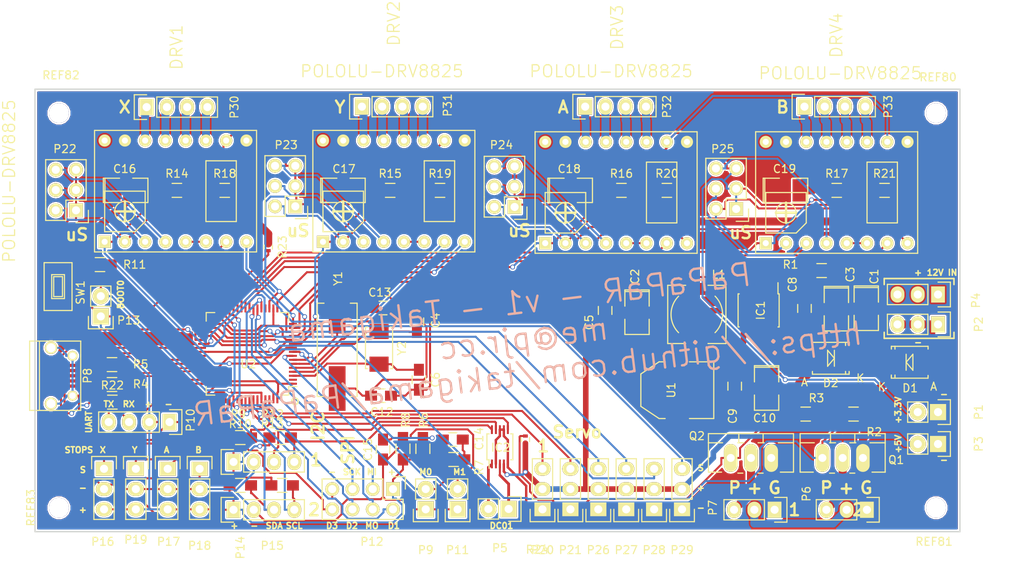
<source format=kicad_pcb>
(kicad_pcb (version 4) (host pcbnew 4.0.2+dfsg1-stable)
  (layers (0 F.Cu signal) (31 B.Cu signal) (34 B.Paste user) (35 F.Paste user) (36 B.SilkS user) (37 F.SilkS user) (38 B.Mask user) (39 F.Mask user) (44 Edge.Cuts user))
  (net 0 "")
  (net 1 GND)
  (net 2 OSC32_OUT)
  (net 3 +5V)
  (net 4 OSC32_IN)
  (net 5 "Net-(C8-Pad1)")
  (net 6 "Net-(C8-Pad2)")
  (net 7 +3V3)
  (net 8 OSC_OUT)
  (net 9 OSC_IN)
  (net 10 MEASURE_0)
  (net 11 MEASURE_1)
  (net 12 +12V)
  (net 13 EN_X)
  (net 14 "Net-(DRV1-Pad2)")
  (net 15 "Net-(DRV1-Pad3)")
  (net 16 "Net-(DRV1-Pad4)")
  (net 17 "Net-(DRV1-Pad5)")
  (net 18 STEP_X)
  (net 19 DIR_X)
  (net 20 "Net-(DRV1-Pad11)")
  (net 21 "Net-(DRV1-Pad12)")
  (net 22 "Net-(DRV1-Pad13)")
  (net 23 "Net-(DRV1-Pad14)")
  (net 24 EN_Y)
  (net 25 "Net-(DRV2-Pad2)")
  (net 26 "Net-(DRV2-Pad3)")
  (net 27 "Net-(DRV2-Pad4)")
  (net 28 "Net-(DRV2-Pad5)")
  (net 29 STEP_Y)
  (net 30 DIR_Y)
  (net 31 "Net-(DRV2-Pad11)")
  (net 32 "Net-(DRV2-Pad12)")
  (net 33 "Net-(DRV2-Pad13)")
  (net 34 "Net-(DRV2-Pad14)")
  (net 35 EN_A)
  (net 36 "Net-(DRV3-Pad2)")
  (net 37 "Net-(DRV3-Pad3)")
  (net 38 "Net-(DRV3-Pad4)")
  (net 39 "Net-(DRV3-Pad5)")
  (net 40 STEP_A)
  (net 41 DIR_A)
  (net 42 "Net-(DRV3-Pad11)")
  (net 43 "Net-(DRV3-Pad12)")
  (net 44 "Net-(DRV3-Pad13)")
  (net 45 "Net-(DRV3-Pad14)")
  (net 46 EN_B)
  (net 47 "Net-(DRV4-Pad2)")
  (net 48 "Net-(DRV4-Pad3)")
  (net 49 "Net-(DRV4-Pad4)")
  (net 50 "Net-(DRV4-Pad5)")
  (net 51 STEP_B)
  (net 52 DIR_B)
  (net 53 "Net-(DRV4-Pad11)")
  (net 54 "Net-(DRV4-Pad12)")
  (net 55 "Net-(DRV4-Pad13)")
  (net 56 "Net-(DRV4-Pad14)")
  (net 57 "Net-(IC1-Pad4)")
  (net 58 "Net-(P6-Pad3)")
  (net 59 "Net-(P7-Pad3)")
  (net 60 "Net-(P8-Pad2)")
  (net 61 "Net-(P8-Pad3)")
  (net 62 UART1_RX)
  (net 63 UART1_TX)
  (net 64 GD1)
  (net 65 MISO)
  (net 66 MOSI)
  (net 67 SCK)
  (net 68 GD2)
  (net 69 GD3)
  (net 70 BOOT0)
  (net 71 SDA_1)
  (net 72 SCL_1)
  (net 73 SDA_2)
  (net 74 SCL_2)
  (net 75 END_X)
  (net 76 END_Y)
  (net 77 END_A)
  (net 78 END_B)
  (net 79 SERV_1)
  (net 80 SERV_2)
  (net 81 SERV_3)
  (net 82 SERV_4)
  (net 83 SERV_5)
  (net 84 SERV_6)
  (net 85 CONT_2)
  (net 86 CONT_1)
  (net 87 RESET)
  (net 88 USB_D_P)
  (net 89 USB_D_N)
  (net 90 GNDD)
  (net 91 /GND_IN)
  (net 92 +5VL)
  (net 93 "Net-(IC2-Pad1)")
  (net 94 "Net-(IC2-Pad3)")
  (net 95 FAULTn)
  (module SMD_Packages:SMD-1210_Pol (layer F.Cu) (at 186.75 89.222 270)
    (fp_text reference C1 (at -3.972 -1 270) (layer F.SilkS))
    (fp_text value CP)
    (pad 1 smd rect (at -1.778 0 270) (size 1.778 2.794) (layers F.Cu F.Paste F.Mask) (net 12 +12V))
    (pad 2 smd rect (at 1.778 0 270) (size 1.778 2.794) (layers F.Cu F.Paste F.Mask) (net 1 GND))
  )
  (module SMD_Packages:SMD-1210_Pol (layer F.Cu) (at 158 89.722 270)
    (fp_text reference C2 (at -4.472 0.25 270) (layer F.SilkS))
    (fp_text value CP)
    (pad 1 smd rect (at -1.778 0 270) (size 1.778 2.794) (layers F.Cu F.Paste F.Mask) (net 3 +5V))
    (pad 2 smd rect (at 1.778 0 270) (size 1.778 2.794) (layers F.Cu F.Paste F.Mask) (net 1 GND))
  )
  (module SMD_Packages:SMD-1210_Pol (layer F.Cu) (at 183 89.278 270)
    (fp_text reference C3 (at -4.278 -1.75 270) (layer F.SilkS))
    (fp_text value CP)
    (pad 1 smd rect (at -1.778 0 270) (size 1.778 2.794) (layers F.Cu F.Paste F.Mask) (net 12 +12V))
    (pad 2 smd rect (at 1.778 0 270) (size 1.778 2.794) (layers F.Cu F.Paste F.Mask) (net 1 GND))
  )
  (module Capacitors_SMD:C_0805_HandSoldering (layer F.Cu) (at 130.395 90.9427 90)
    (fp_text reference C4 (at 0.1927 2.355 90) (layer F.SilkS))
    (fp_text value 10p)
    (pad 1 smd rect (at -1.25 0 90) (size 1.5 1.25) (layers F.Cu F.Paste F.Mask) (net 2 OSC32_OUT))
    (pad 2 smd rect (at 1.25 0 90) (size 1.5 1.25) (layers F.Cu F.Paste F.Mask) (net 90 GNDD))
  )
  (module Capacitors_SMD:C_0805_HandSoldering (layer F.Cu) (at 154 89.5 270)
    (fp_text reference C5 (at 1.5 2 270) (layer F.SilkS))
    (fp_text value C)
    (pad 1 smd rect (at -1.25 0 270) (size 1.5 1.25) (layers F.Cu F.Paste F.Mask) (net 3 +5V))
    (pad 2 smd rect (at 1.25 0 270) (size 1.5 1.25) (layers F.Cu F.Paste F.Mask) (net 1 GND))
  )
  (module Capacitors_SMD:C_0805_HandSoldering (layer F.Cu) (at 130.645 98.1927 270)
    (fp_text reference C6 (at 0 -2.1 270) (layer F.SilkS))
    (fp_text value 10p)
    (pad 1 smd rect (at -1.25 0 270) (size 1.5 1.25) (layers F.Cu F.Paste F.Mask) (net 4 OSC32_IN))
    (pad 2 smd rect (at 1.25 0 270) (size 1.5 1.25) (layers F.Cu F.Paste F.Mask) (net 90 GNDD))
  )
  (module Capacitors_SMD:C_0805_HandSoldering (layer F.Cu) (at 179 89.25 270)
    (fp_text reference C8 (at -3 1.5 270) (layer F.SilkS))
    (fp_text value 0.1uf)
    (pad 1 smd rect (at -1.25 0 270) (size 1.5 1.25) (layers F.Cu F.Paste F.Mask) (net 5 "Net-(C8-Pad1)"))
    (pad 2 smd rect (at 1.25 0 270) (size 1.5 1.25) (layers F.Cu F.Paste F.Mask) (net 6 "Net-(C8-Pad2)"))
  )
  (module Capacitors_SMD:C_0805_HandSoldering (layer F.Cu) (at 170.25 99 270)
    (fp_text reference C9 (at 3.75 0.25 270) (layer F.SilkS))
    (fp_text value C)
    (pad 1 smd rect (at -1.25 0 270) (size 1.5 1.25) (layers F.Cu F.Paste F.Mask) (net 7 +3V3))
    (pad 2 smd rect (at 1.25 0 270) (size 1.5 1.25) (layers F.Cu F.Paste F.Mask) (net 1 GND))
  )
  (module SMD_Packages:SMD-1210_Pol (layer F.Cu) (at 174.25 99.222 270)
    (fp_text reference C10 (at 3.778 0.25 360) (layer F.SilkS))
    (fp_text value CP)
    (pad 1 smd rect (at -1.778 0 270) (size 1.778 2.794) (layers F.Cu F.Paste F.Mask) (net 7 +3V3))
    (pad 2 smd rect (at 1.778 0 270) (size 1.778 2.794) (layers F.Cu F.Paste F.Mask) (net 1 GND))
  )
  (module Capacitors_SMD:C_0805_HandSoldering (layer F.Cu) (at 125.895 100.193)
    (fp_text reference C12 (at 0.105 2.057) (layer F.SilkS))
    (fp_text value 20p)
    (pad 1 smd rect (at -1.25 0) (size 1.5 1.25) (layers F.Cu F.Paste F.Mask) (net 8 OSC_OUT))
    (pad 2 smd rect (at 1.25 0) (size 1.5 1.25) (layers F.Cu F.Paste F.Mask) (net 90 GNDD))
  )
  (module Capacitors_SMD:C_0805_HandSoldering (layer F.Cu) (at 126.145 89.1927)
    (fp_text reference C13 (at -0.395 -1.9427) (layer F.SilkS))
    (fp_text value 20p)
    (pad 1 smd rect (at -1.25 0) (size 1.5 1.25) (layers F.Cu F.Paste F.Mask) (net 9 OSC_IN))
    (pad 2 smd rect (at 1.25 0) (size 1.5 1.25) (layers F.Cu F.Paste F.Mask) (net 90 GNDD))
  )
  (module Capacitors_SMD:C_0805_HandSoldering (layer F.Cu) (at 134.895 105.693 180)
    (fp_text reference C14 (at -3.305 0.093 270) (layer F.SilkS))
    (fp_text value C)
    (pad 1 smd rect (at -1.25 0 180) (size 1.5 1.25) (layers F.Cu F.Paste F.Mask) (net 10 MEASURE_0))
    (pad 2 smd rect (at 1.25 0 180) (size 1.5 1.25) (layers F.Cu F.Paste F.Mask) (net 90 GNDD))
  )
  (module Capacitors_SMD:C_0805_HandSoldering (layer F.Cu) (at 126.145 106.943 270)
    (fp_text reference C15 (at 0 1.895 270) (layer F.SilkS))
    (fp_text value C)
    (pad 1 smd rect (at -1.25 0 270) (size 1.5 1.25) (layers F.Cu F.Paste F.Mask) (net 11 MEASURE_1))
    (pad 2 smd rect (at 1.25 0 270) (size 1.5 1.25) (layers F.Cu F.Paste F.Mask) (net 90 GNDD))
  )
  (module SMD_Packages:SMD-1210_Pol (layer F.Cu) (at 93.8667 74.4427)
    (fp_text reference C16 (at -0.1167 -2.6927) (layer F.SilkS))
    (fp_text value CP)
    (pad 1 smd rect (at -1.778 0) (size 1.778 2.794) (layers F.Cu F.Paste F.Mask) (net 12 +12V))
    (pad 2 smd rect (at 1.778 0) (size 1.778 2.794) (layers F.Cu F.Paste F.Mask) (net 1 GND))
  )
  (module SMD_Packages:SMD-1210_Pol (layer F.Cu) (at 121.117 74.4427)
    (fp_text reference C17 (at 0.133 -2.6927) (layer F.SilkS))
    (fp_text value CP)
    (pad 1 smd rect (at -1.778 0) (size 1.778 2.794) (layers F.Cu F.Paste F.Mask) (net 12 +12V))
    (pad 2 smd rect (at 1.778 0) (size 1.778 2.794) (layers F.Cu F.Paste F.Mask) (net 1 GND))
  )
  (module SMD_Packages:SMD-1210_Pol (layer F.Cu) (at 149.617 74.4427)
    (fp_text reference C18 (at -0.117 -2.6927) (layer F.SilkS))
    (fp_text value CP)
    (pad 1 smd rect (at -1.778 0) (size 1.778 2.794) (layers F.Cu F.Paste F.Mask) (net 12 +12V))
    (pad 2 smd rect (at 1.778 0) (size 1.778 2.794) (layers F.Cu F.Paste F.Mask) (net 1 GND))
  )
  (module SMD_Packages:SMD-1210_Pol (layer F.Cu) (at 176.617 74.4427)
    (fp_text reference C19 (at -0.117 -2.6927) (layer F.SilkS))
    (fp_text value CP)
    (pad 1 smd rect (at -1.778 0) (size 1.778 2.794) (layers F.Cu F.Paste F.Mask) (net 12 +12V))
    (pad 2 smd rect (at 1.778 0) (size 1.778 2.794) (layers F.Cu F.Paste F.Mask) (net 1 GND))
  )
  (module Diodes_SMD:SMB_Handsoldering (layer F.Cu) (at 192.2 96)
    (fp_text reference D1 (at 0.05 3.25) (layer F.SilkS))
    (fp_text value D)
    (fp_text user K (at -3.5 3.1) (layer F.SilkS))
    (fp_text user A (at 3 3.05) (layer F.SilkS))
    (pad 1 smd rect (at -2.70002 0) (size 3.50012 2.30124) (layers F.Cu F.Paste F.Mask) (net 1 GND))
    (pad 2 smd rect (at 2.70002 0) (size 3.50012 2.30124) (layers F.Cu F.Paste F.Mask) (net 91 /GND_IN))
  )
  (module Diodes_SMD:SMB_Handsoldering (layer F.Cu) (at 182.3 95.5 180)
    (fp_text reference D2 (at 0 -3.1 180) (layer F.SilkS))
    (fp_text value D)
    (fp_text user K (at -3.7 -2.5 180) (layer F.SilkS))
    (fp_text user A (at 3.3 -3 180) (layer F.SilkS))
    (pad 1 smd rect (at -2.70002 0 180) (size 3.50012 2.30124) (layers F.Cu F.Paste F.Mask) (net 6 "Net-(C8-Pad2)"))
    (pad 2 smd rect (at 2.70002 0 180) (size 3.50012 2.30124) (layers F.Cu F.Paste F.Mask) (net 1 GND))
  )
  (module POLOLU-DRV8825:POLOLU-DRV8825 (layer F.Cu) (at 101.395 73.2727 90)
    (fp_text reference DRV1 (at 16.7727 -1.145 90) (layer F.SilkS) (effects (font (size 1.5 1.5))))
    (fp_text value POLOLU-DRV8825 (at 0 -22.145 90) (layer F.SilkS) (effects (font (size 1.5 1.5))))
    (pad 1 thru_hole rect (at -7.62 -10.16 90) (size 1.524 1.524) (drill 0.762) (layers *.Cu *.Mask F.SilkS) (net 13 EN_X))
    (pad 2 thru_hole circle (at -7.62 -7.62 90) (size 1.524 1.524) (drill 0.762) (layers *.Cu *.Mask F.SilkS) (net 14 "Net-(DRV1-Pad2)"))
    (pad 3 thru_hole circle (at -7.62 -5.08 90) (size 1.524 1.524) (drill 0.762) (layers *.Cu *.Mask F.SilkS) (net 15 "Net-(DRV1-Pad3)"))
    (pad 4 thru_hole circle (at -7.62 -2.54 90) (size 1.524 1.524) (drill 0.762) (layers *.Cu *.Mask F.SilkS) (net 16 "Net-(DRV1-Pad4)"))
    (pad 5 thru_hole circle (at -7.62 0 90) (size 1.524 1.524) (drill 0.762) (layers *.Cu *.Mask F.SilkS) (net 17 "Net-(DRV1-Pad5)"))
    (pad 6 thru_hole circle (at -7.62 2.54 90) (size 1.524 1.524) (drill 0.762) (layers *.Cu *.Mask F.SilkS) (net 17 "Net-(DRV1-Pad5)"))
    (pad 7 thru_hole circle (at -7.62 5.08 90) (size 1.524 1.524) (drill 0.762) (layers *.Cu *.Mask F.SilkS) (net 18 STEP_X))
    (pad 8 thru_hole circle (at -7.62 7.62 90) (size 1.524 1.524) (drill 0.762) (layers *.Cu *.Mask F.SilkS) (net 19 DIR_X))
    (pad 9 thru_hole circle (at 5.08 7.62 90) (size 1.524 1.524) (drill 0.762) (layers *.Cu *.Mask F.SilkS) (net 1 GND))
    (pad 10 thru_hole circle (at 5.08 5.08 90) (size 1.524 1.524) (drill 0.762) (layers *.Cu *.Mask F.SilkS) (net 7 +3V3))
    (pad 11 thru_hole circle (at 5.08 2.54 90) (size 1.524 1.524) (drill 0.762) (layers *.Cu *.Mask F.SilkS) (net 20 "Net-(DRV1-Pad11)"))
    (pad 12 thru_hole circle (at 5.08 0 90) (size 1.524 1.524) (drill 0.762) (layers *.Cu *.Mask F.SilkS) (net 21 "Net-(DRV1-Pad12)"))
    (pad 13 thru_hole circle (at 5.08 -2.54 90) (size 1.524 1.524) (drill 0.762) (layers *.Cu *.Mask F.SilkS) (net 22 "Net-(DRV1-Pad13)"))
    (pad 14 thru_hole circle (at 5.08 -5.08 90) (size 1.524 1.524) (drill 0.762) (layers *.Cu *.Mask F.SilkS) (net 23 "Net-(DRV1-Pad14)"))
    (pad 15 thru_hole circle (at 5.08 -7.62 90) (size 1.524 1.524) (drill 0.762) (layers *.Cu *.Mask F.SilkS) (net 1 GND))
    (pad 16 thru_hole circle (at 5.08 -10.16 90) (size 1.524 1.524) (drill 0.762) (layers *.Cu *.Mask F.SilkS) (net 12 +12V))
  )
  (module POLOLU-DRV8825:POLOLU-DRV8825 (layer F.Cu) (at 128.775 73.2727 90)
    (fp_text reference DRV2 (at 19.7727 -1.275 90) (layer F.SilkS) (effects (font (size 1.5 1.5))))
    (fp_text value POLOLU-DRV8825 (at 13.7727 -2.775 360) (layer F.SilkS) (effects (font (size 1.5 1.5))))
    (pad 1 thru_hole rect (at -7.62 -10.16 90) (size 1.524 1.524) (drill 0.762) (layers *.Cu *.Mask F.SilkS) (net 24 EN_Y))
    (pad 2 thru_hole circle (at -7.62 -7.62 90) (size 1.524 1.524) (drill 0.762) (layers *.Cu *.Mask F.SilkS) (net 25 "Net-(DRV2-Pad2)"))
    (pad 3 thru_hole circle (at -7.62 -5.08 90) (size 1.524 1.524) (drill 0.762) (layers *.Cu *.Mask F.SilkS) (net 26 "Net-(DRV2-Pad3)"))
    (pad 4 thru_hole circle (at -7.62 -2.54 90) (size 1.524 1.524) (drill 0.762) (layers *.Cu *.Mask F.SilkS) (net 27 "Net-(DRV2-Pad4)"))
    (pad 5 thru_hole circle (at -7.62 0 90) (size 1.524 1.524) (drill 0.762) (layers *.Cu *.Mask F.SilkS) (net 28 "Net-(DRV2-Pad5)"))
    (pad 6 thru_hole circle (at -7.62 2.54 90) (size 1.524 1.524) (drill 0.762) (layers *.Cu *.Mask F.SilkS) (net 28 "Net-(DRV2-Pad5)"))
    (pad 7 thru_hole circle (at -7.62 5.08 90) (size 1.524 1.524) (drill 0.762) (layers *.Cu *.Mask F.SilkS) (net 29 STEP_Y))
    (pad 8 thru_hole circle (at -7.62 7.62 90) (size 1.524 1.524) (drill 0.762) (layers *.Cu *.Mask F.SilkS) (net 30 DIR_Y))
    (pad 9 thru_hole circle (at 5.08 7.62 90) (size 1.524 1.524) (drill 0.762) (layers *.Cu *.Mask F.SilkS) (net 1 GND))
    (pad 10 thru_hole circle (at 5.08 5.08 90) (size 1.524 1.524) (drill 0.762) (layers *.Cu *.Mask F.SilkS) (net 7 +3V3))
    (pad 11 thru_hole circle (at 5.08 2.54 90) (size 1.524 1.524) (drill 0.762) (layers *.Cu *.Mask F.SilkS) (net 31 "Net-(DRV2-Pad11)"))
    (pad 12 thru_hole circle (at 5.08 0 90) (size 1.524 1.524) (drill 0.762) (layers *.Cu *.Mask F.SilkS) (net 32 "Net-(DRV2-Pad12)"))
    (pad 13 thru_hole circle (at 5.08 -2.54 90) (size 1.524 1.524) (drill 0.762) (layers *.Cu *.Mask F.SilkS) (net 33 "Net-(DRV2-Pad13)"))
    (pad 14 thru_hole circle (at 5.08 -5.08 90) (size 1.524 1.524) (drill 0.762) (layers *.Cu *.Mask F.SilkS) (net 34 "Net-(DRV2-Pad14)"))
    (pad 15 thru_hole circle (at 5.08 -7.62 90) (size 1.524 1.524) (drill 0.762) (layers *.Cu *.Mask F.SilkS) (net 1 GND))
    (pad 16 thru_hole circle (at 5.08 -10.16 90) (size 1.524 1.524) (drill 0.762) (layers *.Cu *.Mask F.SilkS) (net 12 +12V))
  )
  (module POLOLU-DRV8825:POLOLU-DRV8825 (layer F.Cu) (at 156.645 73.4427 90)
    (fp_text reference DRV3 (at 19.4427 -1.145 90) (layer F.SilkS) (effects (font (size 1.5 1.5))))
    (fp_text value POLOLU-DRV8825 (at 13.9427 -1.895 180) (layer F.SilkS) (effects (font (size 1.5 1.5))))
    (pad 1 thru_hole rect (at -7.62 -10.16 90) (size 1.524 1.524) (drill 0.762) (layers *.Cu *.Mask F.SilkS) (net 35 EN_A))
    (pad 2 thru_hole circle (at -7.62 -7.62 90) (size 1.524 1.524) (drill 0.762) (layers *.Cu *.Mask F.SilkS) (net 36 "Net-(DRV3-Pad2)"))
    (pad 3 thru_hole circle (at -7.62 -5.08 90) (size 1.524 1.524) (drill 0.762) (layers *.Cu *.Mask F.SilkS) (net 37 "Net-(DRV3-Pad3)"))
    (pad 4 thru_hole circle (at -7.62 -2.54 90) (size 1.524 1.524) (drill 0.762) (layers *.Cu *.Mask F.SilkS) (net 38 "Net-(DRV3-Pad4)"))
    (pad 5 thru_hole circle (at -7.62 0 90) (size 1.524 1.524) (drill 0.762) (layers *.Cu *.Mask F.SilkS) (net 39 "Net-(DRV3-Pad5)"))
    (pad 6 thru_hole circle (at -7.62 2.54 90) (size 1.524 1.524) (drill 0.762) (layers *.Cu *.Mask F.SilkS) (net 39 "Net-(DRV3-Pad5)"))
    (pad 7 thru_hole circle (at -7.62 5.08 90) (size 1.524 1.524) (drill 0.762) (layers *.Cu *.Mask F.SilkS) (net 40 STEP_A))
    (pad 8 thru_hole circle (at -7.62 7.62 90) (size 1.524 1.524) (drill 0.762) (layers *.Cu *.Mask F.SilkS) (net 41 DIR_A))
    (pad 9 thru_hole circle (at 5.08 7.62 90) (size 1.524 1.524) (drill 0.762) (layers *.Cu *.Mask F.SilkS) (net 1 GND))
    (pad 10 thru_hole circle (at 5.08 5.08 90) (size 1.524 1.524) (drill 0.762) (layers *.Cu *.Mask F.SilkS) (net 7 +3V3))
    (pad 11 thru_hole circle (at 5.08 2.54 90) (size 1.524 1.524) (drill 0.762) (layers *.Cu *.Mask F.SilkS) (net 42 "Net-(DRV3-Pad11)"))
    (pad 12 thru_hole circle (at 5.08 0 90) (size 1.524 1.524) (drill 0.762) (layers *.Cu *.Mask F.SilkS) (net 43 "Net-(DRV3-Pad12)"))
    (pad 13 thru_hole circle (at 5.08 -2.54 90) (size 1.524 1.524) (drill 0.762) (layers *.Cu *.Mask F.SilkS) (net 44 "Net-(DRV3-Pad13)"))
    (pad 14 thru_hole circle (at 5.08 -5.08 90) (size 1.524 1.524) (drill 0.762) (layers *.Cu *.Mask F.SilkS) (net 45 "Net-(DRV3-Pad14)"))
    (pad 15 thru_hole circle (at 5.08 -7.62 90) (size 1.524 1.524) (drill 0.762) (layers *.Cu *.Mask F.SilkS) (net 1 GND))
    (pad 16 thru_hole circle (at 5.08 -10.16 90) (size 1.524 1.524) (drill 0.762) (layers *.Cu *.Mask F.SilkS) (net 12 +12V))
  )
  (module POLOLU-DRV8825:POLOLU-DRV8825 (layer F.Cu) (at 184.305 73.4427 90)
    (fp_text reference DRV4 (at 18.4427 -1.305 90) (layer F.SilkS) (effects (font (size 1.5 1.5))))
    (fp_text value POLOLU-DRV8825 (at 13.6927 -0.805 180) (layer F.SilkS) (effects (font (size 1.5 1.5))))
    (pad 1 thru_hole rect (at -7.62 -10.16 90) (size 1.524 1.524) (drill 0.762) (layers *.Cu *.Mask F.SilkS) (net 46 EN_B))
    (pad 2 thru_hole circle (at -7.62 -7.62 90) (size 1.524 1.524) (drill 0.762) (layers *.Cu *.Mask F.SilkS) (net 47 "Net-(DRV4-Pad2)"))
    (pad 3 thru_hole circle (at -7.62 -5.08 90) (size 1.524 1.524) (drill 0.762) (layers *.Cu *.Mask F.SilkS) (net 48 "Net-(DRV4-Pad3)"))
    (pad 4 thru_hole circle (at -7.62 -2.54 90) (size 1.524 1.524) (drill 0.762) (layers *.Cu *.Mask F.SilkS) (net 49 "Net-(DRV4-Pad4)"))
    (pad 5 thru_hole circle (at -7.62 0 90) (size 1.524 1.524) (drill 0.762) (layers *.Cu *.Mask F.SilkS) (net 50 "Net-(DRV4-Pad5)"))
    (pad 6 thru_hole circle (at -7.62 2.54 90) (size 1.524 1.524) (drill 0.762) (layers *.Cu *.Mask F.SilkS) (net 50 "Net-(DRV4-Pad5)"))
    (pad 7 thru_hole circle (at -7.62 5.08 90) (size 1.524 1.524) (drill 0.762) (layers *.Cu *.Mask F.SilkS) (net 51 STEP_B))
    (pad 8 thru_hole circle (at -7.62 7.62 90) (size 1.524 1.524) (drill 0.762) (layers *.Cu *.Mask F.SilkS) (net 52 DIR_B))
    (pad 9 thru_hole circle (at 5.08 7.62 90) (size 1.524 1.524) (drill 0.762) (layers *.Cu *.Mask F.SilkS) (net 1 GND))
    (pad 10 thru_hole circle (at 5.08 5.08 90) (size 1.524 1.524) (drill 0.762) (layers *.Cu *.Mask F.SilkS) (net 7 +3V3))
    (pad 11 thru_hole circle (at 5.08 2.54 90) (size 1.524 1.524) (drill 0.762) (layers *.Cu *.Mask F.SilkS) (net 53 "Net-(DRV4-Pad11)"))
    (pad 12 thru_hole circle (at 5.08 0 90) (size 1.524 1.524) (drill 0.762) (layers *.Cu *.Mask F.SilkS) (net 54 "Net-(DRV4-Pad12)"))
    (pad 13 thru_hole circle (at 5.08 -2.54 90) (size 1.524 1.524) (drill 0.762) (layers *.Cu *.Mask F.SilkS) (net 55 "Net-(DRV4-Pad13)"))
    (pad 14 thru_hole circle (at 5.08 -5.08 90) (size 1.524 1.524) (drill 0.762) (layers *.Cu *.Mask F.SilkS) (net 56 "Net-(DRV4-Pad14)"))
    (pad 15 thru_hole circle (at 5.08 -7.62 90) (size 1.524 1.524) (drill 0.762) (layers *.Cu *.Mask F.SilkS) (net 1 GND))
    (pad 16 thru_hole circle (at 5.08 -10.16 90) (size 1.524 1.524) (drill 0.762) (layers *.Cu *.Mask F.SilkS) (net 12 +12V))
  )
  (module Housings_SOIC:SOIC-8_3.9x4.9mm_Pitch1.27mm (layer F.Cu) (at 173.25 89.5 270)
    (fp_text reference IC1 (at 0 -0.25 270) (layer F.SilkS))
    (fp_text value ADP2303-5)
    (pad 1 smd rect (at -2.7 -1.905 270) (size 1.55 0.6) (layers F.Cu F.Paste F.Mask) (net 5 "Net-(C8-Pad1)"))
    (pad 2 smd rect (at -2.7 -0.635 270) (size 1.55 0.6) (layers F.Cu F.Paste F.Mask) (net 12 +12V))
    (pad 3 smd rect (at -2.7 0.635 270) (size 1.55 0.6) (layers F.Cu F.Paste F.Mask) (net 12 +12V))
    (pad 4 smd rect (at -2.7 1.905 270) (size 1.55 0.6) (layers F.Cu F.Paste F.Mask) (net 57 "Net-(IC1-Pad4)"))
    (pad 5 smd rect (at 2.7 1.905 270) (size 1.55 0.6) (layers F.Cu F.Paste F.Mask) (net 3 +5V))
    (pad 6 smd rect (at 2.7 0.635 270) (size 1.55 0.6) (layers F.Cu F.Paste F.Mask))
    (pad 7 smd rect (at 2.7 -0.635 270) (size 1.55 0.6) (layers F.Cu F.Paste F.Mask) (net 1 GND))
    (pad 8 smd rect (at 2.7 -1.905 270) (size 1.55 0.6) (layers F.Cu F.Paste F.Mask) (net 6 "Net-(C8-Pad2)"))
  )
  (module Choke_SMD:Choke_SMD_7.3x7.3_H3.5 (layer F.Cu) (at 165.5 90 270)
    (fp_text reference L1 (at -5 -2.75 360) (layer F.SilkS))
    (fp_text value INDUCTOR_SMALL)
    (pad 1 smd rect (at -3.2 0 270) (size 1.5 2.2) (layers F.Cu F.Paste F.Mask) (net 6 "Net-(C8-Pad2)"))
    (pad 2 smd rect (at 3.2 0 270) (size 1.5 2.2) (layers F.Cu F.Paste F.Mask) (net 3 +5V))
  )
  (module Pin_Headers:Pin_Header_Straight_1x02 (layer F.Cu) (at 195.75 102.25 270)
    (fp_text reference P1 (at 0 -5.1 270) (layer F.SilkS))
    (fp_text value CONN_01X02)
    (pad 1 thru_hole rect (at 0 0 270) (size 2.032 2.032) (drill 1.016) (layers *.Cu *.Mask F.SilkS) (net 1 GND))
    (pad 2 thru_hole oval (at 0 2.54 270) (size 2.032 2.032) (drill 1.016) (layers *.Cu *.Mask F.SilkS) (net 7 +3V3))
  )
  (module Pin_Headers:Pin_Header_Straight_1x02 (layer F.Cu) (at 195.75 106.25 270)
    (fp_text reference P3 (at 0 -5.1 270) (layer F.SilkS))
    (fp_text value CONN_01X02)
    (pad 1 thru_hole rect (at 0 0 270) (size 2.032 2.032) (drill 1.016) (layers *.Cu *.Mask F.SilkS) (net 1 GND))
    (pad 2 thru_hole oval (at 0 2.54 270) (size 2.032 2.032) (drill 1.016) (layers *.Cu *.Mask F.SilkS) (net 3 +5V))
  )
  (module Pin_Headers:Pin_Header_Straight_1x03 (layer F.Cu) (at 186.83 114.5 270)
    (fp_text reference P6 (at -2 7.58 270) (layer F.SilkS))
    (fp_text value CONN_01X03)
    (pad 1 thru_hole rect (at 0 0 270) (size 2.032 1.7272) (drill 1.016) (layers *.Cu *.Mask F.SilkS) (net 1 GND))
    (pad 2 thru_hole oval (at 0 2.54 270) (size 2.032 1.7272) (drill 1.016) (layers *.Cu *.Mask F.SilkS) (net 12 +12V))
    (pad 3 thru_hole oval (at 0 5.08 270) (size 2.032 1.7272) (drill 1.016) (layers *.Cu *.Mask F.SilkS) (net 58 "Net-(P6-Pad3)"))
  )
  (module Pin_Headers:Pin_Header_Straight_1x03 (layer F.Cu) (at 175.25 114.5 270)
    (fp_text reference P7 (at -0.25 7.75 270) (layer F.SilkS))
    (fp_text value CONN_01X03)
    (pad 1 thru_hole rect (at 0 0 270) (size 2.032 1.7272) (drill 1.016) (layers *.Cu *.Mask F.SilkS) (net 1 GND))
    (pad 2 thru_hole oval (at 0 2.54 270) (size 2.032 1.7272) (drill 1.016) (layers *.Cu *.Mask F.SilkS) (net 12 +12V))
    (pad 3 thru_hole oval (at 0 5.08 270) (size 2.032 1.7272) (drill 1.016) (layers *.Cu *.Mask F.SilkS) (net 59 "Net-(P7-Pad3)"))
  )
  (module Pin_Headers:Pin_Header_Straight_2x04 (layer F.Cu) (at 127.395 111.903 270)
    (fp_text reference P12 (at 6.597 2.645 360) (layer F.SilkS))
    (fp_text value CONN_02X04)
    (pad 1 thru_hole rect (at 0 0 270) (size 1.7272 1.7272) (drill 1.016) (layers *.Cu *.Mask F.SilkS) (net 7 +3V3))
    (pad 2 thru_hole oval (at 2.54 0 270) (size 1.7272 1.7272) (drill 1.016) (layers *.Cu *.Mask F.SilkS) (net 64 GD1))
    (pad 3 thru_hole oval (at 0 2.54 270) (size 1.7272 1.7272) (drill 1.016) (layers *.Cu *.Mask F.SilkS) (net 65 MISO))
    (pad 4 thru_hole oval (at 2.54 2.54 270) (size 1.7272 1.7272) (drill 1.016) (layers *.Cu *.Mask F.SilkS) (net 66 MOSI))
    (pad 5 thru_hole oval (at 0 5.08 270) (size 1.7272 1.7272) (drill 1.016) (layers *.Cu *.Mask F.SilkS) (net 67 SCK))
    (pad 6 thru_hole oval (at 2.54 5.08 270) (size 1.7272 1.7272) (drill 1.016) (layers *.Cu *.Mask F.SilkS) (net 68 GD2))
    (pad 7 thru_hole oval (at 0 7.62 270) (size 1.7272 1.7272) (drill 1.016) (layers *.Cu *.Mask F.SilkS) (net 90 GNDD))
    (pad 8 thru_hole oval (at 2.54 7.62 270) (size 1.7272 1.7272) (drill 1.016) (layers *.Cu *.Mask F.SilkS) (net 69 GD3))
  )
  (module Pin_Headers:Pin_Header_Straight_1x02 (layer F.Cu) (at 90.75 90.25 180)
    (fp_text reference P13 (at -3.5 -0.5 180) (layer F.SilkS))
    (fp_text value CONN_01X02)
    (pad 1 thru_hole rect (at 0 0 180) (size 2.032 2.032) (drill 1.016) (layers *.Cu *.Mask F.SilkS) (net 7 +3V3))
    (pad 2 thru_hole oval (at 0 2.54 180) (size 2.032 2.032) (drill 1.016) (layers *.Cu *.Mask F.SilkS) (net 70 BOOT0))
  )
  (module Pin_Headers:Pin_Header_Straight_1x04 (layer F.Cu) (at 107.395 108.5 90)
    (fp_text reference P14 (at -10.75 0.855 90) (layer F.SilkS))
    (fp_text value CONN_01X04)
    (pad 1 thru_hole rect (at 0 0 90) (size 2.032 1.7272) (drill 1.016) (layers *.Cu *.Mask F.SilkS) (net 7 +3V3))
    (pad 2 thru_hole oval (at 0 2.54 90) (size 2.032 1.7272) (drill 1.016) (layers *.Cu *.Mask F.SilkS) (net 90 GNDD))
    (pad 3 thru_hole oval (at 0 5.08 90) (size 2.032 1.7272) (drill 1.016) (layers *.Cu *.Mask F.SilkS) (net 71 SDA_1))
    (pad 4 thru_hole oval (at 0 7.62 90) (size 2.032 1.7272) (drill 1.016) (layers *.Cu *.Mask F.SilkS) (net 72 SCL_1))
  )
  (module Pin_Headers:Pin_Header_Straight_1x04 (layer F.Cu) (at 107.395 114.5 90)
    (fp_text reference P15 (at -4.5 4.855 180) (layer F.SilkS))
    (fp_text value CONN_01X04)
    (pad 1 thru_hole rect (at 0 0 90) (size 2.032 1.7272) (drill 1.016) (layers *.Cu *.Mask F.SilkS) (net 7 +3V3))
    (pad 2 thru_hole oval (at 0 2.54 90) (size 2.032 1.7272) (drill 1.016) (layers *.Cu *.Mask F.SilkS) (net 90 GNDD))
    (pad 3 thru_hole oval (at 0 5.08 90) (size 2.032 1.7272) (drill 1.016) (layers *.Cu *.Mask F.SilkS) (net 73 SDA_2))
    (pad 4 thru_hole oval (at 0 7.62 90) (size 2.032 1.7272) (drill 1.016) (layers *.Cu *.Mask F.SilkS) (net 74 SCL_2))
  )
  (module Pin_Headers:Pin_Header_Straight_1x03 (layer F.Cu) (at 91.1547 109.363)
    (fp_text reference P16 (at -0.1547 9.137) (layer F.SilkS))
    (fp_text value CONN_01X03)
    (pad 1 thru_hole rect (at 0 0) (size 2.032 1.7272) (drill 1.016) (layers *.Cu *.Mask F.SilkS) (net 75 END_X))
    (pad 2 thru_hole oval (at 0 2.54) (size 2.032 1.7272) (drill 1.016) (layers *.Cu *.Mask F.SilkS) (net 90 GNDD))
    (pad 3 thru_hole oval (at 0 5.08) (size 2.032 1.7272) (drill 1.016) (layers *.Cu *.Mask F.SilkS) (net 7 +3V3))
  )
  (module Pin_Headers:Pin_Header_Straight_1x03 (layer F.Cu) (at 99.1447 109.363)
    (fp_text reference P17 (at 0.1053 9.137) (layer F.SilkS))
    (fp_text value CONN_01X03)
    (pad 1 thru_hole rect (at 0 0) (size 2.032 1.7272) (drill 1.016) (layers *.Cu *.Mask F.SilkS) (net 76 END_Y))
    (pad 2 thru_hole oval (at 0 2.54) (size 2.032 1.7272) (drill 1.016) (layers *.Cu *.Mask F.SilkS) (net 90 GNDD))
    (pad 3 thru_hole oval (at 0 5.08) (size 2.032 1.7272) (drill 1.016) (layers *.Cu *.Mask F.SilkS) (net 7 +3V3))
  )
  (module Pin_Headers:Pin_Header_Straight_1x03 (layer F.Cu) (at 103.145 109.363)
    (fp_text reference P18 (at 0 9.637) (layer F.SilkS))
    (fp_text value CONN_01X03)
    (pad 1 thru_hole rect (at 0 0) (size 2.032 1.7272) (drill 1.016) (layers *.Cu *.Mask F.SilkS) (net 77 END_A))
    (pad 2 thru_hole oval (at 0 2.54) (size 2.032 1.7272) (drill 1.016) (layers *.Cu *.Mask F.SilkS) (net 90 GNDD))
    (pad 3 thru_hole oval (at 0 5.08) (size 2.032 1.7272) (drill 1.016) (layers *.Cu *.Mask F.SilkS) (net 7 +3V3))
  )
  (module Pin_Headers:Pin_Header_Straight_1x03 (layer F.Cu) (at 95.1447 109.363)
    (fp_text reference P19 (at 0 8.887) (layer F.SilkS))
    (fp_text value CONN_01X03)
    (pad 1 thru_hole rect (at 0 0) (size 2.032 1.7272) (drill 1.016) (layers *.Cu *.Mask F.SilkS) (net 78 END_B))
    (pad 2 thru_hole oval (at 0 2.54) (size 2.032 1.7272) (drill 1.016) (layers *.Cu *.Mask F.SilkS) (net 90 GNDD))
    (pad 3 thru_hole oval (at 0 5.08) (size 2.032 1.7272) (drill 1.016) (layers *.Cu *.Mask F.SilkS) (net 7 +3V3))
  )
  (module Pin_Headers:Pin_Header_Straight_1x03 (layer F.Cu) (at 146.145 114.443 180)
    (fp_text reference P20 (at 0 -5.1 180) (layer F.SilkS))
    (fp_text value CONN_01X03)
    (pad 1 thru_hole rect (at 0 0 180) (size 2.032 1.7272) (drill 1.016) (layers *.Cu *.Mask F.SilkS) (net 1 GND))
    (pad 2 thru_hole oval (at 0 2.54 180) (size 2.032 1.7272) (drill 1.016) (layers *.Cu *.Mask F.SilkS) (net 3 +5V))
    (pad 3 thru_hole oval (at 0 5.08 180) (size 2.032 1.7272) (drill 1.016) (layers *.Cu *.Mask F.SilkS) (net 79 SERV_1))
  )
  (module Pin_Headers:Pin_Header_Straight_1x03 (layer F.Cu) (at 149.645 114.443 180)
    (fp_text reference P21 (at 0 -5.1 180) (layer F.SilkS))
    (fp_text value CONN_01X03)
    (pad 1 thru_hole rect (at 0 0 180) (size 2.032 1.7272) (drill 1.016) (layers *.Cu *.Mask F.SilkS) (net 1 GND))
    (pad 2 thru_hole oval (at 0 2.54 180) (size 2.032 1.7272) (drill 1.016) (layers *.Cu *.Mask F.SilkS) (net 3 +5V))
    (pad 3 thru_hole oval (at 0 5.08 180) (size 2.032 1.7272) (drill 1.016) (layers *.Cu *.Mask F.SilkS) (net 80 SERV_2))
  )
  (module Pin_Headers:Pin_Header_Straight_2x03 (layer F.Cu) (at 87.6447 76.9427 180)
    (fp_text reference P22 (at 1.3947 7.6927 180) (layer F.SilkS))
    (fp_text value CONN_02X03)
    (pad 1 thru_hole rect (at 0 0 180) (size 1.7272 1.7272) (drill 1.016) (layers *.Cu *.Mask F.SilkS) (net 7 +3V3))
    (pad 2 thru_hole oval (at 2.54 0 180) (size 1.7272 1.7272) (drill 1.016) (layers *.Cu *.Mask F.SilkS) (net 14 "Net-(DRV1-Pad2)"))
    (pad 3 thru_hole oval (at 0 2.54 180) (size 1.7272 1.7272) (drill 1.016) (layers *.Cu *.Mask F.SilkS) (net 7 +3V3))
    (pad 4 thru_hole oval (at 2.54 2.54 180) (size 1.7272 1.7272) (drill 1.016) (layers *.Cu *.Mask F.SilkS) (net 15 "Net-(DRV1-Pad3)"))
    (pad 5 thru_hole oval (at 0 5.08 180) (size 1.7272 1.7272) (drill 1.016) (layers *.Cu *.Mask F.SilkS) (net 7 +3V3))
    (pad 6 thru_hole oval (at 2.54 5.08 180) (size 1.7272 1.7272) (drill 1.016) (layers *.Cu *.Mask F.SilkS) (net 16 "Net-(DRV1-Pad4)"))
  )
  (module Pin_Headers:Pin_Header_Straight_2x03 (layer F.Cu) (at 115.145 76.4427 180)
    (fp_text reference P23 (at 1.145 7.6927 180) (layer F.SilkS))
    (fp_text value CONN_02X03)
    (pad 1 thru_hole rect (at 0 0 180) (size 1.7272 1.7272) (drill 1.016) (layers *.Cu *.Mask F.SilkS) (net 7 +3V3))
    (pad 2 thru_hole oval (at 2.54 0 180) (size 1.7272 1.7272) (drill 1.016) (layers *.Cu *.Mask F.SilkS) (net 25 "Net-(DRV2-Pad2)"))
    (pad 3 thru_hole oval (at 0 2.54 180) (size 1.7272 1.7272) (drill 1.016) (layers *.Cu *.Mask F.SilkS) (net 7 +3V3))
    (pad 4 thru_hole oval (at 2.54 2.54 180) (size 1.7272 1.7272) (drill 1.016) (layers *.Cu *.Mask F.SilkS) (net 26 "Net-(DRV2-Pad3)"))
    (pad 5 thru_hole oval (at 0 5.08 180) (size 1.7272 1.7272) (drill 1.016) (layers *.Cu *.Mask F.SilkS) (net 7 +3V3))
    (pad 6 thru_hole oval (at 2.54 5.08 180) (size 1.7272 1.7272) (drill 1.016) (layers *.Cu *.Mask F.SilkS) (net 27 "Net-(DRV2-Pad4)"))
  )
  (module Pin_Headers:Pin_Header_Straight_2x03 (layer F.Cu) (at 142.645 76.5227 180)
    (fp_text reference P24 (at 1.645 7.7727 180) (layer F.SilkS))
    (fp_text value CONN_02X03)
    (pad 1 thru_hole rect (at 0 0 180) (size 1.7272 1.7272) (drill 1.016) (layers *.Cu *.Mask F.SilkS) (net 7 +3V3))
    (pad 2 thru_hole oval (at 2.54 0 180) (size 1.7272 1.7272) (drill 1.016) (layers *.Cu *.Mask F.SilkS) (net 36 "Net-(DRV3-Pad2)"))
    (pad 3 thru_hole oval (at 0 2.54 180) (size 1.7272 1.7272) (drill 1.016) (layers *.Cu *.Mask F.SilkS) (net 7 +3V3))
    (pad 4 thru_hole oval (at 2.54 2.54 180) (size 1.7272 1.7272) (drill 1.016) (layers *.Cu *.Mask F.SilkS) (net 37 "Net-(DRV3-Pad3)"))
    (pad 5 thru_hole oval (at 0 5.08 180) (size 1.7272 1.7272) (drill 1.016) (layers *.Cu *.Mask F.SilkS) (net 7 +3V3))
    (pad 6 thru_hole oval (at 2.54 5.08 180) (size 1.7272 1.7272) (drill 1.016) (layers *.Cu *.Mask F.SilkS) (net 38 "Net-(DRV3-Pad4)"))
  )
  (module Pin_Headers:Pin_Header_Straight_2x03 (layer F.Cu) (at 170.435 76.7727 180)
    (fp_text reference P25 (at 1.685 7.5227 180) (layer F.SilkS))
    (fp_text value CONN_02X03)
    (pad 1 thru_hole rect (at 0 0 180) (size 1.7272 1.7272) (drill 1.016) (layers *.Cu *.Mask F.SilkS) (net 7 +3V3))
    (pad 2 thru_hole oval (at 2.54 0 180) (size 1.7272 1.7272) (drill 1.016) (layers *.Cu *.Mask F.SilkS) (net 47 "Net-(DRV4-Pad2)"))
    (pad 3 thru_hole oval (at 0 2.54 180) (size 1.7272 1.7272) (drill 1.016) (layers *.Cu *.Mask F.SilkS) (net 7 +3V3))
    (pad 4 thru_hole oval (at 2.54 2.54 180) (size 1.7272 1.7272) (drill 1.016) (layers *.Cu *.Mask F.SilkS) (net 48 "Net-(DRV4-Pad3)"))
    (pad 5 thru_hole oval (at 0 5.08 180) (size 1.7272 1.7272) (drill 1.016) (layers *.Cu *.Mask F.SilkS) (net 7 +3V3))
    (pad 6 thru_hole oval (at 2.54 5.08 180) (size 1.7272 1.7272) (drill 1.016) (layers *.Cu *.Mask F.SilkS) (net 49 "Net-(DRV4-Pad4)"))
  )
  (module Pin_Headers:Pin_Header_Straight_1x03 (layer F.Cu) (at 153.145 114.443 180)
    (fp_text reference P26 (at 0 -5.1 180) (layer F.SilkS))
    (fp_text value CONN_01X03)
    (pad 1 thru_hole rect (at 0 0 180) (size 2.032 1.7272) (drill 1.016) (layers *.Cu *.Mask F.SilkS) (net 1 GND))
    (pad 2 thru_hole oval (at 0 2.54 180) (size 2.032 1.7272) (drill 1.016) (layers *.Cu *.Mask F.SilkS) (net 3 +5V))
    (pad 3 thru_hole oval (at 0 5.08 180) (size 2.032 1.7272) (drill 1.016) (layers *.Cu *.Mask F.SilkS) (net 81 SERV_3))
  )
  (module Pin_Headers:Pin_Header_Straight_1x03 (layer F.Cu) (at 156.645 114.443 180)
    (fp_text reference P27 (at 0 -5.1 180) (layer F.SilkS))
    (fp_text value CONN_01X03)
    (pad 1 thru_hole rect (at 0 0 180) (size 2.032 1.7272) (drill 1.016) (layers *.Cu *.Mask F.SilkS) (net 1 GND))
    (pad 2 thru_hole oval (at 0 2.54 180) (size 2.032 1.7272) (drill 1.016) (layers *.Cu *.Mask F.SilkS) (net 3 +5V))
    (pad 3 thru_hole oval (at 0 5.08 180) (size 2.032 1.7272) (drill 1.016) (layers *.Cu *.Mask F.SilkS) (net 82 SERV_4))
  )
  (module Pin_Headers:Pin_Header_Straight_1x03 (layer F.Cu) (at 160.145 114.443 180)
    (fp_text reference P28 (at 0 -5.1 180) (layer F.SilkS))
    (fp_text value CONN_01X03)
    (pad 1 thru_hole rect (at 0 0 180) (size 2.032 1.7272) (drill 1.016) (layers *.Cu *.Mask F.SilkS) (net 1 GND))
    (pad 2 thru_hole oval (at 0 2.54 180) (size 2.032 1.7272) (drill 1.016) (layers *.Cu *.Mask F.SilkS) (net 3 +5V))
    (pad 3 thru_hole oval (at 0 5.08 180) (size 2.032 1.7272) (drill 1.016) (layers *.Cu *.Mask F.SilkS) (net 83 SERV_5))
  )
  (module Pin_Headers:Pin_Header_Straight_1x03 (layer F.Cu) (at 163.645 114.443 180)
    (fp_text reference P29 (at 0 -5.1 180) (layer F.SilkS))
    (fp_text value CONN_01X03)
    (pad 1 thru_hole rect (at 0 0 180) (size 2.032 1.7272) (drill 1.016) (layers *.Cu *.Mask F.SilkS) (net 1 GND))
    (pad 2 thru_hole oval (at 0 2.54 180) (size 2.032 1.7272) (drill 1.016) (layers *.Cu *.Mask F.SilkS) (net 3 +5V))
    (pad 3 thru_hole oval (at 0 5.08 180) (size 2.032 1.7272) (drill 1.016) (layers *.Cu *.Mask F.SilkS) (net 84 SERV_6))
  )
  (module Pin_Headers:Pin_Header_Straight_1x04 (layer F.Cu) (at 96.5 64 90)
    (fp_text reference P30 (at 0 11 90) (layer F.SilkS))
    (fp_text value CONN_01X04)
    (pad 1 thru_hole rect (at 0 0 90) (size 2.032 1.7272) (drill 1.016) (layers *.Cu *.Mask F.SilkS) (net 23 "Net-(DRV1-Pad14)"))
    (pad 2 thru_hole oval (at 0 2.54 90) (size 2.032 1.7272) (drill 1.016) (layers *.Cu *.Mask F.SilkS) (net 22 "Net-(DRV1-Pad13)"))
    (pad 3 thru_hole oval (at 0 5.08 90) (size 2.032 1.7272) (drill 1.016) (layers *.Cu *.Mask F.SilkS) (net 21 "Net-(DRV1-Pad12)"))
    (pad 4 thru_hole oval (at 0 7.62 90) (size 2.032 1.7272) (drill 1.016) (layers *.Cu *.Mask F.SilkS) (net 20 "Net-(DRV1-Pad11)"))
  )
  (module Pin_Headers:Pin_Header_Straight_1x04 (layer F.Cu) (at 123.5 63.9427 90)
    (fp_text reference P31 (at 0.1927 10.75 90) (layer F.SilkS))
    (fp_text value CONN_01X04)
    (pad 1 thru_hole rect (at 0 0 90) (size 2.032 1.7272) (drill 1.016) (layers *.Cu *.Mask F.SilkS) (net 34 "Net-(DRV2-Pad14)"))
    (pad 2 thru_hole oval (at 0 2.54 90) (size 2.032 1.7272) (drill 1.016) (layers *.Cu *.Mask F.SilkS) (net 33 "Net-(DRV2-Pad13)"))
    (pad 3 thru_hole oval (at 0 5.08 90) (size 2.032 1.7272) (drill 1.016) (layers *.Cu *.Mask F.SilkS) (net 32 "Net-(DRV2-Pad12)"))
    (pad 4 thru_hole oval (at 0 7.62 90) (size 2.032 1.7272) (drill 1.016) (layers *.Cu *.Mask F.SilkS) (net 31 "Net-(DRV2-Pad11)"))
  )
  (module Pin_Headers:Pin_Header_Straight_1x04 (layer F.Cu) (at 151.5 63.9427 90)
    (fp_text reference P32 (at 0 10.25 90) (layer F.SilkS))
    (fp_text value CONN_01X04)
    (pad 1 thru_hole rect (at 0 0 90) (size 2.032 1.7272) (drill 1.016) (layers *.Cu *.Mask F.SilkS) (net 45 "Net-(DRV3-Pad14)"))
    (pad 2 thru_hole oval (at 0 2.54 90) (size 2.032 1.7272) (drill 1.016) (layers *.Cu *.Mask F.SilkS) (net 44 "Net-(DRV3-Pad13)"))
    (pad 3 thru_hole oval (at 0 5.08 90) (size 2.032 1.7272) (drill 1.016) (layers *.Cu *.Mask F.SilkS) (net 43 "Net-(DRV3-Pad12)"))
    (pad 4 thru_hole oval (at 0 7.62 90) (size 2.032 1.7272) (drill 1.016) (layers *.Cu *.Mask F.SilkS) (net 42 "Net-(DRV3-Pad11)"))
  )
  (module Pin_Headers:Pin_Header_Straight_1x04 (layer F.Cu) (at 179 63.9427 90)
    (fp_text reference P33 (at 0 10.5 90) (layer F.SilkS))
    (fp_text value CONN_01X04)
    (pad 1 thru_hole rect (at 0 0 90) (size 2.032 1.7272) (drill 1.016) (layers *.Cu *.Mask F.SilkS) (net 56 "Net-(DRV4-Pad14)"))
    (pad 2 thru_hole oval (at 0 2.54 90) (size 2.032 1.7272) (drill 1.016) (layers *.Cu *.Mask F.SilkS) (net 55 "Net-(DRV4-Pad13)"))
    (pad 3 thru_hole oval (at 0 5.08 90) (size 2.032 1.7272) (drill 1.016) (layers *.Cu *.Mask F.SilkS) (net 54 "Net-(DRV4-Pad12)"))
    (pad 4 thru_hole oval (at 0 7.62 90) (size 2.032 1.7272) (drill 1.016) (layers *.Cu *.Mask F.SilkS) (net 53 "Net-(DRV4-Pad11)"))
  )
  (module TO_SOT_Packages_THT:TO-220_Neutral123_Vertical_LargePads (layer F.Cu) (at 183.79 108)
    (fp_text reference Q1 (at 6.71 0.25) (layer F.SilkS))
    (fp_text value IRF540N)
    (pad 2 thru_hole oval (at 0 0 90) (size 3.50012 1.69926) (drill 1.00076) (layers *.Cu *.Mask F.SilkS) (net 58 "Net-(P6-Pad3)"))
    (pad 1 thru_hole oval (at -2.54 0 90) (size 3.50012 1.69926) (drill 1.00076) (layers *.Cu *.Mask F.SilkS) (net 85 CONT_2))
    (pad 3 thru_hole oval (at 2.54 0 90) (size 3.50012 1.69926) (drill 1.00076) (layers *.Cu *.Mask F.SilkS) (net 1 GND))
  )
  (module TO_SOT_Packages_THT:TO-220_Neutral123_Vertical_LargePads (layer F.Cu) (at 172.29 108)
    (fp_text reference Q2 (at -6.79 -2.75) (layer F.SilkS))
    (fp_text value IRF540N)
    (pad 2 thru_hole oval (at 0 0 90) (size 3.50012 1.69926) (drill 1.00076) (layers *.Cu *.Mask F.SilkS) (net 59 "Net-(P7-Pad3)"))
    (pad 1 thru_hole oval (at -2.54 0 90) (size 3.50012 1.69926) (drill 1.00076) (layers *.Cu *.Mask F.SilkS) (net 86 CONT_1))
    (pad 3 thru_hole oval (at 2.54 0 90) (size 3.50012 1.69926) (drill 1.00076) (layers *.Cu *.Mask F.SilkS) (net 1 GND))
  )
  (module Resistors_SMD:R_0805_HandSoldering (layer F.Cu) (at 181.15 84.5)
    (fp_text reference R1 (at -3.9 -0.75) (layer F.SilkS))
    (fp_text value 100k)
    (pad 1 smd rect (at -1.35 0) (size 1.5 1.3) (layers F.Cu F.Paste F.Mask) (net 57 "Net-(IC1-Pad4)"))
    (pad 2 smd rect (at 1.35 0) (size 1.5 1.3) (layers F.Cu F.Paste F.Mask) (net 12 +12V))
  )
  (module Resistors_SMD:R_0805_HandSoldering (layer F.Cu) (at 185.15 102.5)
    (fp_text reference R2 (at 2.6 2.25) (layer F.SilkS))
    (fp_text value R)
    (pad 1 smd rect (at -1.35 0) (size 1.5 1.3) (layers F.Cu F.Paste F.Mask) (net 85 CONT_2))
    (pad 2 smd rect (at 1.35 0) (size 1.5 1.3) (layers F.Cu F.Paste F.Mask) (net 1 GND))
  )
  (module Resistors_SMD:R_0805_HandSoldering (layer F.Cu) (at 179.15 102.5 180)
    (fp_text reference R3 (at -1.35 2 180) (layer F.SilkS))
    (fp_text value R)
    (pad 1 smd rect (at -1.35 0 180) (size 1.5 1.3) (layers F.Cu F.Paste F.Mask) (net 1 GND))
    (pad 2 smd rect (at 1.35 0 180) (size 1.5 1.3) (layers F.Cu F.Paste F.Mask) (net 86 CONT_1))
  )
  (module Resistors_SMD:R_0805_HandSoldering (layer F.Cu) (at 92.1547 98.793 180)
    (fp_text reference R4 (at -3.5953 0.043 180) (layer F.SilkS))
    (fp_text value R)
    (pad 1 smd rect (at -1.35 0 180) (size 1.5 1.3) (layers F.Cu F.Paste F.Mask) (net 88 USB_D_P))
    (pad 2 smd rect (at 1.35 0 180) (size 1.5 1.3) (layers F.Cu F.Paste F.Mask) (net 61 "Net-(P8-Pad3)"))
  )
  (module Resistors_SMD:R_0805_HandSoldering (layer F.Cu) (at 92.1547 96.2927 180)
    (fp_text reference R5 (at -3.5953 0.0427 180) (layer F.SilkS))
    (fp_text value R)
    (pad 1 smd rect (at -1.35 0 180) (size 1.5 1.3) (layers F.Cu F.Paste F.Mask) (net 89 USB_D_N))
    (pad 2 smd rect (at 1.35 0 180) (size 1.5 1.3) (layers F.Cu F.Paste F.Mask) (net 60 "Net-(P8-Pad2)"))
  )
  (module Resistors_SMD:R_0805_HandSoldering (layer F.Cu) (at 131.145 106.843 270)
    (fp_text reference R6 (at -3.593 -0.105 270) (layer F.SilkS))
    (fp_text value R)
    (pad 1 smd rect (at -1.35 0 270) (size 1.5 1.3) (layers F.Cu F.Paste F.Mask) (net 87 RESET))
    (pad 2 smd rect (at 1.35 0 270) (size 1.5 1.3) (layers F.Cu F.Paste F.Mask) (net 7 +3V3))
  )
  (module Resistors_SMD:R_0805_HandSoldering (layer F.Cu) (at 134.995 108.193 180)
    (fp_text reference R7 (at -3.205 -1.007 450) (layer F.SilkS))
    (fp_text value R)
    (pad 1 smd rect (at -1.35 0 180) (size 1.5 1.3) (layers F.Cu F.Paste F.Mask) (net 10 MEASURE_0))
    (pad 2 smd rect (at 1.35 0 180) (size 1.5 1.3) (layers F.Cu F.Paste F.Mask) (net 7 +3V3))
  )
  (module Resistors_SMD:R_0805_HandSoldering (layer F.Cu) (at 128.645 106.843 270)
    (fp_text reference R8 (at -3.593 -0.355 270) (layer F.SilkS))
    (fp_text value R)
    (pad 1 smd rect (at -1.35 0 270) (size 1.5 1.3) (layers F.Cu F.Paste F.Mask) (net 11 MEASURE_1))
    (pad 2 smd rect (at 1.35 0 270) (size 1.5 1.3) (layers F.Cu F.Paste F.Mask) (net 7 +3V3))
  )
  (module Resistors_SMD:R_0805_HandSoldering (layer F.Cu) (at 108.245 105.443 180)
    (fp_text reference R9 (at 0.245 2.943 180) (layer F.SilkS))
    (fp_text value R)
    (pad 1 smd rect (at -1.35 0 180) (size 1.5 1.3) (layers F.Cu F.Paste F.Mask) (net 71 SDA_1))
    (pad 2 smd rect (at 1.35 0 180) (size 1.5 1.3) (layers F.Cu F.Paste F.Mask) (net 7 +3V3))
  )
  (module Resistors_SMD:R_0805_HandSoldering (layer F.Cu) (at 108.245 111.443 180)
    (fp_text reference R10 (at -0.005 7.693 180) (layer F.SilkS))
    (fp_text value R)
    (pad 1 smd rect (at -1.35 0 180) (size 1.5 1.3) (layers F.Cu F.Paste F.Mask) (net 73 SDA_2))
    (pad 2 smd rect (at 1.35 0 180) (size 1.5 1.3) (layers F.Cu F.Paste F.Mask) (net 7 +3V3))
  )
  (module Resistors_SMD:R_0805_HandSoldering (layer F.Cu) (at 90.65 83.75)
    (fp_text reference R11 (at 4.35 0) (layer F.SilkS))
    (fp_text value R)
    (pad 1 smd rect (at -1.35 0) (size 1.5 1.3) (layers F.Cu F.Paste F.Mask) (net 1 GND))
    (pad 2 smd rect (at 1.35 0) (size 1.5 1.3) (layers F.Cu F.Paste F.Mask) (net 70 BOOT0))
  )
  (module Resistors_SMD:R_0805_HandSoldering (layer F.Cu) (at 113.245 105.443 180)
    (fp_text reference R12 (at 0.995 2.943 180) (layer F.SilkS))
    (fp_text value R)
    (pad 1 smd rect (at -1.35 0 180) (size 1.5 1.3) (layers F.Cu F.Paste F.Mask) (net 72 SCL_1))
    (pad 2 smd rect (at 1.35 0 180) (size 1.5 1.3) (layers F.Cu F.Paste F.Mask) (net 7 +3V3))
  )
  (module Resistors_SMD:R_0805_HandSoldering (layer F.Cu) (at 113.495 111.443 180)
    (fp_text reference R13 (at 1.245 7.693 360) (layer F.SilkS))
    (fp_text value R)
    (pad 1 smd rect (at -1.35 0 180) (size 1.5 1.3) (layers F.Cu F.Paste F.Mask) (net 74 SCL_2))
    (pad 2 smd rect (at 1.35 0 180) (size 1.5 1.3) (layers F.Cu F.Paste F.Mask) (net 7 +3V3))
  )
  (module Resistors_SMD:R_0805_HandSoldering (layer F.Cu) (at 100.295 74.4427)
    (fp_text reference R14 (at 0 -2.1) (layer F.SilkS))
    (fp_text value R)
    (pad 1 smd rect (at -1.35 0) (size 1.5 1.3) (layers F.Cu F.Paste F.Mask) (net 13 EN_X))
    (pad 2 smd rect (at 1.35 0) (size 1.5 1.3) (layers F.Cu F.Paste F.Mask) (net 7 +3V3))
  )
  (module Resistors_SMD:R_0805_HandSoldering (layer F.Cu) (at 127.045 74.4427)
    (fp_text reference R15 (at 0 -2.1) (layer F.SilkS))
    (fp_text value R)
    (pad 1 smd rect (at -1.35 0) (size 1.5 1.3) (layers F.Cu F.Paste F.Mask) (net 24 EN_Y))
    (pad 2 smd rect (at 1.35 0) (size 1.5 1.3) (layers F.Cu F.Paste F.Mask) (net 7 +3V3))
  )
  (module Resistors_SMD:R_0805_HandSoldering (layer F.Cu) (at 156.045 74.4427)
    (fp_text reference R16 (at 0 -2.1) (layer F.SilkS))
    (fp_text value R)
    (pad 1 smd rect (at -1.35 0) (size 1.5 1.3) (layers F.Cu F.Paste F.Mask) (net 35 EN_A))
    (pad 2 smd rect (at 1.35 0) (size 1.5 1.3) (layers F.Cu F.Paste F.Mask) (net 7 +3V3))
  )
  (module Resistors_SMD:R_0805_HandSoldering (layer F.Cu) (at 183.045 74.4427)
    (fp_text reference R17 (at 0 -2.1) (layer F.SilkS))
    (fp_text value R)
    (pad 1 smd rect (at -1.35 0) (size 1.5 1.3) (layers F.Cu F.Paste F.Mask) (net 46 EN_B))
    (pad 2 smd rect (at 1.35 0) (size 1.5 1.3) (layers F.Cu F.Paste F.Mask) (net 7 +3V3))
  )
  (module Resistors_SMD:R_0805_HandSoldering (layer F.Cu) (at 106.295 74.4427)
    (fp_text reference R18 (at 0 -2.1) (layer F.SilkS))
    (fp_text value R)
    (pad 1 smd rect (at -1.35 0) (size 1.5 1.3) (layers F.Cu F.Paste F.Mask) (net 14 "Net-(DRV1-Pad2)"))
    (pad 2 smd rect (at 1.35 0) (size 1.5 1.3) (layers F.Cu F.Paste F.Mask) (net 1 GND))
  )
  (module Resistors_SMD:R_0805_HandSoldering (layer F.Cu) (at 133.295 74.4427)
    (fp_text reference R19 (at 0 -2.1) (layer F.SilkS))
    (fp_text value R)
    (pad 1 smd rect (at -1.35 0) (size 1.5 1.3) (layers F.Cu F.Paste F.Mask) (net 25 "Net-(DRV2-Pad2)"))
    (pad 2 smd rect (at 1.35 0) (size 1.5 1.3) (layers F.Cu F.Paste F.Mask) (net 1 GND))
  )
  (module Resistors_SMD:R_0805_HandSoldering (layer F.Cu) (at 161.745 74.4427)
    (fp_text reference R20 (at 0 -2.1) (layer F.SilkS))
    (fp_text value R)
    (pad 1 smd rect (at -1.35 0) (size 1.5 1.3) (layers F.Cu F.Paste F.Mask) (net 36 "Net-(DRV3-Pad2)"))
    (pad 2 smd rect (at 1.35 0) (size 1.5 1.3) (layers F.Cu F.Paste F.Mask) (net 1 GND))
  )
  (module Resistors_SMD:R_0805_HandSoldering (layer F.Cu) (at 189.045 74.4427)
    (fp_text reference R21 (at 0 -2.1) (layer F.SilkS))
    (fp_text value R)
    (pad 1 smd rect (at -1.35 0) (size 1.5 1.3) (layers F.Cu F.Paste F.Mask) (net 47 "Net-(DRV4-Pad2)"))
    (pad 2 smd rect (at 1.35 0) (size 1.5 1.3) (layers F.Cu F.Paste F.Mask) (net 1 GND))
  )
  (module Housings_QFP:LQFP-64_10x10mm_Pitch0.5mm (layer F.Cu) (at 109.145 94.9427 180)
    (fp_text reference U2 (at -0.105 -1.3073 180) (layer F.SilkS))
    (fp_text value STM32F103RC)
    (pad 1 smd rect (at -5.7 -3.75 180) (size 1 0.25) (layers F.Cu F.Paste F.Mask) (net 7 +3V3))
    (pad 2 smd rect (at -5.7 -3.25 180) (size 1 0.25) (layers F.Cu F.Paste F.Mask))
    (pad 3 smd rect (at -5.7 -2.75 180) (size 1 0.25) (layers F.Cu F.Paste F.Mask) (net 4 OSC32_IN))
    (pad 4 smd rect (at -5.7 -2.25 180) (size 1 0.25) (layers F.Cu F.Paste F.Mask) (net 2 OSC32_OUT))
    (pad 5 smd rect (at -5.7 -1.75 180) (size 1 0.25) (layers F.Cu F.Paste F.Mask) (net 8 OSC_OUT))
    (pad 6 smd rect (at -5.7 -1.25 180) (size 1 0.25) (layers F.Cu F.Paste F.Mask) (net 9 OSC_IN))
    (pad 7 smd rect (at -5.7 -0.75 180) (size 1 0.25) (layers F.Cu F.Paste F.Mask) (net 87 RESET))
    (pad 8 smd rect (at -5.7 -0.25 180) (size 1 0.25) (layers F.Cu F.Paste F.Mask) (net 10 MEASURE_0))
    (pad 9 smd rect (at -5.7 0.25 180) (size 1 0.25) (layers F.Cu F.Paste F.Mask) (net 11 MEASURE_1))
    (pad 10 smd rect (at -5.7 0.75 180) (size 1 0.25) (layers F.Cu F.Paste F.Mask) (net 13 EN_X))
    (pad 11 smd rect (at -5.7 1.25 180) (size 1 0.25) (layers F.Cu F.Paste F.Mask) (net 24 EN_Y))
    (pad 12 smd rect (at -5.7 1.75 180) (size 1 0.25) (layers F.Cu F.Paste F.Mask) (net 90 GNDD))
    (pad 13 smd rect (at -5.7 2.25 180) (size 1 0.25) (layers F.Cu F.Paste F.Mask) (net 7 +3V3))
    (pad 14 smd rect (at -5.7 2.75 180) (size 1 0.25) (layers F.Cu F.Paste F.Mask) (net 40 STEP_A))
    (pad 15 smd rect (at -5.7 3.25 180) (size 1 0.25) (layers F.Cu F.Paste F.Mask) (net 51 STEP_B))
    (pad 16 smd rect (at -5.7 3.75 180) (size 1 0.25) (layers F.Cu F.Paste F.Mask) (net 19 DIR_X))
    (pad 17 smd rect (at -3.75 5.7 270) (size 1 0.25) (layers F.Cu F.Paste F.Mask) (net 30 DIR_Y))
    (pad 18 smd rect (at -3.25 5.7 270) (size 1 0.25) (layers F.Cu F.Paste F.Mask) (net 90 GNDD))
    (pad 19 smd rect (at -2.75 5.7 270) (size 1 0.25) (layers F.Cu F.Paste F.Mask) (net 7 +3V3))
    (pad 20 smd rect (at -2.25 5.7 270) (size 1 0.25) (layers F.Cu F.Paste F.Mask))
    (pad 21 smd rect (at -1.75 5.7 270) (size 1 0.25) (layers F.Cu F.Paste F.Mask) (net 67 SCK))
    (pad 22 smd rect (at -1.25 5.7 270) (size 1 0.25) (layers F.Cu F.Paste F.Mask) (net 65 MISO))
    (pad 23 smd rect (at -0.75 5.7 270) (size 1 0.25) (layers F.Cu F.Paste F.Mask) (net 66 MOSI))
    (pad 24 smd rect (at -0.25 5.7 270) (size 1 0.25) (layers F.Cu F.Paste F.Mask) (net 35 EN_A))
    (pad 25 smd rect (at 0.25 5.7 270) (size 1 0.25) (layers F.Cu F.Paste F.Mask) (net 46 EN_B))
    (pad 26 smd rect (at 0.75 5.7 270) (size 1 0.25) (layers F.Cu F.Paste F.Mask) (net 41 DIR_A))
    (pad 27 smd rect (at 1.25 5.7 270) (size 1 0.25) (layers F.Cu F.Paste F.Mask) (net 52 DIR_B))
    (pad 28 smd rect (at 1.75 5.7 270) (size 1 0.25) (layers F.Cu F.Paste F.Mask))
    (pad 29 smd rect (at 2.25 5.7 270) (size 1 0.25) (layers F.Cu F.Paste F.Mask) (net 74 SCL_2))
    (pad 30 smd rect (at 2.75 5.7 270) (size 1 0.25) (layers F.Cu F.Paste F.Mask) (net 73 SDA_2))
    (pad 31 smd rect (at 3.25 5.7 270) (size 1 0.25) (layers F.Cu F.Paste F.Mask) (net 90 GNDD))
    (pad 32 smd rect (at 3.75 5.7 270) (size 1 0.25) (layers F.Cu F.Paste F.Mask) (net 7 +3V3))
    (pad 33 smd rect (at 5.7 3.75 180) (size 1 0.25) (layers F.Cu F.Paste F.Mask) (net 81 SERV_3))
    (pad 34 smd rect (at 5.7 3.25 180) (size 1 0.25) (layers F.Cu F.Paste F.Mask) (net 82 SERV_4))
    (pad 35 smd rect (at 5.7 2.75 180) (size 1 0.25) (layers F.Cu F.Paste F.Mask) (net 83 SERV_5))
    (pad 36 smd rect (at 5.7 2.25 180) (size 1 0.25) (layers F.Cu F.Paste F.Mask) (net 84 SERV_6))
    (pad 37 smd rect (at 5.7 1.75 180) (size 1 0.25) (layers F.Cu F.Paste F.Mask) (net 18 STEP_X))
    (pad 38 smd rect (at 5.7 1.25 180) (size 1 0.25) (layers F.Cu F.Paste F.Mask) (net 29 STEP_Y))
    (pad 39 smd rect (at 5.7 0.75 180) (size 1 0.25) (layers F.Cu F.Paste F.Mask) (net 86 CONT_1))
    (pad 40 smd rect (at 5.7 0.25 180) (size 1 0.25) (layers F.Cu F.Paste F.Mask) (net 85 CONT_2))
    (pad 41 smd rect (at 5.7 -0.25 180) (size 1 0.25) (layers F.Cu F.Paste F.Mask))
    (pad 42 smd rect (at 5.7 -0.75 180) (size 1 0.25) (layers F.Cu F.Paste F.Mask) (net 63 UART1_TX))
    (pad 43 smd rect (at 5.7 -1.25 180) (size 1 0.25) (layers F.Cu F.Paste F.Mask) (net 62 UART1_RX))
    (pad 44 smd rect (at 5.7 -1.75 180) (size 1 0.25) (layers F.Cu F.Paste F.Mask) (net 89 USB_D_N))
    (pad 45 smd rect (at 5.7 -2.25 180) (size 1 0.25) (layers F.Cu F.Paste F.Mask) (net 88 USB_D_P))
    (pad 46 smd rect (at 5.7 -2.75 180) (size 1 0.25) (layers F.Cu F.Paste F.Mask))
    (pad 47 smd rect (at 5.7 -3.25 180) (size 1 0.25) (layers F.Cu F.Paste F.Mask) (net 90 GNDD))
    (pad 48 smd rect (at 5.7 -3.75 180) (size 1 0.25) (layers F.Cu F.Paste F.Mask) (net 7 +3V3))
    (pad 49 smd rect (at 3.75 -5.7 270) (size 1 0.25) (layers F.Cu F.Paste F.Mask) (net 77 END_A))
    (pad 50 smd rect (at 3.25 -5.7 270) (size 1 0.25) (layers F.Cu F.Paste F.Mask) (net 78 END_B))
    (pad 51 smd rect (at 2.75 -5.7 270) (size 1 0.25) (layers F.Cu F.Paste F.Mask) (net 75 END_X))
    (pad 52 smd rect (at 2.25 -5.7 270) (size 1 0.25) (layers F.Cu F.Paste F.Mask) (net 76 END_Y))
    (pad 53 smd rect (at 1.75 -5.7 270) (size 1 0.25) (layers F.Cu F.Paste F.Mask) (net 95 FAULTn))
    (pad 54 smd rect (at 1.25 -5.7 270) (size 1 0.25) (layers F.Cu F.Paste F.Mask))
    (pad 55 smd rect (at 0.75 -5.7 270) (size 1 0.25) (layers F.Cu F.Paste F.Mask) (net 69 GD3))
    (pad 56 smd rect (at 0.25 -5.7 270) (size 1 0.25) (layers F.Cu F.Paste F.Mask) (net 68 GD2))
    (pad 57 smd rect (at -0.25 -5.7 270) (size 1 0.25) (layers F.Cu F.Paste F.Mask) (net 64 GD1))
    (pad 58 smd rect (at -0.75 -5.7 270) (size 1 0.25) (layers F.Cu F.Paste F.Mask) (net 72 SCL_1))
    (pad 59 smd rect (at -1.25 -5.7 270) (size 1 0.25) (layers F.Cu F.Paste F.Mask) (net 71 SDA_1))
    (pad 60 smd rect (at -1.75 -5.7 270) (size 1 0.25) (layers F.Cu F.Paste F.Mask) (net 70 BOOT0))
    (pad 61 smd rect (at -2.25 -5.7 270) (size 1 0.25) (layers F.Cu F.Paste F.Mask) (net 79 SERV_1))
    (pad 62 smd rect (at -2.75 -5.7 270) (size 1 0.25) (layers F.Cu F.Paste F.Mask) (net 80 SERV_2))
    (pad 63 smd rect (at -3.25 -5.7 270) (size 1 0.25) (layers F.Cu F.Paste F.Mask) (net 90 GNDD))
    (pad 64 smd rect (at -3.75 -5.7 270) (size 1 0.25) (layers F.Cu F.Paste F.Mask) (net 7 +3V3))
  )
  (module Crystals:ABM3 (layer F.Cu) (at 125.645 94.1927 90)
    (fp_text reference Y1 (at 8.6927 -5.145 90) (layer F.SilkS))
    (fp_text value "Crystal_Small - 2101357 on element 32khz")
    (pad 2 smd rect (at 2.05 0 90) (size 1.9 2.4) (layers F.Cu F.Paste F.Mask) (net 2 OSC32_OUT))
    (pad 1 smd rect (at -2.05 0 90) (size 1.9 2.4) (layers F.Cu F.Paste F.Mask) (net 4 OSC32_IN))
  )
  (module Crystals:Crystal_HC49-SD_SMD (layer F.Cu) (at 120.395 94.4427 270)
    (fp_text reference Y2 (at -0.1927 -8.105 270) (layer F.SilkS))
    (fp_text value "Crystal_Small  - 2063972 on element (8mhz)")
    (pad 1 smd rect (at -4.84886 0 270) (size 5.6007 2.10058) (layers F.Cu F.Paste F.Mask) (net 9 OSC_IN))
    (pad 2 smd rect (at 4.84886 0 270) (size 5.6007 2.10058) (layers F.Cu F.Paste F.Mask) (net 8 OSC_OUT))
  )
  (module Pin_Headers:Pin_Header_Straight_1x03 (layer F.Cu) (at 195.75 91.25 270)
    (fp_text reference P2 (at 0 -5.1 270) (layer F.SilkS))
    (fp_text value CONN_01X03)
    (pad 1 thru_hole rect (at 0 0 270) (size 2.032 1.7272) (drill 1.016) (layers *.Cu *.Mask F.SilkS) (net 91 /GND_IN))
    (pad 2 thru_hole oval (at 0 2.54 270) (size 2.032 1.7272) (drill 1.016) (layers *.Cu *.Mask F.SilkS) (net 91 /GND_IN))
    (pad 3 thru_hole oval (at 0 5.08 270) (size 2.032 1.7272) (drill 1.016) (layers *.Cu *.Mask F.SilkS) (net 91 /GND_IN))
  )
  (module Pin_Headers:Pin_Header_Straight_1x03 (layer F.Cu) (at 195.75 87.5 270)
    (fp_text reference P4 (at 0.75 -4.75 270) (layer F.SilkS))
    (fp_text value CONN_01X03)
    (pad 1 thru_hole rect (at 0 0 270) (size 2.032 1.7272) (drill 1.016) (layers *.Cu *.Mask F.SilkS) (net 12 +12V))
    (pad 2 thru_hole oval (at 0 2.54 270) (size 2.032 1.7272) (drill 1.016) (layers *.Cu *.Mask F.SilkS) (net 12 +12V))
    (pad 3 thru_hole oval (at 0 5.08 270) (size 2.032 1.7272) (drill 1.016) (layers *.Cu *.Mask F.SilkS) (net 12 +12V))
  )
  (module Pin_Headers:Pin_Header_Straight_1x02 (layer F.Cu) (at 131.5 114.443 180)
    (fp_text reference P9 (at 0 -5.1 180) (layer F.SilkS))
    (fp_text value CONN_01X02)
    (pad 1 thru_hole rect (at 0 0 180) (size 2.032 2.032) (drill 1.016) (layers *.Cu *.Mask F.SilkS) (net 90 GNDD))
    (pad 2 thru_hole oval (at 0 2.54 180) (size 2.032 2.032) (drill 1.016) (layers *.Cu *.Mask F.SilkS) (net 10 MEASURE_0))
  )
  (module Pin_Headers:Pin_Header_Straight_1x04 (layer F.Cu) (at 99.37 103.5 270)
    (fp_text reference P10 (at -0.25 -2.63 270) (layer F.SilkS))
    (fp_text value CONN_01X04)
    (pad 1 thru_hole rect (at 0 0 270) (size 2.032 1.7272) (drill 1.016) (layers *.Cu *.Mask F.SilkS) (net 90 GNDD))
    (pad 2 thru_hole oval (at 0 2.54 270) (size 2.032 1.7272) (drill 1.016) (layers *.Cu *.Mask F.SilkS) (net 7 +3V3))
    (pad 3 thru_hole oval (at 0 5.08 270) (size 2.032 1.7272) (drill 1.016) (layers *.Cu *.Mask F.SilkS) (net 62 UART1_RX))
    (pad 4 thru_hole oval (at 0 7.62 270) (size 2.032 1.7272) (drill 1.016) (layers *.Cu *.Mask F.SilkS) (net 63 UART1_TX))
  )
  (module Pin_Headers:Pin_Header_Straight_1x02 (layer F.Cu) (at 135.5 114.443 180)
    (fp_text reference P11 (at 0 -5.1 180) (layer F.SilkS))
    (fp_text value CONN_01X02)
    (pad 1 thru_hole rect (at 0 0 180) (size 2.032 2.032) (drill 1.016) (layers *.Cu *.Mask F.SilkS) (net 90 GNDD))
    (pad 2 thru_hole oval (at 0 2.54 180) (size 2.032 2.032) (drill 1.016) (layers *.Cu *.Mask F.SilkS) (net 11 MEASURE_1))
  )
  (module TO_SOT_Packages_SMD:SOT-223 (layer F.Cu) (at 163.052 99.5 90)
    (fp_text reference U1 (at 0 -0.762 90) (layer F.SilkS))
    (fp_text value AP1117D33)
    (pad 4 smd rect (at 0 -3.302 90) (size 3.6576 2.032) (layers F.Cu F.Paste F.Mask))
    (pad 2 smd rect (at 0 3.302 90) (size 1.016 2.032) (layers F.Cu F.Paste F.Mask) (net 7 +3V3))
    (pad 3 smd rect (at 2.286 3.302 90) (size 1.016 2.032) (layers F.Cu F.Paste F.Mask) (net 3 +5V))
    (pad 1 smd rect (at -2.286 3.302 90) (size 1.016 2.032) (layers F.Cu F.Paste F.Mask) (net 1 GND))
  )
  (module Buttons_Switches_SMD:SW_SPST_FSMSM (layer F.Cu) (at 85.3924 86.5 270)
    (fp_text reference SW1 (at 0.75 -2.8076 270) (layer F.SilkS))
    (fp_text value SW_PUSH)
    (pad 1 smd rect (at -4.60243 -0.00232 270) (size 2.18 1.6) (layers F.Cu F.Paste F.Mask) (net 1 GND))
    (pad 2 smd rect (at 4.60243 0.00232 270) (size 2.18 1.6) (layers F.Cu F.Paste F.Mask) (net 87 RESET))
  )
  (module Resistors_SMD:R_0402 (layer F.Cu) (at 111.75 81.55 270)
    (fp_text reference R23 (at 0 -1.8 270) (layer F.SilkS))
    (fp_text value R)
    (pad 1 smd rect (at -0.45 0 270) (size 0.4 0.6) (layers F.Cu F.Paste F.Mask) (net 1 GND))
    (pad 2 smd rect (at 0.45 0 270) (size 0.4 0.6) (layers F.Cu F.Paste F.Mask) (net 90 GNDD))
  )
  (module Mounting_Holes:MountingHole_2-5mm (layer F.Cu) (at 195.5 64.75 90)
    (fp_text reference REF80 (at 4.5 0.25 180) (layer F.SilkS))
    (fp_text value MountingHole_2-5mm)
    (pad 1 thru_hole circle (at 0 0 90) (size 2.5 2.5) (drill 2.5) (layers))
  )
  (module Mounting_Holes:MountingHole_2-5mm (layer F.Cu) (at 195.5 114.25 90)
    (fp_text reference REF81 (at -4.25 -0.25 180) (layer F.SilkS))
    (fp_text value MountingHole_2-5mm)
    (pad 1 thru_hole circle (at 0 0 90) (size 2.5 2.5) (drill 2.5) (layers))
  )
  (module Mounting_Holes:MountingHole_2-5mm (layer F.Cu) (at 85.5 114.25 90)
    (fp_text reference REF83 (at 0 -3.50012 90) (layer F.SilkS))
    (fp_text value MountingHole_2-5mm)
    (pad 1 thru_hole circle (at 0 0 90) (size 2.5 2.5) (drill 2.5) (layers))
  )
  (module Mounting_Holes:MountingHole_2-5mm (layer F.Cu) (at 85.5 64.75 90)
    (fp_text reference REF82 (at 4.75 0.25 360) (layer F.SilkS))
    (fp_text value MountingHole_2-5mm)
    (pad 1 thru_hole circle (at 0 0 90) (size 2.5 2.5) (drill 2.5) (layers))
  )
  (module Resistors_SMD:R_0402 (layer F.Cu) (at 144 105.7 270)
    (fp_text reference R24 (at 13.8 -1.5 360) (layer F.SilkS))
    (fp_text value R)
    (pad 1 smd rect (at -0.45 0 270) (size 0.4 0.6) (layers F.Cu F.Paste F.Mask) (net 92 +5VL))
    (pad 2 smd rect (at 0.45 0 270) (size 0.4 0.6) (layers F.Cu F.Paste F.Mask) (net 3 +5V))
  )
  (module Housings_SSOP:TSSOP-10_3x3mm_Pitch0.5mm (layer F.Cu) (at 140.8 106.6 90)
    (fp_text reference IC2 (at -0.1 0.1 180) (layer F.SilkS))
    (fp_text value DRV8830)
    (pad 1 smd rect (at -2.15 -1 90) (size 1.1 0.25) (layers F.Cu F.Paste F.Mask) (net 93 "Net-(IC2-Pad1)"))
    (pad 2 smd rect (at -2.15 -0.5 90) (size 1.1 0.25) (layers F.Cu F.Paste F.Mask) (net 1 GND))
    (pad 3 smd rect (at -2.15 0 90) (size 1.1 0.25) (layers F.Cu F.Paste F.Mask) (net 94 "Net-(IC2-Pad3)"))
    (pad 4 smd rect (at -2.15 0.5 90) (size 1.1 0.25) (layers F.Cu F.Paste F.Mask) (net 3 +5V))
    (pad 5 smd rect (at -2.15 1 90) (size 1.1 0.25) (layers F.Cu F.Paste F.Mask) (net 1 GND))
    (pad 6 smd rect (at 2.15 1 90) (size 1.1 0.25) (layers F.Cu F.Paste F.Mask) (net 95 FAULTn))
    (pad 7 smd rect (at 2.15 0.5 90) (size 1.1 0.25) (layers F.Cu F.Paste F.Mask) (net 1 GND))
    (pad 8 smd rect (at 2.15 0 90) (size 1.1 0.25) (layers F.Cu F.Paste F.Mask) (net 1 GND))
    (pad 9 smd rect (at 2.15 -0.5 90) (size 1.1 0.25) (layers F.Cu F.Paste F.Mask) (net 71 SDA_1))
    (pad 10 smd rect (at 2.15 -1 90) (size 1.1 0.25) (layers F.Cu F.Paste F.Mask) (net 72 SCL_1))
  )
  (module Pin_Headers:Pin_Header_Straight_1x02 (layer F.Cu) (at 141.9 114.4 270)
    (fp_text reference P5 (at 4.9 1.1 360) (layer F.SilkS))
    (fp_text value CONN_01X02)
    (pad 1 thru_hole rect (at 0 0 270) (size 2.032 2.032) (drill 1.016) (layers *.Cu *.Mask F.SilkS) (net 94 "Net-(IC2-Pad3)"))
    (pad 2 thru_hole oval (at 0 2.54 270) (size 2.032 2.032) (drill 1.016) (layers *.Cu *.Mask F.SilkS) (net 93 "Net-(IC2-Pad1)"))
  )
  (module MyLibs:USB_Micro-B-OshPark (layer F.Cu) (at 85.6447 97.693 270)
    (fp_text reference P8 (at 0 -3.45 270) (layer F.SilkS))
    (fp_text value USB_OTG)
    (pad 1 smd rect (at -1.3009 -1.56254) (size 1.35 0.4) (layers F.Cu F.Paste F.Mask) (net 92 +5VL))
    (pad 2 smd rect (at -0.6509 -1.56254) (size 1.35 0.4) (layers F.Cu F.Paste F.Mask) (net 60 "Net-(P8-Pad2)"))
    (pad 3 smd rect (at -0.0009 -1.56254) (size 1.35 0.4) (layers F.Cu F.Paste F.Mask) (net 61 "Net-(P8-Pad3)"))
    (pad 4 smd rect (at 0.6491 -1.56254) (size 1.35 0.4) (layers F.Cu F.Paste F.Mask))
    (pad 5 smd rect (at 1.2991 -1.56254) (size 1.35 0.4) (layers F.Cu F.Paste F.Mask) (net 90 GNDD))
    (pad 6 thru_hole circle (at -2.5009 -1.56254) (size 1.25 1.25) (drill 0.85) (layers *.Cu *.Mask F.SilkS) (net 90 GNDD))
    (pad 6 thru_hole circle (at 2.4991 -1.56254) (size 1.25 1.25) (drill 0.85) (layers *.Cu *.Mask F.SilkS) (net 90 GNDD))
    (pad 6 thru_hole circle (at -3.5009 1.13746) (size 1.55 1.55) (drill 1.15) (layers *.Cu *.Mask F.SilkS) (net 90 GNDD))
    (pad 6 thru_hole circle (at 3.4991 1.13746) (size 1.55 1.55) (drill 1.15) (layers *.Cu *.Mask F.SilkS) (net 90 GNDD))
  )
  (module Resistors_SMD:R_0805_HandSoldering (layer F.Cu) (at 92.2 101)
    (fp_text reference R22 (at 0 -2.1) (layer F.SilkS))
    (fp_text value 4.7k)
    (pad 1 smd rect (at -1.35 0) (size 1.5 1.3) (layers F.Cu F.Paste F.Mask) (net 92 +5VL))
    (pad 2 smd rect (at 1.35 0) (size 1.5 1.3) (layers F.Cu F.Paste F.Mask) (net 88 USB_D_P))
  )
  (gr_circle (center 115.1 100.9) (end 115.1 101.3) (layer F.SilkS) (width 0.2))
  (gr_text DC01 (at 141 116.5) (layer F.SilkS) (effects (font (size 0.75 0.75) (thickness 0.1875))))
  (gr_line (start 197.75 93) (end 197.75 92.25) (layer F.SilkS) (width 0.2))
  (gr_line (start 189 93) (end 197.75 93) (layer F.SilkS) (width 0.2))
  (gr_line (start 189 92.25) (end 189 93) (layer F.SilkS) (width 0.2))
  (gr_line (start 197.75 85.5) (end 197.75 86.25) (layer F.SilkS) (width 0.2))
  (gr_line (start 189 85.5) (end 197.75 85.5) (layer F.SilkS) (width 0.2))
  (gr_line (start 189 86.25) (end 189 85.5) (layer F.SilkS) (width 0.2))
  (gr_text B (at 176.25 64) (layer F.SilkS) (effects (font (size 1.5 1.5) (thickness 0.3))))
  (gr_text A (at 148.75 64) (layer F.SilkS) (effects (font (size 1.5 1.5) (thickness 0.3))))
  (gr_text Y (at 120.75 64) (layer F.SilkS) (effects (font (size 1.5 1.5) (thickness 0.3))))
  (gr_text X (at 93.75 64) (layer F.SilkS) (effects (font (size 1.5 1.5) (thickness 0.3))))
  (gr_text M1 (at 135.75 109.75) (layer F.SilkS) (effects (font (size 0.75 0.75) (thickness 0.1875))))
  (gr_text M0 (at 131.5 109.75) (layer F.SilkS) (effects (font (size 0.75 0.75) (thickness 0.1875))))
  (gr_text - (at 119.75 109.75) (layer F.SilkS) (effects (font (size 0.75 0.75) (thickness 0.1875))))
  (gr_text SCK (at 122.25 109.75) (layer F.SilkS) (effects (font (size 0.75 0.75) (thickness 0.1875))))
  (gr_text MI (at 124.75 109.75) (layer F.SilkS) (effects (font (size 0.75 0.75) (thickness 0.1875))))
  (gr_text + (at 127.25 109.75) (layer F.SilkS) (effects (font (size 0.75 0.75) (thickness 0.1875))))
  (gr_text D1 (at 127.5 116.5) (layer F.SilkS) (effects (font (size 0.75 0.75) (thickness 0.1875))))
  (gr_text MO (at 124.75 116.5) (layer F.SilkS) (effects (font (size 0.75 0.75) (thickness 0.1875))))
  (gr_text D2 (at 122.25 116.5) (layer F.SilkS) (effects (font (size 0.75 0.75) (thickness 0.1875))))
  (gr_text D3 (at 119.75 116.5) (layer F.SilkS) (effects (font (size 0.75 0.75) (thickness 0.1875))))
  (gr_text uS (at 171 79.75) (layer F.SilkS) (effects (font (size 1.5 1.5) (thickness 0.3))))
  (gr_text uS (at 143.25 79.5) (layer F.SilkS) (effects (font (size 1.5 1.5) (thickness 0.3))))
  (gr_text uS (at 115.5 79.5) (layer F.SilkS) (effects (font (size 1.5 1.5) (thickness 0.3))))
  (gr_text uS (at 87.75 80) (layer F.SilkS) (effects (font (size 1.5 1.5) (thickness 0.3))))
  (gr_text "PaPaPaR - v1 - Takigama\nme@pjr.cc\nhttps://github.com/takigama/PaPaPaR" (at 143.75 93 7) (layer B.SilkS) (effects (font (size 2.8 2.8) (thickness 0.3)) (justify mirror)))
  (gr_text - (at 166 114.25) (layer F.SilkS) (effects (font (size 0.75 0.75) (thickness 0.1875))))
  (gr_text + (at 166 111.75) (layer F.SilkS) (effects (font (size 0.75 0.75) (thickness 0.1875))))
  (gr_text S (at 166 109.25) (layer F.SilkS) (effects (font (size 0.75 0.75) (thickness 0.1875))))
  (gr_text SCL (at 115 116.5) (layer F.SilkS) (effects (font (size 0.75 0.75) (thickness 0.1875))))
  (gr_text SDA (at 112.5 116.5) (layer F.SilkS) (effects (font (size 0.75 0.75) (thickness 0.1875))))
  (gr_text - (at 110 116.5) (layer F.SilkS) (effects (font (size 0.75 0.75) (thickness 0.1875))))
  (gr_text + (at 107.5 116.5) (layer F.SilkS) (effects (font (size 0.75 0.75) (thickness 0.1875))))
  (gr_text + (at 88.5 114.5) (layer F.SilkS) (effects (font (size 0.75 0.75) (thickness 0.1875))))
  (gr_text - (at 88.5 111.75) (layer F.SilkS) (effects (font (size 0.75 0.75) (thickness 0.1875))))
  (gr_text S (at 88.5 109.5) (layer F.SilkS) (effects (font (size 0.75 0.75) (thickness 0.1875))))
  (gr_text - (at 193.25 93.5) (layer F.SilkS) (effects (font (size 0.75 0.75) (thickness 0.1875))))
  (gr_text + (at 193.25 84.75) (layer F.SilkS) (effects (font (size 0.75 0.75) (thickness 0.1875))))
  (gr_text "12V IN" (at 196.25 84.75) (layer F.SilkS) (effects (font (size 0.75 0.75) (thickness 0.1875))))
  (gr_text +3.3V (at 190.75 102 90) (layer F.SilkS) (effects (font (size 0.75 0.75) (thickness 0.1875))))
  (gr_text - (at 196.5 100) (layer F.SilkS) (effects (font (size 0.75 0.75) (thickness 0.1875))))
  (gr_text - (at 196.5 108.25) (layer F.SilkS) (effects (font (size 0.75 0.75) (thickness 0.1875))))
  (gr_text +5V (at 190.75 106.25 90) (layer F.SilkS) (effects (font (size 0.75 0.75) (thickness 0.1875))))
  (gr_text 2 (at 185.75 114.5) (layer F.SilkS) (effects (font (size 1.5 1.5) (thickness 0.3))))
  (gr_text 1 (at 177.75 114.5) (layer F.SilkS) (effects (font (size 1.5 1.5) (thickness 0.3))))
  (gr_text P (at 181.75 111.75) (layer F.SilkS) (effects (font (size 1.5 1.5) (thickness 0.3))))
  (gr_text + (at 184.25 111.75) (layer F.SilkS) (effects (font (size 1.5 1.5) (thickness 0.3))))
  (gr_text G (at 186.75 111.75) (layer F.SilkS) (effects (font (size 1.5 1.5) (thickness 0.3))))
  (gr_text P (at 170.25 111.75) (layer F.SilkS) (effects (font (size 1.5 1.5) (thickness 0.3))))
  (gr_text G (at 175.25 111.75) (layer F.SilkS) (effects (font (size 1.5 1.5) (thickness 0.3))))
  (gr_text + (at 172.75 111.75) (layer F.SilkS) (effects (font (size 1.5 1.5) (thickness 0.3))))
  (gr_text 2 (at 117.5 114.5) (layer F.SilkS) (effects (font (size 1.5 1.5) (thickness 0.3))))
  (gr_text 1 (at 117.75 108.25) (layer F.SilkS) (effects (font (size 1.5 1.5) (thickness 0.3))))
  (gr_text I2C (at 118 104 90) (layer F.SilkS) (effects (font (size 1.5 1.5) (thickness 0.3))))
  (gr_text SPI (at 121.75 107 90) (layer F.SilkS) (effects (font (size 1.5 1.5) (thickness 0.3))))
  (gr_text 1 (at 146.25 106.5) (layer F.SilkS) (effects (font (size 1.5 1.5) (thickness 0.3))))
  (gr_text Servo (at 150.5 104.75) (layer F.SilkS) (effects (font (size 1.5 1.5) (thickness 0.3))))
  (gr_text BOOT0 (at 93.25 87.5 90) (layer F.SilkS) (effects (font (size 0.75 0.75) (thickness 0.1875))))
  (gr_text TX (at 91.75 101.25) (layer F.SilkS) (effects (font (size 0.75 0.75) (thickness 0.1875))))
  (gr_text RX (at 94.25 101.25) (layer F.SilkS) (effects (font (size 0.75 0.75) (thickness 0.1875))))
  (gr_text + (at 96.75 101.25) (layer F.SilkS) (effects (font (size 0.75 0.75) (thickness 0.1875))))
  (gr_text - (at 99.25 101.25) (layer F.SilkS) (effects (font (size 0.75 0.75) (thickness 0.1875))))
  (gr_text UART (at 89.25 103.5 90) (layer F.SilkS) (effects (font (size 0.75 0.75) (thickness 0.1875))))
  (gr_text B (at 103 107) (layer F.SilkS) (effects (font (size 0.75 0.75) (thickness 0.1875))))
  (gr_text A (at 99 107) (layer F.SilkS) (effects (font (size 0.75 0.75) (thickness 0.1875))))
  (gr_text Y (at 95 107) (layer F.SilkS) (effects (font (size 0.75 0.75) (thickness 0.1875))))
  (gr_text X (at 91 107) (layer F.SilkS) (effects (font (size 0.75 0.75) (thickness 0.1875))))
  (gr_text STOPS (at 88 107) (layer F.SilkS) (effects (font (size 0.75 0.75) (thickness 0.1875))))
  (gr_line (start 82.5 61.75) (end 82.5 117.25) (layer Edge.Cuts) (width 0.15))
  (gr_line (start 198.5 61.75) (end 82.5 61.75) (layer Edge.Cuts) (width 0.15))
  (gr_line (start 198.5 117.25) (end 198.5 61.75) (layer Edge.Cuts) (width 0.15))
  (gr_line (start 82.5 117.25) (end 198.5 117.25) (layer Edge.Cuts) (width 0.15))
  (segment (start 141.3 105.255) (end 141.3 104.45) (width 0.3) (layer F.Cu) (net 1))
  (segment (start 141.8 105.755) (end 141.3 105.255) (width 0.3) (layer F.Cu) (net 1))
  (segment (start 141.8 108.75) (end 141.8 105.755) (width 0.3) (layer F.Cu) (net 1))
  (segment (start 145.993 114.443) (end 146.145 114.443) (width 1) (layer B.Cu) (net 1))
  (segment (start 194 70.4377) (end 191.925 68.3627) (width 1) (layer B.Cu) (net 1))
  (segment (start 194 82.9) (end 194 70.4377) (width 1) (layer B.Cu) (net 1))
  (segment (start 193.3 83.6) (end 194 82.9) (width 1) (layer B.Cu) (net 1))
  (segment (start 189.7 83.6) (end 193.3 83.6) (width 1) (layer B.Cu) (net 1))
  (segment (start 188.3 85) (end 189.7 83.6) (width 1) (layer B.Cu) (net 1))
  (segment (start 188.3 92.784) (end 188.3 85) (width 1) (layer B.Cu) (net 1))
  (segment (start 195.75 100.234) (end 188.3 92.784) (width 1) (layer B.Cu) (net 1))
  (segment (start 195.75 102.25) (end 195.75 100.234) (width 1) (layer B.Cu) (net 1))
  (segment (start 160.145 114.443) (end 163.645 114.443) (width 1) (layer B.Cu) (net 1))
  (segment (start 156.645 114.443) (end 160.145 114.443) (width 1) (layer B.Cu) (net 1))
  (segment (start 153.145 114.443) (end 156.645 114.443) (width 1) (layer B.Cu) (net 1))
  (segment (start 149.645 114.443) (end 153.145 114.443) (width 1) (layer B.Cu) (net 1))
  (segment (start 146.145 114.443) (end 149.645 114.443) (width 1) (layer B.Cu) (net 1))
  (segment (start 187.2 112.114) (end 187.2 111.1) (width 1) (layer B.Cu) (net 1))
  (segment (start 186.83 112.484) (end 187.2 112.114) (width 1) (layer B.Cu) (net 1))
  (segment (start 186.83 114.5) (end 186.83 112.484) (width 1) (layer B.Cu) (net 1))
  (segment (start 195.75 102.25) (end 195.75 106.25) (width 1) (layer B.Cu) (net 1))
  (segment (start 146.462 65.8) (end 149.025 68.3627) (width 1) (layer B.Cu) (net 1))
  (segment (start 138.788 65.8) (end 146.462 65.8) (width 1) (layer B.Cu) (net 1))
  (segment (start 136.395 68.1927) (end 138.788 65.8) (width 1) (layer B.Cu) (net 1))
  (segment (start 189.788 70.5) (end 191.925 68.3627) (width 1) (layer B.Cu) (net 1))
  (segment (start 178.822 70.5) (end 189.788 70.5) (width 1) (layer B.Cu) (net 1))
  (segment (start 176.685 68.3627) (end 178.822 70.5) (width 1) (layer B.Cu) (net 1))
  (segment (start 174.322 66) (end 176.685 68.3627) (width 1) (layer B.Cu) (net 1))
  (segment (start 166.628 66) (end 174.322 66) (width 1) (layer B.Cu) (net 1))
  (segment (start 164.265 68.3627) (end 166.628 66) (width 1) (layer B.Cu) (net 1))
  (segment (start 162.128 70.5) (end 164.265 68.3627) (width 1) (layer B.Cu) (net 1))
  (segment (start 151.162 70.5) (end 162.128 70.5) (width 1) (layer B.Cu) (net 1))
  (segment (start 149.025 68.3627) (end 151.162 70.5) (width 1) (layer B.Cu) (net 1))
  (segment (start 134.588 70) (end 136.395 68.1927) (width 1) (layer B.Cu) (net 1))
  (segment (start 123 70) (end 134.588 70) (width 1) (layer B.Cu) (net 1))
  (segment (start 121.955 68.9547) (end 123 70) (width 1) (layer B.Cu) (net 1))
  (segment (start 121.917 68.9547) (end 121.955 68.9547) (width 1) (layer B.Cu) (net 1))
  (segment (start 121.155 68.1927) (end 121.917 68.9547) (width 1) (layer B.Cu) (net 1))
  (segment (start 119.362 66.4) (end 121.155 68.1927) (width 1) (layer B.Cu) (net 1))
  (segment (start 111.885 66.4) (end 119.362 66.4) (width 1) (layer B.Cu) (net 1))
  (segment (start 110.093 68.1927) (end 111.885 66.4) (width 1) (layer B.Cu) (net 1))
  (segment (start 109.015 68.1927) (end 110.093 68.1927) (width 1) (layer B.Cu) (net 1))
  (segment (start 107.208 70) (end 109.015 68.1927) (width 1) (layer B.Cu) (net 1))
  (segment (start 95.5823 70) (end 107.208 70) (width 1) (layer B.Cu) (net 1))
  (segment (start 93.775 68.1927) (end 95.5823 70) (width 1) (layer B.Cu) (net 1))
  (segment (start 141.8 109.175) (end 141.8 108.75) (width 0.3) (layer F.Cu) (net 1))
  (segment (start 142.6 109.975) (end 141.8 109.175) (width 0.3) (layer F.Cu) (net 1))
  (segment (start 142.6 110) (end 142.6 109.975) (width 0.3) (layer F.Cu) (net 1))
  (segment (start 144.1 111.5) (end 142.6 110) (width 0.3) (layer F.Cu) (net 1))
  (segment (start 144.1 113.714) (end 144.1 111.5) (width 0.3) (layer F.Cu) (net 1))
  (segment (start 144.829 114.443) (end 144.1 113.714) (width 0.3) (layer F.Cu) (net 1))
  (segment (start 146.145 114.443) (end 144.829 114.443) (width 0.3) (layer F.Cu) (net 1))
  (segment (start 140.8 105.255) (end 140.8 104.45) (width 0.3) (layer F.Cu) (net 1))
  (segment (start 140.3 105.755) (end 140.8 105.255) (width 0.3) (layer F.Cu) (net 1))
  (segment (start 140.3 108.75) (end 140.3 105.755) (width 0.3) (layer F.Cu) (net 1))
  (segment (start 140.8 104.45) (end 141.3 104.45) (width 0.3) (layer F.Cu) (net 1))
  (segment (start 186.58 111) (end 186.68 111.1) (width 1) (layer B.Cu) (net 1))
  (segment (start 186.33 110.75) (end 186.58 111) (width 1) (layer B.Cu) (net 1))
  (segment (start 186.33 108) (end 186.33 110.75) (width 1) (layer B.Cu) (net 1))
  (segment (start 186.58 111) (end 186.68 111.1) (width 1) (layer B.Cu) (net 1))
  (segment (start 186.68 111.1) (end 187.2 111.1) (width 1) (layer B.Cu) (net 1))
  (segment (start 195.75 108.266) (end 195.75 106.25) (width 1) (layer B.Cu) (net 1))
  (segment (start 192.916 111.1) (end 195.75 108.266) (width 1) (layer B.Cu) (net 1))
  (segment (start 187.2 111.1) (end 192.916 111.1) (width 1) (layer B.Cu) (net 1))
  (segment (start 175.25 114.5) (end 175.25 111) (width 1) (layer B.Cu) (net 1))
  (segment (start 175.25 111) (end 186.58 111) (width 1) (layer B.Cu) (net 1))
  (segment (start 174.35 111.9) (end 175.25 111) (width 1) (layer B.Cu) (net 1))
  (segment (start 168.204 111.9) (end 174.35 111.9) (width 1) (layer B.Cu) (net 1))
  (segment (start 165.661 114.443) (end 168.204 111.9) (width 1) (layer B.Cu) (net 1))
  (segment (start 163.645 114.443) (end 165.661 114.443) (width 1) (layer B.Cu) (net 1))
  (segment (start 175.25 108.42) (end 174.83 108) (width 1) (layer B.Cu) (net 1))
  (segment (start 175.25 111) (end 175.25 108.42) (width 1) (layer B.Cu) (net 1))
  (segment (start 168.0703 101.1044) (end 168.9247 100.25) (width 1) (layer F.Cu) (net 1))
  (segment (start 168.0703 101.786) (end 168.0703 101.1044) (width 1) (layer F.Cu) (net 1))
  (segment (start 173.885 92.2) (end 173.885 93.6753) (width 1) (layer F.Cu) (net 1))
  (segment (start 179.6 95.5) (end 177.1496 95.5) (width 1) (layer F.Cu) (net 1))
  (segment (start 175.3249 93.6753) (end 177.1496 95.5) (width 1) (layer F.Cu) (net 1))
  (segment (start 173.885 93.6753) (end 175.3249 93.6753) (width 1) (layer F.Cu) (net 1))
  (segment (start 187.9402 92.5893) (end 186.75 92.5893) (width 1) (layer F.Cu) (net 1))
  (segment (start 189.5 94.1491) (end 187.9402 92.5893) (width 1) (layer F.Cu) (net 1))
  (segment (start 189.5 96) (end 189.5 94.1491) (width 1) (layer F.Cu) (net 1))
  (segment (start 186.75 91) (end 186.75 92.5893) (width 1) (layer F.Cu) (net 1))
  (segment (start 169.5874 100.25) (end 168.9247 100.25) (width 1) (layer F.Cu) (net 1))
  (segment (start 169.5874 100.25) (end 170.25 100.25) (width 1) (layer F.Cu) (net 1))
  (segment (start 171.5753 100.4226) (end 172.1527 101) (width 1) (layer F.Cu) (net 1))
  (segment (start 171.5753 100.25) (end 171.5753 100.4226) (width 1) (layer F.Cu) (net 1))
  (segment (start 170.25 100.25) (end 171.5753 100.25) (width 1) (layer F.Cu) (net 1))
  (segment (start 165.6453 78.3433) (end 163.095 75.793) (width 1) (layer F.Cu) (net 1))
  (segment (start 187.8447 78.3433) (end 165.6453 78.3433) (width 1) (layer F.Cu) (net 1))
  (segment (start 190.395 75.793) (end 187.8447 78.3433) (width 1) (layer F.Cu) (net 1))
  (segment (start 163.095 74.4427) (end 163.095 75.793) (width 1) (layer F.Cu) (net 1))
  (segment (start 185.1533 91) (end 186.75 91) (width 1) (layer F.Cu) (net 1))
  (segment (start 185.0973 91.056) (end 185.1533 91) (width 1) (layer F.Cu) (net 1))
  (segment (start 183 91.056) (end 185.0973 91.056) (width 1) (layer F.Cu) (net 1))
  (segment (start 111.75 81.0996) (end 111.75 81.1) (width 0.3998) (layer F.Cu) (net 1))
  (segment (start 111.75 79.898) (end 107.645 75.793) (width 1) (layer F.Cu) (net 1))
  (segment (start 111.75 81.0996) (end 111.75 79.898) (width 1) (layer F.Cu) (net 1))
  (segment (start 167.2122 101.786) (end 168.0703 101.786) (width 1) (layer F.Cu) (net 1))
  (segment (start 155.3253 90.9226) (end 155.9027 91.5) (width 1) (layer F.Cu) (net 1))
  (segment (start 155.3253 90.75) (end 155.3253 90.9226) (width 1) (layer F.Cu) (net 1))
  (segment (start 158 91.5) (end 155.9027 91.5) (width 1) (layer F.Cu) (net 1))
  (segment (start 154 90.75) (end 155.3253 90.75) (width 1) (layer F.Cu) (net 1))
  (segment (start 190.395 75.1178) (end 190.395 75.793) (width 1) (layer F.Cu) (net 1))
  (segment (start 190.395 75.1178) (end 190.395 74.4427) (width 1) (layer F.Cu) (net 1))
  (segment (start 179.9843 73.6831) (end 179.9843 74.4427) (width 1) (layer F.Cu) (net 1))
  (segment (start 180.575 73.0924) (end 179.9843 73.6831) (width 1) (layer F.Cu) (net 1))
  (segment (start 190.395 73.0924) (end 180.575 73.0924) (width 1) (layer F.Cu) (net 1))
  (segment (start 190.395 74.4427) (end 190.395 73.0924) (width 1) (layer F.Cu) (net 1))
  (segment (start 178.395 74.4427) (end 179.9843 74.4427) (width 1) (layer F.Cu) (net 1))
  (segment (start 179.6 95.5) (end 179.6 97.3509) (width 1) (layer F.Cu) (net 1))
  (segment (start 173.5015 101) (end 172.1527 101) (width 1) (layer F.Cu) (net 1))
  (segment (start 173.5015 101) (end 174.25 101) (width 1) (layer F.Cu) (net 1))
  (segment (start 186.33 108) (end 186.33 105.5496) (width 1) (layer F.Cu) (net 1))
  (segment (start 180.5 102.5) (end 180.5 101.1497) (width 1) (layer F.Cu) (net 1))
  (segment (start 174.25 101) (end 176.3473 101) (width 1) (layer F.Cu) (net 1))
  (segment (start 176.3473 101) (end 178.3488 98.9985) (width 1) (layer F.Cu) (net 1))
  (segment (start 178.3488 98.6021) (end 178.3488 98.9985) (width 1) (layer F.Cu) (net 1))
  (segment (start 179.6 97.3509) (end 178.3488 98.6021) (width 1) (layer F.Cu) (net 1))
  (segment (start 167.2122 101.786) (end 166.354 101.786) (width 1) (layer F.Cu) (net 1))
  (segment (start 164.6377 99.727) (end 158 93.0893) (width 1) (layer F.Cu) (net 1))
  (segment (start 164.6377 101.786) (end 164.6377 99.727) (width 1) (layer F.Cu) (net 1))
  (segment (start 166.354 101.786) (end 164.6377 101.786) (width 1) (layer F.Cu) (net 1))
  (segment (start 158 91.5) (end 158 93.0893) (width 1) (layer F.Cu) (net 1))
  (segment (start 85.3947 81.8976) (end 86.895 81.8976) (width 1) (layer F.Cu) (net 1))
  (segment (start 89.3 83.75) (end 87.8497 83.75) (width 1) (layer F.Cu) (net 1))
  (segment (start 164.265 71.9224) (end 163.095 73.0924) (width 1) (layer F.Cu) (net 1))
  (segment (start 164.265 68.3627) (end 164.265 71.9224) (width 1) (layer F.Cu) (net 1))
  (segment (start 163.095 74.4427) (end 163.095 73.0924) (width 1) (layer F.Cu) (net 1))
  (segment (start 136.395 71.3424) (end 134.645 73.0924) (width 1) (layer F.Cu) (net 1))
  (segment (start 136.395 68.1927) (end 136.395 71.3424) (width 1) (layer F.Cu) (net 1))
  (segment (start 134.645 74.4427) (end 134.645 73.0924) (width 1) (layer F.Cu) (net 1))
  (segment (start 186.5 105.3796) (end 186.5 102.5) (width 1) (layer F.Cu) (net 1))
  (segment (start 186.33 105.5496) (end 186.5 105.3796) (width 1) (layer F.Cu) (net 1))
  (segment (start 189.5 98.1497) (end 189.5 96) (width 1) (layer F.Cu) (net 1))
  (segment (start 186.5 101.1497) (end 189.5 98.1497) (width 1) (layer F.Cu) (net 1))
  (segment (start 186.5 102.5) (end 186.5 101.1497) (width 1) (layer F.Cu) (net 1))
  (segment (start 178.3488 98.9985) (end 180.5 101.1497) (width 1) (layer F.Cu) (net 1))
  (segment (start 180.5 101.1497) (end 186.5 101.1497) (width 1) (layer F.Cu) (net 1))
  (segment (start 107.645 75.1178) (end 107.645 75.793) (width 1) (layer F.Cu) (net 1))
  (segment (start 107.645 75.1178) (end 107.645 74.4427) (width 1) (layer F.Cu) (net 1))
  (segment (start 93.775 74.1623) (end 94.0554 74.4427) (width 1) (layer F.Cu) (net 1))
  (segment (start 93.775 68.1927) (end 93.775 74.1623) (width 1) (layer F.Cu) (net 1))
  (segment (start 95.6447 74.4427) (end 94.0554 74.4427) (width 1) (layer F.Cu) (net 1))
  (segment (start 94.0554 75.758) (end 94.0554 74.4427) (width 1) (layer F.Cu) (net 1))
  (segment (start 92.3794 77.434) (end 94.0554 75.758) (width 1) (layer F.Cu) (net 1))
  (segment (start 92.1599 77.434) (end 92.3794 77.434) (width 1) (layer F.Cu) (net 1))
  (segment (start 87.3671 82.2268) (end 92.1599 77.434) (width 1) (layer F.Cu) (net 1))
  (segment (start 87.0378 81.8976) (end 87.3671 82.2268) (width 1) (layer F.Cu) (net 1))
  (segment (start 86.895 81.8976) (end 87.0378 81.8976) (width 1) (layer F.Cu) (net 1))
  (segment (start 87.8497 82.7095) (end 87.8497 83.75) (width 1) (layer F.Cu) (net 1))
  (segment (start 87.3671 82.2268) (end 87.8497 82.7095) (width 1) (layer F.Cu) (net 1))
  (segment (start 151.395 70.7327) (end 151.395 74.4427) (width 1) (layer F.Cu) (net 1))
  (segment (start 149.025 68.3627) (end 151.395 70.7327) (width 1) (layer F.Cu) (net 1))
  (segment (start 121.155 74.292) (end 121.3057 74.4427) (width 1) (layer F.Cu) (net 1))
  (segment (start 121.155 68.1927) (end 121.155 74.292) (width 1) (layer F.Cu) (net 1))
  (segment (start 122.895 74.4427) (end 121.3057 74.4427) (width 1) (layer F.Cu) (net 1))
  (segment (start 109.015 71.7224) (end 107.645 73.0924) (width 1) (layer F.Cu) (net 1))
  (segment (start 109.015 68.1927) (end 109.015 71.7224) (width 1) (layer F.Cu) (net 1))
  (segment (start 107.645 74.4427) (end 107.645 73.0924) (width 1) (layer F.Cu) (net 1))
  (segment (start 129.3947 92.1427) (end 129.4447 92.1927) (width 0.25) (layer F.Cu) (net 2))
  (segment (start 125.645 92.1427) (end 129.3947 92.1427) (width 0.25) (layer F.Cu) (net 2))
  (segment (start 130.395 92.1927) (end 129.4447 92.1927) (width 0.25) (layer F.Cu) (net 2))
  (segment (start 125.645 92.1427) (end 124.1197 92.1427) (width 0.25) (layer F.Cu) (net 2))
  (segment (start 122.5577 93.7047) (end 124.1197 92.1427) (width 0.25) (layer F.Cu) (net 2))
  (segment (start 120.9539 93.7047) (end 122.5577 93.7047) (width 0.25) (layer F.Cu) (net 2))
  (segment (start 117.4659 97.1927) (end 120.9539 93.7047) (width 0.25) (layer F.Cu) (net 2))
  (segment (start 114.845 97.1927) (end 117.4659 97.1927) (width 0.25) (layer F.Cu) (net 2))
  (via (at 144 109.758) (size 0.6) (layers F.Cu B.Cu) (net 3))
  (via (at 141.7 110.1) (size 0.6) (layers F.Cu B.Cu) (net 3))
  (segment (start 143.658 110.1) (end 144 109.758) (width 0.3) (layer B.Cu) (net 3))
  (segment (start 141.7 110.1) (end 143.658 110.1) (width 0.3) (layer B.Cu) (net 3))
  (segment (start 141.3 109.7) (end 141.7 110.1) (width 0.3) (layer F.Cu) (net 3))
  (segment (start 141.3 108.75) (end 141.3 109.7) (width 0.3) (layer F.Cu) (net 3))
  (segment (start 144 106.15) (end 144 109.758) (width 0.7) (layer F.Cu) (net 3))
  (segment (start 156.645 111.903) (end 153.145 111.903) (width 0.7) (layer F.Cu) (net 3))
  (segment (start 158 87.944) (end 159.9473 87.944) (width 0.7) (layer F.Cu) (net 3))
  (segment (start 144 109.758) (end 146.145 111.903) (width 0.7) (layer F.Cu) (net 3))
  (segment (start 163.8497 91.8464) (end 159.9473 87.944) (width 0.7) (layer F.Cu) (net 3))
  (segment (start 163.8497 93.2) (end 163.8497 91.8464) (width 0.7) (layer F.Cu) (net 3))
  (segment (start 165.5 93.2) (end 163.8497 93.2) (width 0.7) (layer F.Cu) (net 3))
  (segment (start 164.7877 95.2126) (end 165.5 94.5003) (width 0.7) (layer F.Cu) (net 3))
  (segment (start 164.7877 97.214) (end 164.7877 95.2126) (width 0.7) (layer F.Cu) (net 3))
  (segment (start 166.354 97.214) (end 164.7877 97.214) (width 0.7) (layer F.Cu) (net 3))
  (segment (start 165.5 93.2) (end 165.5 94.5003) (width 0.7) (layer F.Cu) (net 3))
  (segment (start 167.4756 93.5253) (end 167.1503 93.2) (width 0.7) (layer F.Cu) (net 3))
  (segment (start 171.345 93.5253) (end 167.4756 93.5253) (width 0.7) (layer F.Cu) (net 3))
  (segment (start 171.345 92.2) (end 171.345 93.5253) (width 0.7) (layer F.Cu) (net 3))
  (segment (start 165.5 93.2) (end 167.1503 93.2) (width 0.7) (layer F.Cu) (net 3))
  (segment (start 155.7467 88.25) (end 156.0527 87.944) (width 0.7) (layer F.Cu) (net 3))
  (segment (start 154 88.25) (end 155.7467 88.25) (width 0.7) (layer F.Cu) (net 3))
  (segment (start 158 87.944) (end 156.0527 87.944) (width 0.7) (layer F.Cu) (net 3))
  (segment (start 146.145 111.903) (end 149.645 111.903) (width 0.7) (layer B.Cu) (net 3))
  (segment (start 156.645 111.903) (end 160.145 111.903) (width 0.7) (layer F.Cu) (net 3))
  (segment (start 160.145 111.903) (end 163.645 111.903) (width 0.7) (layer F.Cu) (net 3))
  (segment (start 190.6422 105.2485) (end 191.6437 106.25) (width 0.7) (layer B.Cu) (net 3))
  (segment (start 169.6177 105.2485) (end 190.6422 105.2485) (width 0.7) (layer B.Cu) (net 3))
  (segment (start 167.5718 107.2944) (end 169.6177 105.2485) (width 0.7) (layer B.Cu) (net 3))
  (segment (start 167.5718 107.9762) (end 167.5718 107.2944) (width 0.7) (layer B.Cu) (net 3))
  (segment (start 163.645 111.903) (end 167.5718 107.9762) (width 0.7) (layer B.Cu) (net 3))
  (segment (start 193.21 106.25) (end 191.6437 106.25) (width 0.7) (layer B.Cu) (net 3))
  (segment (start 154 88.25) (end 152.8247 88.25) (width 0.7) (layer F.Cu) (net 3))
  (segment (start 151.5721 89.5026) (end 152.8247 88.25) (width 0.7) (layer F.Cu) (net 3))
  (segment (start 151.5721 111.903) (end 151.5721 89.5026) (width 0.7) (layer F.Cu) (net 3))
  (segment (start 153.145 111.903) (end 151.5721 111.903) (width 0.7) (layer F.Cu) (net 3))
  (segment (start 151.5721 111.903) (end 149.645 111.903) (width 0.7) (layer F.Cu) (net 3))
  (segment (start 117.6029 97.6927) (end 114.845 97.6927) (width 0.25) (layer F.Cu) (net 4))
  (segment (start 119.1297 96.1659) (end 117.6029 97.6927) (width 0.25) (layer F.Cu) (net 4))
  (segment (start 124.0429 96.1659) (end 119.1297 96.1659) (width 0.25) (layer F.Cu) (net 4))
  (segment (start 124.1197 96.2427) (end 124.0429 96.1659) (width 0.25) (layer F.Cu) (net 4))
  (segment (start 125.645 96.2427) (end 124.1197 96.2427) (width 0.25) (layer F.Cu) (net 4))
  (segment (start 130.645 96.9427) (end 129.8813 96.9427) (width 0.25) (layer F.Cu) (net 4))
  (segment (start 127.8703 96.9427) (end 127.1703 96.2427) (width 0.25) (layer F.Cu) (net 4))
  (segment (start 129.8813 96.9427) (end 127.8703 96.9427) (width 0.25) (layer F.Cu) (net 4))
  (segment (start 125.645 96.2427) (end 127.1703 96.2427) (width 0.25) (layer F.Cu) (net 4))
  (segment (start 177.95 87.9003) (end 178.0497 88) (width 0.25) (layer F.Cu) (net 5))
  (segment (start 175.155 87.9003) (end 177.95 87.9003) (width 0.25) (layer F.Cu) (net 5))
  (segment (start 175.155 86.8) (end 175.155 87.9003) (width 0.25) (layer F.Cu) (net 5))
  (segment (start 179 88) (end 178.0497 88) (width 0.25) (layer F.Cu) (net 5))
  (segment (start 175.155 92.2) (end 175.155 91.5373) (width 0.7) (layer F.Cu) (net 6))
  (segment (start 176.7874 91.5373) (end 177.8247 90.5) (width 0.7) (layer F.Cu) (net 6))
  (segment (start 175.155 91.5373) (end 176.7874 91.5373) (width 0.7) (layer F.Cu) (net 6))
  (segment (start 179 90.5) (end 177.8247 90.5) (width 0.7) (layer F.Cu) (net 6))
  (segment (start 180.1753 91.6753) (end 180.1753 90.5) (width 0.7) (layer F.Cu) (net 6))
  (segment (start 182.6996 94.1996) (end 180.1753 91.6753) (width 0.7) (layer F.Cu) (net 6))
  (segment (start 182.6996 95.5) (end 182.6996 94.1996) (width 0.7) (layer F.Cu) (net 6))
  (segment (start 185 95.5) (end 182.6996 95.5) (width 0.7) (layer F.Cu) (net 6))
  (segment (start 179 90.5) (end 180.1753 90.5) (width 0.7) (layer F.Cu) (net 6))
  (segment (start 173.1377 89.52) (end 175.155 91.5373) (width 0.7) (layer F.Cu) (net 6))
  (segment (start 166.9197 89.52) (end 173.1377 89.52) (width 0.7) (layer F.Cu) (net 6))
  (segment (start 165.5 88.1003) (end 166.9197 89.52) (width 0.7) (layer F.Cu) (net 6))
  (segment (start 165.5 86.8) (end 165.5 88.1003) (width 0.7) (layer F.Cu) (net 6))
  (via (at 176.5875 98.1866) (size 0.6) (layers F.Cu B.Cu) (net 7))
  (via (at 113.1368 87.1019) (size 0.6) (layers F.Cu B.Cu) (net 7))
  (via (at 110.6939 106.5334) (size 0.6) (layers F.Cu B.Cu) (net 7))
  (via (at 116.3188 90.2839) (size 0.6) (layers F.Cu B.Cu) (net 7))
  (segment (start 133.645 108.193) (end 131.145 108.193) (width 0.25) (layer F.Cu) (net 7))
  (segment (start 87.6447 71.8627) (end 87.6447 74.4027) (width 0.25) (layer F.Cu) (net 7))
  (segment (start 107.395 114.5) (end 107.395 113.1587) (width 0.25) (layer F.Cu) (net 7))
  (segment (start 95.1447 114.443) (end 91.1547 114.443) (width 0.25) (layer F.Cu) (net 7))
  (segment (start 167.4864 62.6013) (end 161.725 68.3627) (width 0.25) (layer B.Cu) (net 7))
  (segment (start 187.1201 62.6013) (end 167.4864 62.6013) (width 0.25) (layer B.Cu) (net 7))
  (segment (start 189.385 64.8662) (end 187.1201 62.6013) (width 0.25) (layer B.Cu) (net 7))
  (segment (start 189.385 68.3627) (end 189.385 64.8662) (width 0.25) (layer B.Cu) (net 7))
  (segment (start 107.395 112.9183) (end 106.895 112.4183) (width 0.25) (layer F.Cu) (net 7))
  (segment (start 107.395 113.1587) (end 107.395 112.9183) (width 0.25) (layer F.Cu) (net 7))
  (segment (start 103.145 114.443) (end 99.1447 114.443) (width 0.25) (layer F.Cu) (net 7))
  (segment (start 104.5433 114.5) (end 107.395 114.5) (width 0.25) (layer F.Cu) (net 7))
  (segment (start 104.4863 114.443) (end 104.5433 114.5) (width 0.25) (layer F.Cu) (net 7))
  (segment (start 103.145 114.443) (end 104.4863 114.443) (width 0.25) (layer F.Cu) (net 7))
  (segment (start 106.895 111.58) (end 106.895 112.4183) (width 0.25) (layer F.Cu) (net 7))
  (segment (start 107.395 108.1646) (end 107.395 107.8293) (width 0.25) (layer F.Cu) (net 7))
  (segment (start 107.395 108.1646) (end 107.395 108.5) (width 0.25) (layer F.Cu) (net 7))
  (segment (start 127.395 111.903) (end 127.395 110.7141) (width 0.25) (layer F.Cu) (net 7))
  (segment (start 87.6447 74.4027) (end 87.6447 76.9427) (width 0.25) (layer F.Cu) (net 7))
  (segment (start 106.895 111.58) (end 106.895 111.443) (width 0.25) (layer F.Cu) (net 7))
  (segment (start 107.395 108.5) (end 107.395 109.8413) (width 0.25) (layer F.Cu) (net 7))
  (segment (start 106.895 105.443) (end 106.895 106.4183) (width 0.25) (layer F.Cu) (net 7))
  (segment (start 170.435 76.7727) (end 170.435 75.5838) (width 0.25) (layer B.Cu) (net 7))
  (segment (start 170.435 74.2327) (end 170.435 75.4216) (width 0.25) (layer B.Cu) (net 7))
  (segment (start 170.435 74.2327) (end 171.6239 74.2327) (width 0.25) (layer F.Cu) (net 7))
  (segment (start 184.395 74.4427) (end 184.395 75.418) (width 0.25) (layer F.Cu) (net 7))
  (segment (start 142.645 71.4427) (end 142.645 73.9827) (width 0.25) (layer B.Cu) (net 7))
  (segment (start 96.83 97.6713) (end 96.83 103.5) (width 0.25) (layer B.Cu) (net 7))
  (segment (start 90.75 91.5913) (end 96.83 97.6713) (width 0.25) (layer B.Cu) (net 7))
  (segment (start 90.75 90.25) (end 90.75 91.5913) (width 0.25) (layer B.Cu) (net 7))
  (segment (start 96.83 103.5) (end 96.83 104.8413) (width 0.25) (layer B.Cu) (net 7))
  (segment (start 96.83 114.443) (end 96.83 104.8413) (width 0.25) (layer B.Cu) (net 7))
  (segment (start 99.1447 114.443) (end 96.83 114.443) (width 0.25) (layer B.Cu) (net 7))
  (segment (start 96.83 114.443) (end 95.1447 114.443) (width 0.25) (layer B.Cu) (net 7))
  (segment (start 175.9723 97.5714) (end 176.5875 98.1866) (width 0.25) (layer F.Cu) (net 7))
  (segment (start 175.9723 97.444) (end 175.9723 97.5714) (width 0.25) (layer F.Cu) (net 7))
  (segment (start 193.21 102.25) (end 191.8687 102.25) (width 0.25) (layer B.Cu) (net 7))
  (segment (start 174.25 97.444) (end 175.9723 97.444) (width 0.25) (layer F.Cu) (net 7))
  (segment (start 170.435 75.5838) (end 170.435 75.4216) (width 0.25) (layer B.Cu) (net 7))
  (segment (start 183.5559 76.2571) (end 184.395 75.418) (width 0.25) (layer F.Cu) (net 7))
  (segment (start 173.6483 76.2571) (end 183.5559 76.2571) (width 0.25) (layer F.Cu) (net 7))
  (segment (start 171.6239 74.2327) (end 173.6483 76.2571) (width 0.25) (layer F.Cu) (net 7))
  (segment (start 112.145 111.443) (end 112.145 110.4677) (width 0.25) (layer F.Cu) (net 7))
  (segment (start 106.895 111.443) (end 106.895 110.4677) (width 0.25) (layer F.Cu) (net 7))
  (segment (start 107.395 109.8413) (end 107.395 110.4677) (width 0.25) (layer F.Cu) (net 7))
  (segment (start 106.895 110.4677) (end 107.395 110.4677) (width 0.25) (layer F.Cu) (net 7))
  (segment (start 107.395 110.4677) (end 112.145 110.4677) (width 0.25) (layer F.Cu) (net 7))
  (segment (start 115.145 73.9027) (end 115.145 75.0916) (width 0.25) (layer F.Cu) (net 7))
  (segment (start 170.435 71.6927) (end 169.2461 71.6927) (width 0.25) (layer F.Cu) (net 7))
  (segment (start 166.354 99.5) (end 167.6953 99.5) (width 0.25) (layer F.Cu) (net 7))
  (segment (start 169.2997 97.8956) (end 169.2997 97.75) (width 0.25) (layer F.Cu) (net 7))
  (segment (start 167.6953 99.5) (end 169.2997 97.8956) (width 0.25) (layer F.Cu) (net 7))
  (segment (start 172.2217 97.75) (end 172.5277 97.444) (width 0.25) (layer F.Cu) (net 7))
  (segment (start 170.25 97.75) (end 172.2217 97.75) (width 0.25) (layer F.Cu) (net 7))
  (segment (start 174.25 97.444) (end 172.5277 97.444) (width 0.25) (layer F.Cu) (net 7))
  (segment (start 170.25 97.75) (end 169.2997 97.75) (width 0.25) (layer F.Cu) (net 7))
  (segment (start 115.145 73.9027) (end 115.145 71.3627) (width 0.25) (layer F.Cu) (net 7))
  (segment (start 115.145 71.3627) (end 113.9561 71.3627) (width 0.25) (layer F.Cu) (net 7))
  (segment (start 127.7666 113.0919) (end 127.395 113.0919) (width 0.25) (layer B.Cu) (net 7))
  (segment (start 128.5839 113.9092) (end 127.7666 113.0919) (width 0.25) (layer B.Cu) (net 7))
  (segment (start 128.5839 114.9473) (end 128.5839 113.9092) (width 0.25) (layer B.Cu) (net 7))
  (segment (start 127.4406 116.0906) (end 128.5839 114.9473) (width 0.25) (layer B.Cu) (net 7))
  (segment (start 109.6544 116.0906) (end 127.4406 116.0906) (width 0.25) (layer B.Cu) (net 7))
  (segment (start 108.5839 115.0201) (end 109.6544 116.0906) (width 0.25) (layer B.Cu) (net 7))
  (segment (start 108.5839 114.5) (end 108.5839 115.0201) (width 0.25) (layer B.Cu) (net 7))
  (segment (start 107.395 114.5) (end 108.5839 114.5) (width 0.25) (layer B.Cu) (net 7))
  (segment (start 127.395 111.903) (end 127.395 113.0919) (width 0.25) (layer B.Cu) (net 7))
  (segment (start 128.395 74.4427) (end 128.395 73.4674) (width 0.25) (layer F.Cu) (net 7))
  (segment (start 115.2708 76.3169) (end 115.2708 76.1734) (width 0.25) (layer F.Cu) (net 7))
  (segment (start 115.145 76.4427) (end 115.2708 76.3169) (width 0.25) (layer F.Cu) (net 7))
  (segment (start 115.2708 75.2174) (end 115.145 75.0916) (width 0.25) (layer F.Cu) (net 7))
  (segment (start 115.2708 76.1734) (end 115.2708 75.2174) (width 0.25) (layer F.Cu) (net 7))
  (segment (start 124.7943 73.4674) (end 128.395 73.4674) (width 0.25) (layer F.Cu) (net 7))
  (segment (start 124.1094 74.1523) (end 124.7943 73.4674) (width 0.25) (layer F.Cu) (net 7))
  (segment (start 124.1094 75.9889) (end 124.1094 74.1523) (width 0.25) (layer F.Cu) (net 7))
  (segment (start 123.9249 76.1734) (end 124.1094 75.9889) (width 0.25) (layer F.Cu) (net 7))
  (segment (start 115.2708 76.1734) (end 123.9249 76.1734) (width 0.25) (layer F.Cu) (net 7))
  (segment (start 142.645 73.9827) (end 142.645 75.1716) (width 0.25) (layer F.Cu) (net 7))
  (segment (start 157.395 74.4427) (end 157.395 73.4674) (width 0.25) (layer F.Cu) (net 7))
  (segment (start 162.8336 67.2541) (end 161.725 68.3627) (width 0.25) (layer F.Cu) (net 7))
  (segment (start 165.179 67.2541) (end 162.8336 67.2541) (width 0.25) (layer F.Cu) (net 7))
  (segment (start 169.2461 71.3212) (end 165.179 67.2541) (width 0.25) (layer F.Cu) (net 7))
  (segment (start 169.2461 71.6927) (end 169.2461 71.3212) (width 0.25) (layer F.Cu) (net 7))
  (segment (start 161.725 69.1374) (end 157.395 73.4674) (width 0.25) (layer F.Cu) (net 7))
  (segment (start 161.725 68.3627) (end 161.725 69.1374) (width 0.25) (layer F.Cu) (net 7))
  (segment (start 142.645 76.5227) (end 142.9365 76.2312) (width 0.25) (layer F.Cu) (net 7))
  (segment (start 153.7732 73.4674) (end 157.395 73.4674) (width 0.25) (layer F.Cu) (net 7))
  (segment (start 152.9552 74.2854) (end 153.7732 73.4674) (width 0.25) (layer F.Cu) (net 7))
  (segment (start 152.9552 75.6489) (end 152.9552 74.2854) (width 0.25) (layer F.Cu) (net 7))
  (segment (start 152.3729 76.2312) (end 152.9552 75.6489) (width 0.25) (layer F.Cu) (net 7))
  (segment (start 142.9365 76.2312) (end 152.3729 76.2312) (width 0.25) (layer F.Cu) (net 7))
  (segment (start 142.645 75.2527) (end 142.645 75.1716) (width 0.25) (layer F.Cu) (net 7))
  (segment (start 142.9365 75.5442) (end 142.645 75.2527) (width 0.25) (layer F.Cu) (net 7))
  (segment (start 142.9365 76.2312) (end 142.9365 75.5442) (width 0.25) (layer F.Cu) (net 7))
  (segment (start 132.9912 73.4674) (end 128.395 73.4674) (width 0.25) (layer F.Cu) (net 7))
  (segment (start 133.5696 74.0458) (end 132.9912 73.4674) (width 0.25) (layer F.Cu) (net 7))
  (segment (start 133.5696 75.2383) (end 133.5696 74.0458) (width 0.25) (layer F.Cu) (net 7))
  (segment (start 133.7494 75.4181) (end 133.5696 75.2383) (width 0.25) (layer F.Cu) (net 7))
  (segment (start 138.916 75.4181) (end 133.7494 75.4181) (width 0.25) (layer F.Cu) (net 7))
  (segment (start 139.0814 75.2527) (end 138.916 75.4181) (width 0.25) (layer F.Cu) (net 7))
  (segment (start 142.645 75.2527) (end 139.0814 75.2527) (width 0.25) (layer F.Cu) (net 7))
  (segment (start 132.9912 69.0565) (end 133.855 68.1927) (width 0.25) (layer F.Cu) (net 7))
  (segment (start 132.9912 73.4674) (end 132.9912 69.0565) (width 0.25) (layer F.Cu) (net 7))
  (segment (start 170.435 74.2327) (end 169.2461 74.2327) (width 0.25) (layer B.Cu) (net 7))
  (segment (start 187.8053 98.1866) (end 191.8687 102.25) (width 0.25) (layer B.Cu) (net 7))
  (segment (start 176.5875 98.1866) (end 187.8053 98.1866) (width 0.25) (layer B.Cu) (net 7))
  (segment (start 169.2461 73.6564) (end 169.2461 74.2327) (width 0.25) (layer B.Cu) (net 7))
  (segment (start 168.8587 73.269) (end 169.2461 73.6564) (width 0.25) (layer B.Cu) (net 7))
  (segment (start 170.435 71.6927) (end 168.8587 73.269) (width 0.25) (layer B.Cu) (net 7))
  (segment (start 166.2242 87.8233) (end 176.5875 98.1866) (width 0.25) (layer B.Cu) (net 7))
  (segment (start 166.2242 74.2204) (end 166.2242 87.8233) (width 0.25) (layer B.Cu) (net 7))
  (segment (start 167.4008 73.0438) (end 166.2242 74.2204) (width 0.25) (layer B.Cu) (net 7))
  (segment (start 168.6335 73.0438) (end 167.4008 73.0438) (width 0.25) (layer B.Cu) (net 7))
  (segment (start 168.8587 73.269) (end 168.6335 73.0438) (width 0.25) (layer B.Cu) (net 7))
  (segment (start 128.645 109.4641) (end 128.645 108.193) (width 0.25) (layer F.Cu) (net 7))
  (segment (start 127.395 110.7141) (end 128.645 109.4641) (width 0.25) (layer F.Cu) (net 7))
  (segment (start 131.145 108.193) (end 130.1697 108.193) (width 0.25) (layer F.Cu) (net 7))
  (segment (start 128.645 108.193) (end 130.1697 108.193) (width 0.25) (layer F.Cu) (net 7))
  (segment (start 112.9862 98.6927) (end 114.845 98.6927) (width 0.25) (layer F.Cu) (net 7))
  (segment (start 112.9862 99.7262) (end 112.9862 98.6927) (width 0.25) (layer F.Cu) (net 7))
  (segment (start 112.895 99.8174) (end 112.9862 99.7262) (width 0.25) (layer F.Cu) (net 7))
  (segment (start 112.895 100.6427) (end 112.895 99.8174) (width 0.25) (layer F.Cu) (net 7))
  (segment (start 104.5393 98.6927) (end 103.445 98.6927) (width 0.25) (layer F.Cu) (net 7))
  (segment (start 104.8498 98.3822) (end 104.5393 98.6927) (width 0.25) (layer F.Cu) (net 7))
  (segment (start 112.6757 98.3822) (end 104.8498 98.3822) (width 0.25) (layer F.Cu) (net 7))
  (segment (start 112.9862 98.6927) (end 112.6757 98.3822) (width 0.25) (layer F.Cu) (net 7))
  (segment (start 107.395 106.9183) (end 106.895 106.4183) (width 0.25) (layer F.Cu) (net 7))
  (segment (start 107.395 107.8293) (end 107.395 106.9183) (width 0.25) (layer F.Cu) (net 7))
  (segment (start 111.895 105.443) (end 111.895 106.4183) (width 0.25) (layer F.Cu) (net 7))
  (segment (start 110.0304 106.5334) (end 110.6939 106.5334) (width 0.25) (layer B.Cu) (net 7))
  (segment (start 108.5839 107.9799) (end 110.0304 106.5334) (width 0.25) (layer B.Cu) (net 7))
  (segment (start 108.5839 108.5) (end 108.5839 107.9799) (width 0.25) (layer B.Cu) (net 7))
  (segment (start 110.809 106.4183) (end 110.6939 106.5334) (width 0.25) (layer F.Cu) (net 7))
  (segment (start 111.895 106.4183) (end 110.809 106.4183) (width 0.25) (layer F.Cu) (net 7))
  (segment (start 107.395 108.5) (end 108.5839 108.5) (width 0.25) (layer B.Cu) (net 7))
  (segment (start 87.6447 76.9427) (end 87.6447 78.1316) (width 0.25) (layer F.Cu) (net 7))
  (segment (start 86.753 78.1316) (end 87.6447 78.1316) (width 0.25) (layer F.Cu) (net 7))
  (segment (start 84.2693 80.6153) (end 86.753 78.1316) (width 0.25) (layer F.Cu) (net 7))
  (segment (start 84.2693 83.7693) (end 84.2693 80.6153) (width 0.25) (layer F.Cu) (net 7))
  (segment (start 90.75 90.25) (end 84.2693 83.7693) (width 0.25) (layer F.Cu) (net 7))
  (segment (start 101.7859 98.6927) (end 103.445 98.6927) (width 0.25) (layer F.Cu) (net 7))
  (segment (start 98.0189 102.4597) (end 101.7859 98.6927) (width 0.25) (layer F.Cu) (net 7))
  (segment (start 98.0189 103.5) (end 98.0189 102.4597) (width 0.25) (layer F.Cu) (net 7))
  (segment (start 96.83 103.5) (end 98.0189 103.5) (width 0.25) (layer F.Cu) (net 7))
  (segment (start 111.3878 85.3529) (end 113.1368 87.1019) (width 0.25) (layer B.Cu) (net 7))
  (segment (start 111.3878 75.8912) (end 111.3878 85.3529) (width 0.25) (layer B.Cu) (net 7))
  (segment (start 112.0512 75.2278) (end 111.3878 75.8912) (width 0.25) (layer B.Cu) (net 7))
  (segment (start 113.9301 75.2278) (end 112.0512 75.2278) (width 0.25) (layer B.Cu) (net 7))
  (segment (start 115.145 76.4427) (end 113.9301 75.2278) (width 0.25) (layer B.Cu) (net 7))
  (segment (start 111.895 88.3437) (end 113.1368 87.1019) (width 0.25) (layer F.Cu) (net 7))
  (segment (start 111.895 89.2427) (end 111.895 88.3437) (width 0.25) (layer F.Cu) (net 7))
  (segment (start 107.5859 67.0818) (end 106.475 68.1927) (width 0.25) (layer F.Cu) (net 7))
  (segment (start 110.0467 67.0818) (end 107.5859 67.0818) (width 0.25) (layer F.Cu) (net 7))
  (segment (start 113.9561 70.9912) (end 110.0467 67.0818) (width 0.25) (layer F.Cu) (net 7))
  (segment (start 113.9561 71.3627) (end 113.9561 70.9912) (width 0.25) (layer F.Cu) (net 7))
  (segment (start 106.7593 79.6377) (end 106.1883 79.6377) (width 0.25) (layer F.Cu) (net 7))
  (segment (start 107.5698 80.4482) (end 106.7593 79.6377) (width 0.25) (layer F.Cu) (net 7))
  (segment (start 107.5698 83.9965) (end 107.5698 80.4482) (width 0.25) (layer F.Cu) (net 7))
  (segment (start 105.395 86.1713) (end 107.5698 83.9965) (width 0.25) (layer F.Cu) (net 7))
  (segment (start 105.395 89.2427) (end 105.395 86.1713) (width 0.25) (layer F.Cu) (net 7))
  (segment (start 96.1156 90.25) (end 90.75 90.25) (width 0.25) (layer F.Cu) (net 7))
  (segment (start 105.3644 81.0012) (end 96.1156 90.25) (width 0.25) (layer F.Cu) (net 7))
  (segment (start 105.3644 80.4616) (end 105.3644 81.0012) (width 0.25) (layer F.Cu) (net 7))
  (segment (start 106.1883 79.6377) (end 105.3644 80.4616) (width 0.25) (layer F.Cu) (net 7))
  (segment (start 101.645 74.4427) (end 101.645 73.4674) (width 0.25) (layer F.Cu) (net 7))
  (segment (start 106.1351 73.4674) (end 101.645 73.4674) (width 0.25) (layer F.Cu) (net 7))
  (segment (start 106.1351 68.5326) (end 106.1351 73.4674) (width 0.25) (layer F.Cu) (net 7))
  (segment (start 106.475 68.1927) (end 106.1351 68.5326) (width 0.25) (layer F.Cu) (net 7))
  (segment (start 106.1351 79.5845) (end 106.1883 79.6377) (width 0.25) (layer F.Cu) (net 7))
  (segment (start 106.1351 73.4674) (end 106.1351 79.5845) (width 0.25) (layer F.Cu) (net 7))
  (segment (start 113.1368 87.1019) (end 116.3188 90.2839) (width 0.25) (layer B.Cu) (net 7))
  (segment (start 116.3188 91.8212) (end 116.3188 90.2839) (width 0.25) (layer F.Cu) (net 7))
  (segment (start 115.4473 92.6927) (end 116.3188 91.8212) (width 0.25) (layer F.Cu) (net 7))
  (segment (start 114.845 92.6927) (end 115.4473 92.6927) (width 0.25) (layer F.Cu) (net 7))
  (segment (start 122.6683 99.2916) (end 120.395 99.2916) (width 0.25) (layer F.Cu) (net 8))
  (segment (start 123.5697 100.193) (end 122.6683 99.2916) (width 0.25) (layer F.Cu) (net 8))
  (segment (start 124.645 100.193) (end 124.1074 100.193) (width 0.25) (layer F.Cu) (net 8))
  (segment (start 124.1074 100.193) (end 123.5697 100.193) (width 0.25) (layer F.Cu) (net 8))
  (segment (start 126.1077 98.1927) (end 124.1074 100.193) (width 0.25) (layer F.Cu) (net 8))
  (segment (start 131.2523 98.1927) (end 126.1077 98.1927) (width 0.25) (layer F.Cu) (net 8))
  (segment (start 131.5953 97.8497) (end 131.2523 98.1927) (width 0.25) (layer F.Cu) (net 8))
  (segment (start 131.5953 91.5528) (end 131.5953 97.8497) (width 0.25) (layer F.Cu) (net 8))
  (segment (start 130.9098 90.8673) (end 131.5953 91.5528) (width 0.25) (layer F.Cu) (net 8))
  (segment (start 123.473 90.8673) (end 130.9098 90.8673) (width 0.25) (layer F.Cu) (net 8))
  (segment (start 121.2452 93.0951) (end 123.473 90.8673) (width 0.25) (layer F.Cu) (net 8))
  (segment (start 120.9266 93.0951) (end 121.2452 93.0951) (width 0.25) (layer F.Cu) (net 8))
  (segment (start 117.329 96.6927) (end 120.9266 93.0951) (width 0.25) (layer F.Cu) (net 8))
  (segment (start 114.845 96.6927) (end 117.329 96.6927) (width 0.25) (layer F.Cu) (net 8))
  (segment (start 124.895 89.1927) (end 123.8197 89.1927) (width 0.25) (layer F.Cu) (net 9))
  (segment (start 123.4186 89.5938) (end 123.8197 89.1927) (width 0.25) (layer F.Cu) (net 9))
  (segment (start 120.395 89.5938) (end 123.4186 89.5938) (width 0.25) (layer F.Cu) (net 9))
  (segment (start 114.845 96.1927) (end 115.6703 96.1927) (width 0.25) (layer F.Cu) (net 9))
  (segment (start 120.395 89.5938) (end 120.395 92.7195) (width 0.25) (layer F.Cu) (net 9))
  (segment (start 116.9218 96.1927) (end 120.395 92.7195) (width 0.25) (layer F.Cu) (net 9))
  (segment (start 115.6703 96.1927) (end 116.9218 96.1927) (width 0.25) (layer F.Cu) (net 9))
  (via (at 113.8358 95.3766) (size 0.6) (layers F.Cu B.Cu) (net 10))
  (segment (start 136.145 107.0177) (end 136.145 105.693) (width 0.25) (layer F.Cu) (net 10))
  (segment (start 136.345 107.2177) (end 136.145 107.0177) (width 0.25) (layer F.Cu) (net 10))
  (segment (start 136.345 108.193) (end 136.345 107.2177) (width 0.25) (layer F.Cu) (net 10))
  (segment (start 135.576 109.1683) (end 136.345 109.1683) (width 0.25) (layer F.Cu) (net 10))
  (segment (start 132.8413 111.903) (end 135.576 109.1683) (width 0.25) (layer F.Cu) (net 10))
  (segment (start 131.5 111.903) (end 132.8413 111.903) (width 0.25) (layer F.Cu) (net 10))
  (segment (start 136.345 108.193) (end 136.345 109.1683) (width 0.25) (layer F.Cu) (net 10))
  (segment (start 131.5 111.903) (end 130.1587 111.903) (width 0.25) (layer B.Cu) (net 10))
  (segment (start 114.845 95.1927) (end 114.0197 95.1927) (width 0.25) (layer F.Cu) (net 10))
  (segment (start 113.8358 95.5801) (end 113.8358 95.3766) (width 0.25) (layer B.Cu) (net 10))
  (segment (start 130.1587 111.903) (end 113.8358 95.5801) (width 0.25) (layer B.Cu) (net 10))
  (segment (start 114.0197 95.1927) (end 113.8358 95.3766) (width 0.25) (layer F.Cu) (net 10))
  (via (at 115.9671 95.0043) (size 0.6) (layers F.Cu B.Cu) (net 11))
  (segment (start 126.145 105.693) (end 127.0953 105.693) (width 0.25) (layer F.Cu) (net 11))
  (segment (start 127.2953 105.493) (end 128.645 105.493) (width 0.25) (layer F.Cu) (net 11))
  (segment (start 127.0953 105.693) (end 127.2953 105.493) (width 0.25) (layer F.Cu) (net 11))
  (segment (start 135.9192 110.5617) (end 135.5 110.5617) (width 0.25) (layer F.Cu) (net 11))
  (segment (start 137.4482 109.0327) (end 135.9192 110.5617) (width 0.25) (layer F.Cu) (net 11))
  (segment (start 137.4482 105.1072) (end 137.4482 109.0327) (width 0.25) (layer F.Cu) (net 11))
  (segment (start 136.7586 104.4176) (end 137.4482 105.1072) (width 0.25) (layer F.Cu) (net 11))
  (segment (start 130.33 104.4176) (end 136.7586 104.4176) (width 0.25) (layer F.Cu) (net 11))
  (segment (start 129.6203 105.1273) (end 130.33 104.4176) (width 0.25) (layer F.Cu) (net 11))
  (segment (start 129.6203 105.493) (end 129.6203 105.1273) (width 0.25) (layer F.Cu) (net 11))
  (segment (start 128.645 105.493) (end 129.6203 105.493) (width 0.25) (layer F.Cu) (net 11))
  (segment (start 135.5 111.903) (end 135.5 110.5617) (width 0.25) (layer F.Cu) (net 11))
  (segment (start 114.845 94.6927) (end 115.6703 94.6927) (width 0.25) (layer F.Cu) (net 11))
  (segment (start 135.5 111.903) (end 134.1587 111.903) (width 0.25) (layer B.Cu) (net 11))
  (segment (start 131.5245 110.5617) (end 115.9671 95.0043) (width 0.25) (layer B.Cu) (net 11))
  (segment (start 132.8174 110.5617) (end 131.5245 110.5617) (width 0.25) (layer B.Cu) (net 11))
  (segment (start 134.1587 111.903) (end 132.8174 110.5617) (width 0.25) (layer B.Cu) (net 11))
  (segment (start 115.6703 94.7075) (end 115.9671 95.0043) (width 0.25) (layer F.Cu) (net 11))
  (segment (start 115.6703 94.6927) (end 115.6703 94.7075) (width 0.25) (layer F.Cu) (net 11))
  (segment (start 93.4277 66) (end 91.235 68.1927) (width 1) (layer F.Cu) (net 12))
  (segment (start 116.422 66) (end 93.4277 66) (width 1) (layer F.Cu) (net 12))
  (segment (start 118.615 68.1927) (end 116.422 66) (width 1) (layer F.Cu) (net 12))
  (segment (start 148.848 66) (end 146.485 68.3627) (width 1) (layer F.Cu) (net 12))
  (segment (start 171.8 66) (end 148.848 66) (width 1) (layer F.Cu) (net 12))
  (segment (start 173.383 67.583) (end 171.8 66) (width 1) (layer F.Cu) (net 12))
  (segment (start 173.383 67.6007) (end 173.383 67.583) (width 1) (layer F.Cu) (net 12))
  (segment (start 174.145 68.3627) (end 173.383 67.6007) (width 1) (layer F.Cu) (net 12))
  (segment (start 193.21 87.5) (end 195.75 87.5) (width 1) (layer F.Cu) (net 12))
  (segment (start 182.5604 85.9107) (end 183 85.9107) (width 1) (layer F.Cu) (net 12))
  (segment (start 182.5 85.8503) (end 182.5604 85.9107) (width 1) (layer F.Cu) (net 12))
  (segment (start 182.5 84.5) (end 182.5 85.8503) (width 1) (layer F.Cu) (net 12))
  (segment (start 183 86.6994) (end 183 85.9107) (width 1) (layer F.Cu) (net 12))
  (segment (start 174.839 71.266) (end 175.405 70.7) (width 1) (layer F.Cu) (net 12))
  (segment (start 174.839 74.4427) (end 174.839 71.266) (width 1) (layer F.Cu) (net 12))
  (segment (start 174.145 69.4403) (end 175.405 70.7) (width 1) (layer F.Cu) (net 12))
  (segment (start 174.145 68.3627) (end 174.145 69.4403) (width 1) (layer F.Cu) (net 12))
  (segment (start 147.839 69.7167) (end 146.485 68.3627) (width 1) (layer F.Cu) (net 12))
  (segment (start 147.839 74.4427) (end 147.839 69.7167) (width 1) (layer F.Cu) (net 12))
  (segment (start 91.235 71.4917) (end 91.235 68.1927) (width 1) (layer F.Cu) (net 12))
  (segment (start 92.0887 72.3454) (end 91.235 71.4917) (width 1) (layer F.Cu) (net 12))
  (segment (start 92.0887 74.4427) (end 92.0887 72.3454) (width 1) (layer F.Cu) (net 12))
  (segment (start 183 87.5) (end 183 87.0997) (width 1) (layer F.Cu) (net 12))
  (segment (start 183 87.0997) (end 183 86.6994) (width 1) (layer F.Cu) (net 12))
  (segment (start 184.3084 87.0997) (end 184.6527 87.444) (width 1) (layer F.Cu) (net 12))
  (segment (start 183 87.0997) (end 184.3084 87.0997) (width 1) (layer F.Cu) (net 12))
  (segment (start 186.75 87.444) (end 184.6527 87.444) (width 1) (layer F.Cu) (net 12))
  (segment (start 172.615 86.8) (end 172.615 86.0623) (width 1) (layer F.Cu) (net 12))
  (segment (start 173.885 86.8) (end 173.885 85.3247) (width 1) (layer F.Cu) (net 12))
  (segment (start 173.2603 85.3247) (end 173.885 85.3247) (width 1) (layer F.Cu) (net 12))
  (segment (start 172.615 85.97) (end 173.2603 85.3247) (width 1) (layer F.Cu) (net 12))
  (segment (start 172.615 86.0623) (end 172.615 85.97) (width 1) (layer F.Cu) (net 12))
  (segment (start 182.151 85.8504) (end 183 86.6994) (width 1) (layer F.Cu) (net 12))
  (segment (start 177.1681 85.8504) (end 182.151 85.8504) (width 1) (layer F.Cu) (net 12))
  (segment (start 176.6424 85.3247) (end 177.1681 85.8504) (width 1) (layer F.Cu) (net 12))
  (segment (start 173.885 85.3247) (end 176.6424 85.3247) (width 1) (layer F.Cu) (net 12))
  (segment (start 190.67 87.5) (end 193.21 87.5) (width 1) (layer F.Cu) (net 12))
  (segment (start 188.9033 87.5) (end 188.8473 87.444) (width 1) (layer F.Cu) (net 12))
  (segment (start 190.67 87.5) (end 188.9033 87.5) (width 1) (layer F.Cu) (net 12))
  (segment (start 186.75 87.444) (end 188.8473 87.444) (width 1) (layer F.Cu) (net 12))
  (segment (start 195.75 73.15) (end 195.75 87.3473) (width 1) (layer F.Cu) (net 12))
  (segment (start 193.3 70.7) (end 195.75 73.15) (width 1) (layer F.Cu) (net 12))
  (segment (start 175.405 70.7) (end 193.3 70.7) (width 1) (layer F.Cu) (net 12))
  (segment (start 195.75 87.3473) (end 195.75 87.5) (width 1) (layer F.Cu) (net 12))
  (segment (start 184.29 113.6577) (end 184.29 114.5) (width 1) (layer F.Cu) (net 12))
  (segment (start 189.6179 108.3298) (end 184.29 113.6577) (width 1) (layer F.Cu) (net 12))
  (segment (start 189.6179 103.3277) (end 189.6179 108.3298) (width 1) (layer F.Cu) (net 12))
  (segment (start 193.7533 99.1923) (end 189.6179 103.3277) (width 1) (layer F.Cu) (net 12))
  (segment (start 195.5988 99.1923) (end 193.7533 99.1923) (width 1) (layer F.Cu) (net 12))
  (segment (start 197.4006 97.3905) (end 195.5988 99.1923) (width 1) (layer F.Cu) (net 12))
  (segment (start 197.4006 88.9979) (end 197.4006 97.3905) (width 1) (layer F.Cu) (net 12))
  (segment (start 195.75 87.3473) (end 197.4006 88.9979) (width 1) (layer F.Cu) (net 12))
  (segment (start 118.615 71.6214) (end 119.339 72.3454) (width 1) (layer F.Cu) (net 12))
  (segment (start 118.615 68.1927) (end 118.615 71.6214) (width 1) (layer F.Cu) (net 12))
  (segment (start 120.508 66.3) (end 118.615 68.1927) (width 1) (layer F.Cu) (net 12))
  (segment (start 144.422 66.3) (end 120.508 66.3) (width 1) (layer F.Cu) (net 12))
  (segment (start 146.485 68.3627) (end 144.422 66.3) (width 1) (layer F.Cu) (net 12))
  (segment (start 119.339 74.4427) (end 119.339 72.3454) (width 1) (layer F.Cu) (net 12))
  (segment (start 182.5737 116.2163) (end 172.71 116.2163) (width 1) (layer B.Cu) (net 12))
  (segment (start 184.29 114.5) (end 182.5737 116.2163) (width 1) (layer B.Cu) (net 12))
  (segment (start 172.71 114.5) (end 172.71 116.2163) (width 1) (layer B.Cu) (net 12))
  (via (at 106.8645 96.167) (size 0.6) (layers F.Cu B.Cu) (net 13))
  (segment (start 97.8697 75.2572) (end 97.8697 74.4427) (width 0.25) (layer F.Cu) (net 13))
  (segment (start 92.3223 80.8046) (end 97.8697 75.2572) (width 0.25) (layer F.Cu) (net 13))
  (segment (start 92.3223 80.8927) (end 92.3223 80.8046) (width 0.25) (layer F.Cu) (net 13))
  (segment (start 91.235 80.8927) (end 92.3223 80.8927) (width 0.25) (layer F.Cu) (net 13))
  (segment (start 98.945 74.4427) (end 97.8697 74.4427) (width 0.25) (layer F.Cu) (net 13))
  (segment (start 114.845 94.1927) (end 114.0197 94.1927) (width 0.25) (layer F.Cu) (net 13))
  (segment (start 105.0609 96.167) (end 106.8645 96.167) (width 0.25) (layer B.Cu) (net 13))
  (segment (start 91.235 82.3411) (end 105.0609 96.167) (width 0.25) (layer B.Cu) (net 13))
  (segment (start 91.235 80.8927) (end 91.235 82.3411) (width 0.25) (layer B.Cu) (net 13))
  (segment (start 112.0454 96.167) (end 114.0197 94.1927) (width 0.25) (layer F.Cu) (net 13))
  (segment (start 106.8645 96.167) (end 112.0454 96.167) (width 0.25) (layer F.Cu) (net 13))
  (segment (start 91.0139 78.1316) (end 93.775 80.8927) (width 0.25) (layer B.Cu) (net 14))
  (segment (start 86.5908 78.1316) (end 91.0139 78.1316) (width 0.25) (layer B.Cu) (net 14))
  (segment (start 86.2936 77.8344) (end 86.5908 78.1316) (width 0.25) (layer B.Cu) (net 14))
  (segment (start 86.2936 76.9427) (end 86.2936 77.8344) (width 0.25) (layer B.Cu) (net 14))
  (segment (start 85.1047 76.9427) (end 86.2936 76.9427) (width 0.25) (layer B.Cu) (net 14))
  (segment (start 99.2497 75.418) (end 93.775 80.8927) (width 0.25) (layer F.Cu) (net 14))
  (segment (start 104.945 75.418) (end 99.2497 75.418) (width 0.25) (layer F.Cu) (net 14))
  (segment (start 104.945 74.4427) (end 104.945 75.418) (width 0.25) (layer F.Cu) (net 14))
  (segment (start 91.0139 75.5916) (end 96.315 80.8927) (width 0.25) (layer B.Cu) (net 15))
  (segment (start 87.1109 75.5916) (end 91.0139 75.5916) (width 0.25) (layer B.Cu) (net 15))
  (segment (start 86.2936 74.7743) (end 87.1109 75.5916) (width 0.25) (layer B.Cu) (net 15))
  (segment (start 86.2936 74.4027) (end 86.2936 74.7743) (width 0.25) (layer B.Cu) (net 15))
  (segment (start 85.1047 74.4027) (end 86.2936 74.4027) (width 0.25) (layer B.Cu) (net 15))
  (segment (start 91.0139 73.0516) (end 98.855 80.8927) (width 0.25) (layer B.Cu) (net 16))
  (segment (start 87.1109 73.0516) (end 91.0139 73.0516) (width 0.25) (layer B.Cu) (net 16))
  (segment (start 86.2936 72.2343) (end 87.1109 73.0516) (width 0.25) (layer B.Cu) (net 16))
  (segment (start 86.2936 71.8627) (end 86.2936 72.2343) (width 0.25) (layer B.Cu) (net 16))
  (segment (start 85.1047 71.8627) (end 86.2936 71.8627) (width 0.25) (layer B.Cu) (net 16))
  (segment (start 103.935 80.8927) (end 101.395 80.8927) (width 0.25) (layer F.Cu) (net 17))
  (segment (start 102.6197 84.748) (end 106.475 80.8927) (width 0.25) (layer F.Cu) (net 18))
  (segment (start 102.6197 93.1927) (end 102.6197 84.748) (width 0.25) (layer F.Cu) (net 18))
  (segment (start 103.445 93.1927) (end 102.6197 93.1927) (width 0.25) (layer F.Cu) (net 18))
  (via (at 114.8667 90.137) (size 0.6) (layers F.Cu B.Cu) (net 19))
  (segment (start 114.8667 91.171) (end 114.8667 90.137) (width 0.25) (layer F.Cu) (net 19))
  (segment (start 114.845 91.1927) (end 114.8667 91.171) (width 0.25) (layer F.Cu) (net 19))
  (segment (start 109.015 84.2853) (end 109.015 80.8927) (width 0.25) (layer B.Cu) (net 19))
  (segment (start 114.8667 90.137) (end 109.015 84.2853) (width 0.25) (layer B.Cu) (net 19))
  (segment (start 103.935 64.185) (end 104.12 64) (width 1) (layer B.Cu) (net 20))
  (segment (start 103.935 68.1927) (end 103.935 64.185) (width 1) (layer B.Cu) (net 20))
  (segment (start 101.395 64.185) (end 101.58 64) (width 1) (layer B.Cu) (net 21))
  (segment (start 101.395 68.1927) (end 101.395 64.185) (width 1) (layer B.Cu) (net 21))
  (segment (start 98.855 64.185) (end 99.04 64) (width 1) (layer B.Cu) (net 22))
  (segment (start 98.855 68.1927) (end 98.855 64.185) (width 1) (layer B.Cu) (net 22))
  (segment (start 96.315 64.185) (end 96.5 64) (width 1) (layer B.Cu) (net 23))
  (segment (start 96.315 68.1927) (end 96.315 64.185) (width 1) (layer B.Cu) (net 23))
  (via (at 117.6432 90.2542) (size 0.6) (layers F.Cu B.Cu) (net 24))
  (segment (start 118.615 80.8927) (end 119.7023 80.8927) (width 0.25) (layer F.Cu) (net 24))
  (segment (start 125.695 74.4427) (end 125.695 75.418) (width 0.25) (layer F.Cu) (net 24))
  (segment (start 123.9349 77.1781) (end 125.695 75.418) (width 0.25) (layer F.Cu) (net 24))
  (segment (start 123.3026 77.1781) (end 123.9349 77.1781) (width 0.25) (layer F.Cu) (net 24))
  (segment (start 119.7023 80.7784) (end 123.3026 77.1781) (width 0.25) (layer F.Cu) (net 24))
  (segment (start 119.7023 80.8927) (end 119.7023 80.7784) (width 0.25) (layer F.Cu) (net 24))
  (segment (start 117.6432 82.9518) (end 117.6432 90.2542) (width 0.25) (layer B.Cu) (net 24))
  (segment (start 118.615 81.98) (end 117.6432 82.9518) (width 0.25) (layer B.Cu) (net 24))
  (segment (start 117.6432 91.8929) (end 117.6432 90.2542) (width 0.25) (layer F.Cu) (net 24))
  (segment (start 115.8434 93.6927) (end 117.6432 91.8929) (width 0.25) (layer F.Cu) (net 24))
  (segment (start 114.845 93.6927) (end 115.8434 93.6927) (width 0.25) (layer F.Cu) (net 24))
  (segment (start 118.615 80.8927) (end 118.615 81.98) (width 0.25) (layer B.Cu) (net 24))
  (segment (start 131.945 74.4427) (end 131.945 75.418) (width 0.25) (layer F.Cu) (net 25))
  (segment (start 126.6297 75.418) (end 131.945 75.418) (width 0.25) (layer F.Cu) (net 25))
  (segment (start 121.155 80.8927) (end 126.6297 75.418) (width 0.25) (layer F.Cu) (net 25))
  (segment (start 113.7939 77.3344) (end 113.7939 76.4427) (width 0.25) (layer B.Cu) (net 25))
  (segment (start 114.0911 77.6316) (end 113.7939 77.3344) (width 0.25) (layer B.Cu) (net 25))
  (segment (start 117.8939 77.6316) (end 114.0911 77.6316) (width 0.25) (layer B.Cu) (net 25))
  (segment (start 121.155 80.8927) (end 117.8939 77.6316) (width 0.25) (layer B.Cu) (net 25))
  (segment (start 112.605 76.4427) (end 113.7939 76.4427) (width 0.25) (layer B.Cu) (net 25))
  (segment (start 117.8939 75.0916) (end 123.695 80.8927) (width 0.25) (layer B.Cu) (net 26))
  (segment (start 114.6112 75.0916) (end 117.8939 75.0916) (width 0.25) (layer B.Cu) (net 26))
  (segment (start 113.7939 74.2743) (end 114.6112 75.0916) (width 0.25) (layer B.Cu) (net 26))
  (segment (start 113.7939 73.9027) (end 113.7939 74.2743) (width 0.25) (layer B.Cu) (net 26))
  (segment (start 112.605 73.9027) (end 113.7939 73.9027) (width 0.25) (layer B.Cu) (net 26))
  (segment (start 117.8939 72.5516) (end 126.235 80.8927) (width 0.25) (layer B.Cu) (net 27))
  (segment (start 114.6112 72.5516) (end 117.8939 72.5516) (width 0.25) (layer B.Cu) (net 27))
  (segment (start 113.7939 71.7343) (end 114.6112 72.5516) (width 0.25) (layer B.Cu) (net 27))
  (segment (start 113.7939 71.3627) (end 113.7939 71.7343) (width 0.25) (layer B.Cu) (net 27))
  (segment (start 112.605 71.3627) (end 113.7939 71.3627) (width 0.25) (layer B.Cu) (net 27))
  (segment (start 131.315 80.8927) (end 128.775 80.8927) (width 0.25) (layer F.Cu) (net 28))
  (via (at 104.5599 93.3435) (size 0.6) (layers F.Cu B.Cu) (net 29))
  (segment (start 103.445 93.6927) (end 104.2703 93.6927) (width 0.25) (layer F.Cu) (net 29))
  (segment (start 104.2703 93.6331) (end 104.5599 93.3435) (width 0.25) (layer F.Cu) (net 29))
  (segment (start 104.2703 93.6927) (end 104.2703 93.6331) (width 0.25) (layer F.Cu) (net 29))
  (segment (start 123.8384 90.9093) (end 133.855 80.8927) (width 0.25) (layer B.Cu) (net 29))
  (segment (start 114.7518 90.9093) (end 123.8384 90.9093) (width 0.25) (layer B.Cu) (net 29))
  (segment (start 113.4015 89.559) (end 114.7518 90.9093) (width 0.25) (layer B.Cu) (net 29))
  (segment (start 113.4015 89.411) (end 113.4015 89.559) (width 0.25) (layer B.Cu) (net 29))
  (segment (start 111.0721 87.0816) (end 113.4015 89.411) (width 0.25) (layer B.Cu) (net 29))
  (segment (start 110.0485 87.0816) (end 111.0721 87.0816) (width 0.25) (layer B.Cu) (net 29))
  (segment (start 104.5599 92.5702) (end 110.0485 87.0816) (width 0.25) (layer B.Cu) (net 29))
  (segment (start 104.5599 93.3435) (end 104.5599 92.5702) (width 0.25) (layer B.Cu) (net 29))
  (via (at 132.5772 84.7105) (size 0.6) (layers F.Cu B.Cu) (net 30))
  (segment (start 112.895 89.2427) (end 112.895 88.4174) (width 0.25) (layer F.Cu) (net 30))
  (segment (start 132.5772 84.7105) (end 136.395 80.8927) (width 0.25) (layer B.Cu) (net 30))
  (segment (start 116.6019 84.7105) (end 112.895 88.4174) (width 0.25) (layer F.Cu) (net 30))
  (segment (start 132.5772 84.7105) (end 116.6019 84.7105) (width 0.25) (layer F.Cu) (net 30))
  (segment (start 131.12 67.9977) (end 131.315 68.1927) (width 1) (layer B.Cu) (net 31))
  (segment (start 131.12 63.9427) (end 131.12 67.9977) (width 1) (layer B.Cu) (net 31))
  (segment (start 128.775 64.1377) (end 128.58 63.9427) (width 1) (layer B.Cu) (net 32))
  (segment (start 128.775 68.1927) (end 128.775 64.1377) (width 1) (layer B.Cu) (net 32))
  (segment (start 126.04 67.9977) (end 126.235 68.1927) (width 1) (layer B.Cu) (net 33))
  (segment (start 126.04 63.9427) (end 126.04 67.9977) (width 1) (layer B.Cu) (net 33))
  (segment (start 123.695 64.1377) (end 123.5 63.9427) (width 1) (layer B.Cu) (net 34))
  (segment (start 123.695 68.1927) (end 123.695 64.1377) (width 1) (layer B.Cu) (net 34))
  (via (at 142.4014 84.059) (size 0.6) (layers F.Cu B.Cu) (net 35))
  (segment (start 109.395 89.2427) (end 109.395 88.4174) (width 0.25) (layer F.Cu) (net 35))
  (segment (start 146.485 81.0627) (end 145.3977 81.0627) (width 0.25) (layer B.Cu) (net 35))
  (segment (start 145.3977 81.0627) (end 142.4014 84.059) (width 0.25) (layer B.Cu) (net 35))
  (segment (start 154.695 74.5561) (end 154.695 74.4427) (width 0.25) (layer F.Cu) (net 35))
  (segment (start 149.2757 79.9754) (end 154.695 74.5561) (width 0.25) (layer F.Cu) (net 35))
  (segment (start 148.5236 79.9754) (end 149.2757 79.9754) (width 0.25) (layer F.Cu) (net 35))
  (segment (start 147.5723 80.9267) (end 148.5236 79.9754) (width 0.25) (layer F.Cu) (net 35))
  (segment (start 147.5723 81.0627) (end 147.5723 80.9267) (width 0.25) (layer F.Cu) (net 35))
  (segment (start 146.485 81.0627) (end 147.5723 81.0627) (width 0.25) (layer F.Cu) (net 35))
  (segment (start 113.7534 84.059) (end 142.4014 84.059) (width 0.25) (layer F.Cu) (net 35))
  (segment (start 109.395 88.4174) (end 113.7534 84.059) (width 0.25) (layer F.Cu) (net 35))
  (segment (start 140.105 76.5227) (end 141.2939 76.5227) (width 0.25) (layer B.Cu) (net 36))
  (segment (start 147.0248 79.0625) (end 149.025 81.0627) (width 0.25) (layer B.Cu) (net 36))
  (segment (start 142.942 79.0625) (end 147.0248 79.0625) (width 0.25) (layer B.Cu) (net 36))
  (segment (start 141.2939 77.4144) (end 142.942 79.0625) (width 0.25) (layer B.Cu) (net 36))
  (segment (start 141.2939 76.5227) (end 141.2939 77.4144) (width 0.25) (layer B.Cu) (net 36))
  (segment (start 154.6697 75.418) (end 149.025 81.0627) (width 0.25) (layer F.Cu) (net 36))
  (segment (start 160.395 75.418) (end 154.6697 75.418) (width 0.25) (layer F.Cu) (net 36))
  (segment (start 160.395 74.4427) (end 160.395 75.418) (width 0.25) (layer F.Cu) (net 36))
  (segment (start 145.6739 75.1716) (end 151.565 81.0627) (width 0.25) (layer B.Cu) (net 37))
  (segment (start 142.1112 75.1716) (end 145.6739 75.1716) (width 0.25) (layer B.Cu) (net 37))
  (segment (start 141.2939 74.3543) (end 142.1112 75.1716) (width 0.25) (layer B.Cu) (net 37))
  (segment (start 141.2939 73.9827) (end 141.2939 74.3543) (width 0.25) (layer B.Cu) (net 37))
  (segment (start 140.105 73.9827) (end 141.2939 73.9827) (width 0.25) (layer B.Cu) (net 37))
  (segment (start 143.2936 70.2513) (end 154.105 81.0627) (width 0.25) (layer B.Cu) (net 38))
  (segment (start 142.1138 70.2513) (end 143.2936 70.2513) (width 0.25) (layer B.Cu) (net 38))
  (segment (start 141.2939 71.0712) (end 142.1138 70.2513) (width 0.25) (layer B.Cu) (net 38))
  (segment (start 141.2939 71.4427) (end 141.2939 71.0712) (width 0.25) (layer B.Cu) (net 38))
  (segment (start 140.105 71.4427) (end 141.2939 71.4427) (width 0.25) (layer B.Cu) (net 38))
  (segment (start 159.185 81.0627) (end 156.645 81.0627) (width 0.25) (layer F.Cu) (net 39))
  (segment (start 114.845 92.1927) (end 114.0197 92.1927) (width 0.25) (layer F.Cu) (net 40))
  (segment (start 114.0197 90.0997) (end 114.0197 92.1927) (width 0.25) (layer F.Cu) (net 40))
  (segment (start 118.7279 85.3915) (end 114.0197 90.0997) (width 0.25) (layer F.Cu) (net 40))
  (segment (start 142.1205 85.3915) (end 118.7279 85.3915) (width 0.25) (layer F.Cu) (net 40))
  (segment (start 143.3549 84.1571) (end 142.1205 85.3915) (width 0.25) (layer F.Cu) (net 40))
  (segment (start 158.6306 84.1571) (end 143.3549 84.1571) (width 0.25) (layer F.Cu) (net 40))
  (segment (start 161.725 81.0627) (end 158.6306 84.1571) (width 0.25) (layer F.Cu) (net 40))
  (segment (start 108.395 89.2427) (end 108.395 88.4174) (width 0.25) (layer F.Cu) (net 41))
  (segment (start 162.7043 79.502) (end 164.265 81.0627) (width 0.25) (layer F.Cu) (net 41))
  (segment (start 154.0662 79.502) (end 162.7043 79.502) (width 0.25) (layer F.Cu) (net 41))
  (segment (start 152.8351 80.7331) (end 154.0662 79.502) (width 0.25) (layer F.Cu) (net 41))
  (segment (start 152.8351 81.3406) (end 152.8351 80.7331) (width 0.25) (layer F.Cu) (net 41))
  (segment (start 151.3056 82.8701) (end 152.8351 81.3406) (width 0.25) (layer F.Cu) (net 41))
  (segment (start 113.5383 82.8701) (end 151.3056 82.8701) (width 0.25) (layer F.Cu) (net 41))
  (segment (start 108.395 88.0134) (end 113.5383 82.8701) (width 0.25) (layer F.Cu) (net 41))
  (segment (start 108.395 88.4174) (end 108.395 88.0134) (width 0.25) (layer F.Cu) (net 41))
  (segment (start 159.185 65.724) (end 159.185 68.3627) (width 1) (layer B.Cu) (net 42))
  (segment (start 159.12 65.659) (end 159.185 65.724) (width 1) (layer B.Cu) (net 42))
  (segment (start 159.12 63.9427) (end 159.12 65.659) (width 1) (layer B.Cu) (net 42))
  (segment (start 156.645 65.724) (end 156.645 68.3627) (width 1) (layer B.Cu) (net 43))
  (segment (start 156.58 65.659) (end 156.645 65.724) (width 1) (layer B.Cu) (net 43))
  (segment (start 156.58 63.9427) (end 156.58 65.659) (width 1) (layer B.Cu) (net 43))
  (segment (start 154.04 68.2977) (end 154.105 68.3627) (width 1) (layer B.Cu) (net 44))
  (segment (start 154.04 63.9427) (end 154.04 68.2977) (width 1) (layer B.Cu) (net 44))
  (segment (start 151.565 65.724) (end 151.565 68.3627) (width 1) (layer B.Cu) (net 45))
  (segment (start 151.5 65.659) (end 151.565 65.724) (width 1) (layer B.Cu) (net 45))
  (segment (start 151.5 63.9427) (end 151.5 65.659) (width 1) (layer B.Cu) (net 45))
  (via (at 179.8942 75.6318) (size 0.6) (layers F.Cu B.Cu) (net 46))
  (segment (start 175.2323 80.2937) (end 179.8942 75.6318) (width 0.25) (layer B.Cu) (net 46))
  (segment (start 175.2323 81.0627) (end 175.2323 80.2937) (width 0.25) (layer B.Cu) (net 46))
  (segment (start 181.4812 75.6318) (end 181.695 75.418) (width 0.25) (layer F.Cu) (net 46))
  (segment (start 179.8942 75.6318) (end 181.4812 75.6318) (width 0.25) (layer F.Cu) (net 46))
  (segment (start 181.695 74.4427) (end 181.695 75.418) (width 0.25) (layer F.Cu) (net 46))
  (segment (start 174.145 81.0627) (end 175.2323 81.0627) (width 0.25) (layer B.Cu) (net 46))
  (segment (start 174.145 81.0627) (end 173.0577 81.0627) (width 0.25) (layer F.Cu) (net 46))
  (segment (start 108.895 88.2457) (end 108.895 89.2427) (width 0.25) (layer F.Cu) (net 46))
  (segment (start 113.8175 83.3232) (end 108.895 88.2457) (width 0.25) (layer F.Cu) (net 46))
  (segment (start 158.4945 83.3232) (end 113.8175 83.3232) (width 0.25) (layer F.Cu) (net 46))
  (segment (start 160.455 81.3627) (end 158.4945 83.3232) (width 0.25) (layer F.Cu) (net 46))
  (segment (start 160.455 80.7556) (end 160.455 81.3627) (width 0.25) (layer F.Cu) (net 46))
  (segment (start 161.2582 79.9524) (end 160.455 80.7556) (width 0.25) (layer F.Cu) (net 46))
  (segment (start 162.1745 79.9524) (end 161.2582 79.9524) (width 0.25) (layer F.Cu) (net 46))
  (segment (start 162.995 80.7729) (end 162.1745 79.9524) (width 0.25) (layer F.Cu) (net 46))
  (segment (start 162.995 81.3397) (end 162.995 80.7729) (width 0.25) (layer F.Cu) (net 46))
  (segment (start 163.8053 82.15) (end 162.995 81.3397) (width 0.25) (layer F.Cu) (net 46))
  (segment (start 171.9704 82.15) (end 163.8053 82.15) (width 0.25) (layer F.Cu) (net 46))
  (segment (start 173.0577 81.0627) (end 171.9704 82.15) (width 0.25) (layer F.Cu) (net 46))
  (segment (start 187.695 74.4427) (end 187.695 75.418) (width 0.25) (layer F.Cu) (net 47))
  (segment (start 167.895 76.7727) (end 169.0839 76.7727) (width 0.25) (layer F.Cu) (net 47))
  (segment (start 186.4056 76.7074) (end 187.695 75.418) (width 0.25) (layer F.Cu) (net 47))
  (segment (start 173.264 76.7074) (end 186.4056 76.7074) (width 0.25) (layer F.Cu) (net 47))
  (segment (start 172.1404 75.5838) (end 173.264 76.7074) (width 0.25) (layer F.Cu) (net 47))
  (segment (start 169.3811 75.5838) (end 172.1404 75.5838) (width 0.25) (layer F.Cu) (net 47))
  (segment (start 169.0839 75.881) (end 169.3811 75.5838) (width 0.25) (layer F.Cu) (net 47))
  (segment (start 169.0839 76.7727) (end 169.0839 75.881) (width 0.25) (layer F.Cu) (net 47))
  (segment (start 175.5976 82.1501) (end 176.685 81.0627) (width 0.25) (layer B.Cu) (net 47))
  (segment (start 172.0835 82.1501) (end 175.5976 82.1501) (width 0.25) (layer B.Cu) (net 47))
  (segment (start 167.895 77.9616) (end 172.0835 82.1501) (width 0.25) (layer B.Cu) (net 47))
  (segment (start 167.895 76.7727) (end 167.895 77.9616) (width 0.25) (layer B.Cu) (net 47))
  (segment (start 177.6865 82.6012) (end 179.225 81.0627) (width 0.25) (layer B.Cu) (net 48))
  (segment (start 171.8977 82.6012) (end 177.6865 82.6012) (width 0.25) (layer B.Cu) (net 48))
  (segment (start 166.6903 77.3938) (end 171.8977 82.6012) (width 0.25) (layer B.Cu) (net 48))
  (segment (start 166.6903 76.2548) (end 166.6903 77.3938) (width 0.25) (layer B.Cu) (net 48))
  (segment (start 167.5235 75.4216) (end 166.6903 76.2548) (width 0.25) (layer B.Cu) (net 48))
  (segment (start 167.895 75.4216) (end 167.5235 75.4216) (width 0.25) (layer B.Cu) (net 48))
  (segment (start 167.895 74.2327) (end 167.895 75.4216) (width 0.25) (layer B.Cu) (net 48))
  (segment (start 167.895 71.6927) (end 169.0839 71.6927) (width 0.25) (layer B.Cu) (net 49))
  (segment (start 169.0839 71.3212) (end 169.0839 71.6927) (width 0.25) (layer B.Cu) (net 49))
  (segment (start 169.9323 70.4728) (end 169.0839 71.3212) (width 0.25) (layer B.Cu) (net 49))
  (segment (start 175.6196 70.4728) (end 169.9323 70.4728) (width 0.25) (layer B.Cu) (net 49))
  (segment (start 181.765 76.6182) (end 175.6196 70.4728) (width 0.25) (layer B.Cu) (net 49))
  (segment (start 181.765 81.0627) (end 181.765 76.6182) (width 0.25) (layer B.Cu) (net 49))
  (segment (start 186.845 81.0627) (end 184.305 81.0627) (width 0.25) (layer F.Cu) (net 50))
  (segment (start 115.6703 89.3243) (end 115.6703 91.6927) (width 0.25) (layer F.Cu) (net 51))
  (segment (start 119.0756 85.919) (end 115.6703 89.3243) (width 0.25) (layer F.Cu) (net 51))
  (segment (start 148.681 85.919) (end 119.0756 85.919) (width 0.25) (layer F.Cu) (net 51))
  (segment (start 149.2904 85.3096) (end 148.681 85.919) (width 0.25) (layer F.Cu) (net 51))
  (segment (start 168.1854 85.3096) (end 149.2904 85.3096) (width 0.25) (layer F.Cu) (net 51))
  (segment (start 170.8946 82.6004) (end 168.1854 85.3096) (width 0.25) (layer F.Cu) (net 51))
  (segment (start 187.8473 82.6004) (end 170.8946 82.6004) (width 0.25) (layer F.Cu) (net 51))
  (segment (start 189.385 81.0627) (end 187.8473 82.6004) (width 0.25) (layer F.Cu) (net 51))
  (segment (start 114.845 91.6927) (end 115.6703 91.6927) (width 0.25) (layer F.Cu) (net 51))
  (segment (start 190.177 79.3147) (end 191.925 81.0627) (width 0.25) (layer F.Cu) (net 52))
  (segment (start 163.1539 79.3147) (end 190.177 79.3147) (width 0.25) (layer F.Cu) (net 52))
  (segment (start 162.866 79.0268) (end 163.1539 79.3147) (width 0.25) (layer F.Cu) (net 52))
  (segment (start 152.0406 79.0268) (end 162.866 79.0268) (width 0.25) (layer F.Cu) (net 52))
  (segment (start 150.295 80.7724) (end 152.0406 79.0268) (width 0.25) (layer F.Cu) (net 52))
  (segment (start 150.295 81.3438) (end 150.295 80.7724) (width 0.25) (layer F.Cu) (net 52))
  (segment (start 149.4017 82.2371) (end 150.295 81.3438) (width 0.25) (layer F.Cu) (net 52))
  (segment (start 113.5199 82.2371) (end 149.4017 82.2371) (width 0.25) (layer F.Cu) (net 52))
  (segment (start 107.895 87.862) (end 113.5199 82.2371) (width 0.25) (layer F.Cu) (net 52))
  (segment (start 107.895 89.2427) (end 107.895 87.862) (width 0.25) (layer F.Cu) (net 52))
  (segment (start 186.845 65.884) (end 186.845 68.3627) (width 1) (layer B.Cu) (net 53))
  (segment (start 186.62 65.659) (end 186.845 65.884) (width 1) (layer B.Cu) (net 53))
  (segment (start 186.62 63.9427) (end 186.62 65.659) (width 1) (layer B.Cu) (net 53))
  (segment (start 184.305 65.884) (end 184.305 68.3627) (width 1) (layer B.Cu) (net 54))
  (segment (start 184.08 65.659) (end 184.305 65.884) (width 1) (layer B.Cu) (net 54))
  (segment (start 184.08 63.9427) (end 184.08 65.659) (width 1) (layer B.Cu) (net 54))
  (segment (start 181.765 65.884) (end 181.765 68.3627) (width 1) (layer B.Cu) (net 55))
  (segment (start 181.54 65.659) (end 181.765 65.884) (width 1) (layer B.Cu) (net 55))
  (segment (start 181.54 63.9427) (end 181.54 65.659) (width 1) (layer B.Cu) (net 55))
  (segment (start 179.225 65.884) (end 179.225 68.3627) (width 1) (layer B.Cu) (net 56))
  (segment (start 179 65.659) (end 179.225 65.884) (width 1) (layer B.Cu) (net 56))
  (segment (start 179 63.9427) (end 179 65.659) (width 1) (layer B.Cu) (net 56))
  (segment (start 172.6014 84.4433) (end 171.345 85.6997) (width 0.25) (layer F.Cu) (net 57))
  (segment (start 178.668 84.4433) (end 172.6014 84.4433) (width 0.25) (layer F.Cu) (net 57))
  (segment (start 178.7247 84.5) (end 178.668 84.4433) (width 0.25) (layer F.Cu) (net 57))
  (segment (start 179.8 84.5) (end 178.7247 84.5) (width 0.25) (layer F.Cu) (net 57))
  (segment (start 171.345 86.8) (end 171.345 85.6997) (width 0.25) (layer F.Cu) (net 57))
  (segment (start 183.79 112.46) (end 181.75 114.5) (width 1) (layer F.Cu) (net 58))
  (segment (start 183.79 108) (end 183.79 112.46) (width 1) (layer F.Cu) (net 58))
  (segment (start 172.29 112.38) (end 170.17 114.5) (width 1) (layer F.Cu) (net 59))
  (segment (start 172.29 108) (end 172.29 112.38) (width 1) (layer F.Cu) (net 59))
  (segment (start 89.4073 96.2927) (end 90.8047 96.2927) (width 0.25) (layer F.Cu) (net 60))
  (segment (start 88.6579 97.0421) (end 89.4073 96.2927) (width 0.25) (layer F.Cu) (net 60))
  (segment (start 87.2072 97.0421) (end 88.6579 97.0421) (width 0.25) (layer F.Cu) (net 60))
  (segment (start 89.693 98.793) (end 90.8047 98.793) (width 0.25) (layer F.Cu) (net 61))
  (segment (start 88.6 97.7) (end 89.693 98.793) (width 0.25) (layer F.Cu) (net 61))
  (segment (start 88.1401 97.7) (end 88.6 97.7) (width 0.25) (layer F.Cu) (net 61))
  (segment (start 88.1322 97.6921) (end 88.1401 97.7) (width 0.25) (layer F.Cu) (net 61))
  (segment (start 87.2072 97.6921) (end 88.1322 97.6921) (width 0.25) (layer F.Cu) (net 61))
  (segment (start 94.517699 95.317699) (end 95.3927 96.1927) (width 0.25) (layer F.Cu) (net 62))
  (segment (start 95.3927 96.1927) (end 103.445 96.1927) (width 0.25) (layer F.Cu) (net 62))
  (segment (start 92.429699 95.382699) (end 92.494699 95.317699) (width 0.25) (layer F.Cu) (net 62))
  (segment (start 92.4 96.2) (end 92.429699 96.170301) (width 0.25) (layer F.Cu) (net 62))
  (segment (start 92.429699 96.170301) (end 92.429699 95.382699) (width 0.25) (layer F.Cu) (net 62))
  (segment (start 92.494699 95.317699) (end 94.517699 95.317699) (width 0.25) (layer F.Cu) (net 62))
  (segment (start 92.4 101.835002) (end 92.4 96.2) (width 0.25) (layer F.Cu) (net 62))
  (segment (start 93.1764 102.234) (end 92.798998 102.234) (width 0.25) (layer F.Cu) (net 62))
  (segment (start 94.29 103.3476) (end 93.1764 102.234) (width 0.25) (layer F.Cu) (net 62))
  (segment (start 94.29 103.5) (end 94.29 103.3476) (width 0.25) (layer F.Cu) (net 62))
  (segment (start 92.798998 102.234) (end 92.4 101.835002) (width 0.25) (layer F.Cu) (net 62))
  (segment (start 91.75 102.234) (end 91.75 103.5) (width 0.25) (layer F.Cu) (net 63))
  (segment (start 91.949989 95.225998) (end 91.949989 102.034011) (width 0.25) (layer F.Cu) (net 63))
  (segment (start 94.704099 94.867688) (end 92.308299 94.867688) (width 0.25) (layer F.Cu) (net 63))
  (segment (start 95.52911 95.6927) (end 94.704099 94.867688) (width 0.25) (layer F.Cu) (net 63))
  (segment (start 92.308299 94.867688) (end 91.949989 95.225998) (width 0.25) (layer F.Cu) (net 63))
  (segment (start 103.445 95.6927) (end 95.52911 95.6927) (width 0.25) (layer F.Cu) (net 63))
  (segment (start 91.949989 102.034011) (end 91.75 102.234) (width 0.25) (layer F.Cu) (net 63))
  (via (at 111.2638 103.1229) (size 0.6) (layers F.Cu B.Cu) (net 64))
  (segment (start 127.395 114.443) (end 126.2061 114.443) (width 0.25) (layer B.Cu) (net 64))
  (segment (start 111.6462 103.1229) (end 111.2638 103.1229) (width 0.25) (layer B.Cu) (net 64))
  (segment (start 116.7354 108.2121) (end 111.6462 103.1229) (width 0.25) (layer B.Cu) (net 64))
  (segment (start 116.7354 110.5546) (end 116.7354 108.2121) (width 0.25) (layer B.Cu) (net 64))
  (segment (start 119.283 113.1022) (end 116.7354 110.5546) (width 0.25) (layer B.Cu) (net 64))
  (segment (start 120.1773 113.1022) (end 119.283 113.1022) (width 0.25) (layer B.Cu) (net 64))
  (segment (start 121.045 113.9699) (end 120.1773 113.1022) (width 0.25) (layer B.Cu) (net 64))
  (segment (start 121.045 114.9049) (end 121.045 113.9699) (width 0.25) (layer B.Cu) (net 64))
  (segment (start 121.772 115.6319) (end 121.045 114.9049) (width 0.25) (layer B.Cu) (net 64))
  (segment (start 125.3888 115.6319) (end 121.772 115.6319) (width 0.25) (layer B.Cu) (net 64))
  (segment (start 126.2061 114.8146) (end 125.3888 115.6319) (width 0.25) (layer B.Cu) (net 64))
  (segment (start 126.2061 114.443) (end 126.2061 114.8146) (width 0.25) (layer B.Cu) (net 64))
  (segment (start 109.395 101.9116) (end 109.395 100.6427) (width 0.25) (layer F.Cu) (net 64))
  (segment (start 109.7734 102.29) (end 109.395 101.9116) (width 0.25) (layer F.Cu) (net 64))
  (segment (start 109.7734 102.4101) (end 109.7734 102.29) (width 0.25) (layer F.Cu) (net 64))
  (segment (start 110.4862 103.1229) (end 109.7734 102.4101) (width 0.25) (layer F.Cu) (net 64))
  (segment (start 111.2638 103.1229) (end 110.4862 103.1229) (width 0.25) (layer F.Cu) (net 64))
  (via (at 110.52 90.3659) (size 0.6) (layers F.Cu B.Cu) (net 65))
  (segment (start 110.395 90.2409) (end 110.52 90.3659) (width 0.25) (layer F.Cu) (net 65))
  (segment (start 110.395 89.2427) (end 110.395 90.2409) (width 0.25) (layer F.Cu) (net 65))
  (segment (start 124.855 111.903) (end 124.855 110.7141) (width 0.25) (layer B.Cu) (net 65))
  (segment (start 110.1917 90.6942) (end 110.52 90.3659) (width 0.25) (layer B.Cu) (net 65))
  (segment (start 110.1917 94.4692) (end 110.1917 90.6942) (width 0.25) (layer B.Cu) (net 65))
  (segment (start 124.855 109.1325) (end 110.1917 94.4692) (width 0.25) (layer B.Cu) (net 65))
  (segment (start 124.855 110.7141) (end 124.855 109.1325) (width 0.25) (layer B.Cu) (net 65))
  (via (at 109.6998 90.2707) (size 0.6) (layers F.Cu B.Cu) (net 66))
  (segment (start 124.855 114.443) (end 124.855 113.2541) (width 0.25) (layer B.Cu) (net 66))
  (segment (start 109.6998 95.0903) (end 109.6998 90.2707) (width 0.25) (layer B.Cu) (net 66))
  (segment (start 123.6661 109.0566) (end 109.6998 95.0903) (width 0.25) (layer B.Cu) (net 66))
  (segment (start 123.6661 112.4368) (end 123.6661 109.0566) (width 0.25) (layer B.Cu) (net 66))
  (segment (start 124.4834 113.2541) (end 123.6661 112.4368) (width 0.25) (layer B.Cu) (net 66))
  (segment (start 124.855 113.2541) (end 124.4834 113.2541) (width 0.25) (layer B.Cu) (net 66))
  (segment (start 109.895 90.0755) (end 109.6998 90.2707) (width 0.25) (layer F.Cu) (net 66))
  (segment (start 109.895 89.2427) (end 109.895 90.0755) (width 0.25) (layer F.Cu) (net 66))
  (via (at 110.6542 88.2169) (size 0.6) (layers F.Cu B.Cu) (net 67))
  (segment (start 110.895 89.2427) (end 110.895 88.4174) (width 0.25) (layer F.Cu) (net 67))
  (segment (start 110.6945 88.2169) (end 110.6542 88.2169) (width 0.25) (layer F.Cu) (net 67))
  (segment (start 110.895 88.4174) (end 110.6945 88.2169) (width 0.25) (layer F.Cu) (net 67))
  (segment (start 122.315 109.668) (end 122.315 111.903) (width 0.25) (layer B.Cu) (net 67))
  (segment (start 109.0466 96.3996) (end 122.315 109.668) (width 0.25) (layer B.Cu) (net 67))
  (segment (start 109.0466 89.8245) (end 109.0466 96.3996) (width 0.25) (layer B.Cu) (net 67))
  (segment (start 110.6542 88.2169) (end 109.0466 89.8245) (width 0.25) (layer B.Cu) (net 67))
  (via (at 109.0532 102.4542) (size 0.6) (layers F.Cu B.Cu) (net 68))
  (segment (start 108.895 100.6427) (end 108.895 101.468) (width 0.25) (layer F.Cu) (net 68))
  (segment (start 122.315 114.443) (end 122.315 113.2541) (width 0.25) (layer B.Cu) (net 68))
  (segment (start 109.669 101.8384) (end 109.0532 102.4542) (width 0.25) (layer B.Cu) (net 68))
  (segment (start 111.3919 101.8384) (end 109.669 101.8384) (width 0.25) (layer B.Cu) (net 68))
  (segment (start 121.1261 111.5726) (end 111.3919 101.8384) (width 0.25) (layer B.Cu) (net 68))
  (segment (start 121.1261 112.4368) (end 121.1261 111.5726) (width 0.25) (layer B.Cu) (net 68))
  (segment (start 121.9434 113.2541) (end 121.1261 112.4368) (width 0.25) (layer B.Cu) (net 68))
  (segment (start 122.315 113.2541) (end 121.9434 113.2541) (width 0.25) (layer B.Cu) (net 68))
  (segment (start 108.895 102.296) (end 108.895 101.468) (width 0.25) (layer F.Cu) (net 68))
  (segment (start 109.0532 102.4542) (end 108.895 102.296) (width 0.25) (layer F.Cu) (net 68))
  (segment (start 118.5861 113.2541) (end 118.5861 114.443) (width 0.25) (layer F.Cu) (net 69))
  (segment (start 115.2033 109.8713) (end 118.5861 113.2541) (width 0.25) (layer F.Cu) (net 69))
  (segment (start 111.9829 109.8713) (end 115.2033 109.8713) (width 0.25) (layer F.Cu) (net 69))
  (segment (start 111.124 109.0124) (end 111.9829 109.8713) (width 0.25) (layer F.Cu) (net 69))
  (segment (start 111.124 107.855) (end 111.124 109.0124) (width 0.25) (layer F.Cu) (net 69))
  (segment (start 110.3471 107.0781) (end 111.124 107.855) (width 0.25) (layer F.Cu) (net 69))
  (segment (start 109.3698 107.0781) (end 110.3471 107.0781) (width 0.25) (layer F.Cu) (net 69))
  (segment (start 108.4277 106.136) (end 109.3698 107.0781) (width 0.25) (layer F.Cu) (net 69))
  (segment (start 108.4277 100.6754) (end 108.4277 106.136) (width 0.25) (layer F.Cu) (net 69))
  (segment (start 108.395 100.6427) (end 108.4277 100.6754) (width 0.25) (layer F.Cu) (net 69))
  (segment (start 119.775 114.443) (end 118.5861 114.443) (width 0.25) (layer F.Cu) (net 69))
  (via (at 106.8749 99.5247) (size 0.6) (layers F.Cu B.Cu) (net 70))
  (segment (start 110.895 100.6427) (end 110.895 99.8174) (width 0.25) (layer F.Cu) (net 70))
  (segment (start 90.75 87.71) (end 92.0913 87.71) (width 0.25) (layer B.Cu) (net 70))
  (segment (start 92 85.1187) (end 92 83.75) (width 0.25) (layer F.Cu) (net 70))
  (segment (start 90.75 86.3687) (end 92 85.1187) (width 0.25) (layer F.Cu) (net 70))
  (segment (start 90.75 87.71) (end 90.75 86.3687) (width 0.25) (layer F.Cu) (net 70))
  (segment (start 103.906 99.5247) (end 106.8749 99.5247) (width 0.25) (layer B.Cu) (net 70))
  (segment (start 92.0913 87.71) (end 103.906 99.5247) (width 0.25) (layer B.Cu) (net 70))
  (segment (start 107.1676 99.8174) (end 106.8749 99.5247) (width 0.25) (layer F.Cu) (net 70))
  (segment (start 110.895 99.8174) (end 107.1676 99.8174) (width 0.25) (layer F.Cu) (net 70))
  (segment (start 109.595 105.443) (end 109.595 104.4677) (width 0.25) (layer F.Cu) (net 71))
  (segment (start 110.395 100.6427) (end 110.395 101.468) (width 0.25) (layer F.Cu) (net 71))
  (segment (start 111.1779 104.4677) (end 109.595 104.4677) (width 0.25) (layer F.Cu) (net 71))
  (segment (start 111.8897 103.7559) (end 111.1779 104.4677) (width 0.25) (layer F.Cu) (net 71))
  (segment (start 112.475 108.5) (end 112.475 107.1587) (width 0.25) (layer F.Cu) (net 71))
  (segment (start 113.0038 106.6299) (end 113.0038 104.4678) (width 0.25) (layer F.Cu) (net 71))
  (segment (start 112.475 107.1587) (end 113.0038 106.6299) (width 0.25) (layer F.Cu) (net 71))
  (segment (start 112.2919 103.7559) (end 111.8897 103.7559) (width 0.25) (layer F.Cu) (net 71))
  (segment (start 113.0038 104.4678) (end 112.2919 103.7559) (width 0.25) (layer F.Cu) (net 71))
  (segment (start 140.3 104.45) (end 140.3 103.5747) (width 0.25) (layer F.Cu) (net 71))
  (segment (start 110.6003 101.468) (end 110.395 101.468) (width 0.25) (layer F.Cu) (net 71))
  (segment (start 111.8897 102.7574) (end 110.6003 101.468) (width 0.25) (layer F.Cu) (net 71))
  (segment (start 111.8897 103.7559) (end 111.8897 102.7574) (width 0.25) (layer F.Cu) (net 71))
  (segment (start 140.1874 103.4621) (end 140.3 103.5747) (width 0.25) (layer F.Cu) (net 71))
  (segment (start 125.6776 103.4621) (end 140.1874 103.4621) (width 0.25) (layer F.Cu) (net 71))
  (segment (start 124.672 104.4677) (end 125.6776 103.4621) (width 0.25) (layer F.Cu) (net 71))
  (segment (start 113.0039 104.4677) (end 124.672 104.4677) (width 0.25) (layer F.Cu) (net 71))
  (segment (start 113.0038 104.4678) (end 113.0039 104.4677) (width 0.25) (layer F.Cu) (net 71))
  (via (at 110.7129 102.465) (size 0.6) (layers F.Cu B.Cu) (net 72))
  (segment (start 115.015 108.5) (end 115.015 107.1587) (width 0.25) (layer F.Cu) (net 72))
  (segment (start 115.015 107.1587) (end 115.015 105.9306) (width 0.25) (layer F.Cu) (net 72))
  (segment (start 114.595 105.5106) (end 114.595 105.443) (width 0.25) (layer F.Cu) (net 72))
  (segment (start 115.015 105.9306) (end 114.595 105.5106) (width 0.25) (layer F.Cu) (net 72))
  (segment (start 115.015 108.5) (end 115.015 107.1587) (width 0.25) (layer B.Cu) (net 72))
  (segment (start 139.2624 103.9124) (end 139.8 104.45) (width 0.25) (layer F.Cu) (net 72))
  (segment (start 126.0895 103.9124) (end 139.2624 103.9124) (width 0.25) (layer F.Cu) (net 72))
  (segment (start 124.0713 105.9306) (end 126.0895 103.9124) (width 0.25) (layer F.Cu) (net 72))
  (segment (start 115.015 105.9306) (end 124.0713 105.9306) (width 0.25) (layer F.Cu) (net 72))
  (segment (start 110.6013 102.5766) (end 110.7129 102.465) (width 0.25) (layer B.Cu) (net 72))
  (segment (start 110.6013 103.3512) (end 110.6013 102.5766) (width 0.25) (layer B.Cu) (net 72))
  (segment (start 114.4088 107.1587) (end 110.6013 103.3512) (width 0.25) (layer B.Cu) (net 72))
  (segment (start 115.015 107.1587) (end 114.4088 107.1587) (width 0.25) (layer B.Cu) (net 72))
  (segment (start 109.895 101.6471) (end 110.7129 102.465) (width 0.25) (layer F.Cu) (net 72))
  (segment (start 109.895 100.6427) (end 109.895 101.6471) (width 0.25) (layer F.Cu) (net 72))
  (via (at 107.5249 91.3287) (size 0.6) (layers F.Cu B.Cu) (net 73))
  (segment (start 111.2861 114.0096) (end 111.2861 114.5) (width 0.25) (layer F.Cu) (net 73))
  (segment (start 109.6948 112.4183) (end 111.2861 114.0096) (width 0.25) (layer F.Cu) (net 73))
  (segment (start 109.595 112.4183) (end 109.6948 112.4183) (width 0.25) (layer F.Cu) (net 73))
  (segment (start 112.475 114.5) (end 111.2861 114.5) (width 0.25) (layer F.Cu) (net 73))
  (segment (start 109.595 111.443) (end 109.595 112.4183) (width 0.25) (layer F.Cu) (net 73))
  (segment (start 112.475 114.5) (end 111.2861 114.5) (width 0.25) (layer B.Cu) (net 73))
  (segment (start 107.5249 99.8112) (end 107.5249 91.3287) (width 0.25) (layer B.Cu) (net 73))
  (segment (start 106.6566 100.6795) (end 107.5249 99.8112) (width 0.25) (layer B.Cu) (net 73))
  (segment (start 106.6566 102.0789) (end 106.6566 100.6795) (width 0.25) (layer B.Cu) (net 73))
  (segment (start 110.4185 105.8408) (end 106.6566 102.0789) (width 0.25) (layer B.Cu) (net 73))
  (segment (start 110.8858 105.8408) (end 110.4185 105.8408) (width 0.25) (layer B.Cu) (net 73))
  (segment (start 111.3806 106.3356) (end 110.8858 105.8408) (width 0.25) (layer B.Cu) (net 73))
  (segment (start 111.3806 106.887) (end 111.3806 106.3356) (width 0.25) (layer B.Cu) (net 73))
  (segment (start 111.2861 106.9815) (end 111.3806 106.887) (width 0.25) (layer B.Cu) (net 73))
  (segment (start 111.2861 114.5) (end 111.2861 106.9815) (width 0.25) (layer B.Cu) (net 73))
  (segment (start 107.483 91.3287) (end 107.5249 91.3287) (width 0.25) (layer F.Cu) (net 73))
  (segment (start 106.395 90.2407) (end 107.483 91.3287) (width 0.25) (layer F.Cu) (net 73))
  (segment (start 106.395 89.2427) (end 106.395 90.2407) (width 0.25) (layer F.Cu) (net 73))
  (via (at 108.0369 90.7089) (size 0.6) (layers F.Cu B.Cu) (net 74))
  (segment (start 115.015 114.5) (end 113.8261 114.5) (width 0.25) (layer B.Cu) (net 74))
  (segment (start 106.895 89.2427) (end 106.895 90.068) (width 0.25) (layer F.Cu) (net 74))
  (segment (start 107.396 90.068) (end 108.0369 90.7089) (width 0.25) (layer F.Cu) (net 74))
  (segment (start 106.895 90.068) (end 107.396 90.068) (width 0.25) (layer F.Cu) (net 74))
  (segment (start 113.8261 107.9884) (end 113.8261 114.5) (width 0.25) (layer B.Cu) (net 74))
  (segment (start 109.8289 103.9912) (end 113.8261 107.9884) (width 0.25) (layer B.Cu) (net 74))
  (segment (start 109.2246 103.9912) (end 109.8289 103.9912) (width 0.25) (layer B.Cu) (net 74))
  (segment (start 107.121 101.8876) (end 109.2246 103.9912) (width 0.25) (layer B.Cu) (net 74))
  (segment (start 107.121 101.2021) (end 107.121 101.8876) (width 0.25) (layer B.Cu) (net 74))
  (segment (start 108.1554 100.1677) (end 107.121 101.2021) (width 0.25) (layer B.Cu) (net 74))
  (segment (start 108.1554 90.8274) (end 108.1554 100.1677) (width 0.25) (layer B.Cu) (net 74))
  (segment (start 108.0369 90.7089) (end 108.1554 90.8274) (width 0.25) (layer B.Cu) (net 74))
  (segment (start 114.845 112.9887) (end 114.845 111.443) (width 0.25) (layer F.Cu) (net 74))
  (segment (start 115.015 113.1587) (end 114.845 112.9887) (width 0.25) (layer F.Cu) (net 74))
  (segment (start 115.015 114.5) (end 115.015 113.1587) (width 0.25) (layer F.Cu) (net 74))
  (segment (start 106.395 99.9859) (end 106.395 100.6427) (width 0.25) (layer F.Cu) (net 75))
  (segment (start 106.1982 99.7891) (end 106.395 99.9859) (width 0.25) (layer F.Cu) (net 75))
  (segment (start 105.1489 99.7891) (end 106.1982 99.7891) (width 0.25) (layer F.Cu) (net 75))
  (segment (start 104.8785 100.0595) (end 105.1489 99.7891) (width 0.25) (layer F.Cu) (net 75))
  (segment (start 104.8785 100.3708) (end 104.8785 100.0595) (width 0.25) (layer F.Cu) (net 75))
  (segment (start 99.5074 105.7419) (end 104.8785 100.3708) (width 0.25) (layer F.Cu) (net 75))
  (segment (start 93.5869 105.7419) (end 99.5074 105.7419) (width 0.25) (layer F.Cu) (net 75))
  (segment (start 91.1547 108.1741) (end 93.5869 105.7419) (width 0.25) (layer F.Cu) (net 75))
  (segment (start 91.1547 109.363) (end 91.1547 108.1741) (width 0.25) (layer F.Cu) (net 75))
  (segment (start 99.1447 109.2183) (end 99.1447 109.363) (width 0.25) (layer F.Cu) (net 76))
  (segment (start 106.895 101.468) (end 99.1447 109.2183) (width 0.25) (layer F.Cu) (net 76))
  (segment (start 106.895 100.6427) (end 106.895 101.468) (width 0.25) (layer F.Cu) (net 76))
  (segment (start 103.145 109.363) (end 103.145 110.5519) (width 0.25) (layer F.Cu) (net 77))
  (segment (start 99.8454 106.1923) (end 105.395 100.6427) (width 0.25) (layer F.Cu) (net 77))
  (segment (start 95.9645 106.1923) (end 99.8454 106.1923) (width 0.25) (layer F.Cu) (net 77))
  (segment (start 93.8033 108.3535) (end 95.9645 106.1923) (width 0.25) (layer F.Cu) (net 77))
  (segment (start 93.8033 110.4146) (end 93.8033 108.3535) (width 0.25) (layer F.Cu) (net 77))
  (segment (start 93.9406 110.5519) (end 93.8033 110.4146) (width 0.25) (layer F.Cu) (net 77))
  (segment (start 103.145 110.5519) (end 93.9406 110.5519) (width 0.25) (layer F.Cu) (net 77))
  (segment (start 99.1889 108.1741) (end 95.1447 108.1741) (width 0.25) (layer F.Cu) (net 78))
  (segment (start 105.895 101.468) (end 99.1889 108.1741) (width 0.25) (layer F.Cu) (net 78))
  (segment (start 105.895 100.6427) (end 105.895 101.468) (width 0.25) (layer F.Cu) (net 78))
  (segment (start 95.1447 109.363) (end 95.1447 108.1741) (width 0.25) (layer F.Cu) (net 78))
  (segment (start 111.395 100.6427) (end 111.395 101.468) (width 0.25) (layer F.Cu) (net 79))
  (segment (start 146.145 106.406) (end 146.145 109.363) (width 0.25) (layer F.Cu) (net 79))
  (segment (start 142.2931 102.5541) (end 146.145 106.406) (width 0.25) (layer F.Cu) (net 79))
  (segment (start 125.3117 102.5541) (end 142.2931 102.5541) (width 0.25) (layer F.Cu) (net 79))
  (segment (start 124.9665 102.8993) (end 125.3117 102.5541) (width 0.25) (layer F.Cu) (net 79))
  (segment (start 112.8263 102.8993) (end 124.9665 102.8993) (width 0.25) (layer F.Cu) (net 79))
  (segment (start 111.395 101.468) (end 112.8263 102.8993) (width 0.25) (layer F.Cu) (net 79))
  (segment (start 143.5746 102.1037) (end 149.645 108.1741) (width 0.25) (layer F.Cu) (net 80))
  (segment (start 124.807 102.1037) (end 143.5746 102.1037) (width 0.25) (layer F.Cu) (net 80))
  (segment (start 124.4887 102.422) (end 124.807 102.1037) (width 0.25) (layer F.Cu) (net 80))
  (segment (start 113.0719 102.422) (end 124.4887 102.422) (width 0.25) (layer F.Cu) (net 80))
  (segment (start 111.895 101.2451) (end 113.0719 102.422) (width 0.25) (layer F.Cu) (net 80))
  (segment (start 111.895 100.6427) (end 111.895 101.2451) (width 0.25) (layer F.Cu) (net 80))
  (segment (start 149.645 109.363) (end 149.645 108.1741) (width 0.25) (layer F.Cu) (net 80))
  (via (at 111.9577 92.101) (size 0.6) (layers F.Cu B.Cu) (net 81))
  (segment (start 153.145 109.363) (end 153.145 108.1741) (width 0.25) (layer B.Cu) (net 81))
  (segment (start 112.6597 92.803) (end 111.9577 92.101) (width 0.25) (layer B.Cu) (net 81))
  (segment (start 137.7739 92.803) (end 112.6597 92.803) (width 0.25) (layer B.Cu) (net 81))
  (segment (start 153.145 108.1741) (end 137.7739 92.803) (width 0.25) (layer B.Cu) (net 81))
  (segment (start 105.8412 91.1927) (end 103.445 91.1927) (width 0.25) (layer F.Cu) (net 81))
  (segment (start 107.1214 92.4729) (end 105.8412 91.1927) (width 0.25) (layer F.Cu) (net 81))
  (segment (start 110.4383 92.4729) (end 107.1214 92.4729) (width 0.25) (layer F.Cu) (net 81))
  (segment (start 110.8102 92.101) (end 110.4383 92.4729) (width 0.25) (layer F.Cu) (net 81))
  (segment (start 111.9577 92.101) (end 110.8102 92.101) (width 0.25) (layer F.Cu) (net 81))
  (via (at 112.9336 92.1756) (size 0.6) (layers F.Cu B.Cu) (net 82))
  (segment (start 140.6465 92.1756) (end 156.645 108.1741) (width 0.25) (layer B.Cu) (net 82))
  (segment (start 112.9336 92.1756) (end 140.6465 92.1756) (width 0.25) (layer B.Cu) (net 82))
  (segment (start 156.645 109.363) (end 156.645 108.1741) (width 0.25) (layer B.Cu) (net 82))
  (segment (start 105.3858 91.6927) (end 103.445 91.6927) (width 0.25) (layer F.Cu) (net 82))
  (segment (start 106.6185 92.9254) (end 105.3858 91.6927) (width 0.25) (layer F.Cu) (net 82))
  (segment (start 110.6227 92.9254) (end 106.6185 92.9254) (width 0.25) (layer F.Cu) (net 82))
  (segment (start 110.8217 92.7264) (end 110.6227 92.9254) (width 0.25) (layer F.Cu) (net 82))
  (segment (start 112.3828 92.7264) (end 110.8217 92.7264) (width 0.25) (layer F.Cu) (net 82))
  (segment (start 112.9336 92.1756) (end 112.3828 92.7264) (width 0.25) (layer F.Cu) (net 82))
  (via (at 112.8451 93.4421) (size 0.6) (layers F.Cu B.Cu) (net 83))
  (segment (start 160.145 109.363) (end 160.145 110.5519) (width 0.25) (layer B.Cu) (net 83))
  (segment (start 135.597 93.4421) (end 112.8451 93.4421) (width 0.25) (layer B.Cu) (net 83))
  (segment (start 151.476 109.3211) (end 135.597 93.4421) (width 0.25) (layer B.Cu) (net 83))
  (segment (start 151.476 109.5672) (end 151.476 109.3211) (width 0.25) (layer B.Cu) (net 83))
  (segment (start 152.4607 110.5519) (end 151.476 109.5672) (width 0.25) (layer B.Cu) (net 83))
  (segment (start 160.145 110.5519) (end 152.4607 110.5519) (width 0.25) (layer B.Cu) (net 83))
  (segment (start 104.9305 92.1927) (end 103.445 92.1927) (width 0.25) (layer F.Cu) (net 83))
  (segment (start 106.1135 93.3757) (end 104.9305 92.1927) (width 0.25) (layer F.Cu) (net 83))
  (segment (start 110.8093 93.3757) (end 106.1135 93.3757) (width 0.25) (layer F.Cu) (net 83))
  (segment (start 111.0083 93.1767) (end 110.8093 93.3757) (width 0.25) (layer F.Cu) (net 83))
  (segment (start 112.5797 93.1767) (end 111.0083 93.1767) (width 0.25) (layer F.Cu) (net 83))
  (segment (start 112.8451 93.4421) (end 112.5797 93.1767) (width 0.25) (layer F.Cu) (net 83))
  (via (at 111.2673 93.8529) (size 0.6) (layers F.Cu B.Cu) (net 84))
  (segment (start 163.645 109.363) (end 163.645 108.1741) (width 0.25) (layer B.Cu) (net 84))
  (segment (start 111.2673 91.9071) (end 111.2673 93.8529) (width 0.25) (layer B.Cu) (net 84))
  (segment (start 111.6987 91.4757) (end 111.2673 91.9071) (width 0.25) (layer B.Cu) (net 84))
  (segment (start 146.9466 91.4757) (end 111.6987 91.4757) (width 0.25) (layer B.Cu) (net 84))
  (segment (start 163.645 108.1741) (end 146.9466 91.4757) (width 0.25) (layer B.Cu) (net 84))
  (segment (start 105.9538 93.8529) (end 111.2673 93.8529) (width 0.25) (layer F.Cu) (net 84))
  (segment (start 104.7936 92.6927) (end 105.9538 93.8529) (width 0.25) (layer F.Cu) (net 84))
  (segment (start 103.445 92.6927) (end 104.7936 92.6927) (width 0.25) (layer F.Cu) (net 84))
  (via (at 112.0737 94.466) (size 0.6) (layers F.Cu B.Cu) (net 85))
  (segment (start 181.25 108) (end 180.0751 108) (width 0.25) (layer B.Cu) (net 85))
  (segment (start 103.445 94.6927) (end 104.2703 94.6927) (width 0.25) (layer F.Cu) (net 85))
  (segment (start 181.3507 105.9246) (end 183.8 103.4753) (width 0.25) (layer F.Cu) (net 85))
  (segment (start 181.25 105.9246) (end 181.3507 105.9246) (width 0.25) (layer F.Cu) (net 85))
  (segment (start 183.8 102.5) (end 183.8 103.4753) (width 0.25) (layer F.Cu) (net 85))
  (segment (start 181.25 108) (end 181.25 105.9246) (width 0.25) (layer F.Cu) (net 85))
  (segment (start 112.7109 94.466) (end 112.0737 94.466) (width 0.25) (layer B.Cu) (net 85))
  (segment (start 113.2521 93.9248) (end 112.7109 94.466) (width 0.25) (layer B.Cu) (net 85))
  (segment (start 122.2267 93.9248) (end 113.2521 93.9248) (width 0.25) (layer B.Cu) (net 85))
  (segment (start 141.325 113.0231) (end 122.2267 93.9248) (width 0.25) (layer B.Cu) (net 85))
  (segment (start 144.1837 113.0231) (end 141.325 113.0231) (width 0.25) (layer B.Cu) (net 85))
  (segment (start 144.2991 113.1385) (end 144.1837 113.0231) (width 0.25) (layer B.Cu) (net 85))
  (segment (start 164.3561 113.1385) (end 144.2991 113.1385) (width 0.25) (layer B.Cu) (net 85))
  (segment (start 166.5904 110.9042) (end 164.3561 113.1385) (width 0.25) (layer B.Cu) (net 85))
  (segment (start 171.9793 110.9042) (end 166.5904 110.9042) (width 0.25) (layer B.Cu) (net 85))
  (segment (start 173.465 109.4185) (end 171.9793 110.9042) (width 0.25) (layer B.Cu) (net 85))
  (segment (start 173.465 106.7443) (end 173.465 109.4185) (width 0.25) (layer B.Cu) (net 85))
  (segment (start 174.2848 105.9245) (end 173.465 106.7443) (width 0.25) (layer B.Cu) (net 85))
  (segment (start 177.9996 105.9245) (end 174.2848 105.9245) (width 0.25) (layer B.Cu) (net 85))
  (segment (start 180.0751 108) (end 177.9996 105.9245) (width 0.25) (layer B.Cu) (net 85))
  (segment (start 111.847 94.6927) (end 112.0737 94.466) (width 0.25) (layer F.Cu) (net 85))
  (segment (start 104.2703 94.6927) (end 111.847 94.6927) (width 0.25) (layer F.Cu) (net 85))
  (segment (start 170.9249 106.7596) (end 170.9249 108) (width 0.25) (layer F.Cu) (net 86))
  (segment (start 175.1845 102.5) (end 170.9249 106.7596) (width 0.25) (layer F.Cu) (net 86))
  (segment (start 177.8 102.5) (end 175.1845 102.5) (width 0.25) (layer F.Cu) (net 86))
  (segment (start 169.75 108) (end 170.9249 108) (width 0.25) (layer F.Cu) (net 86))
  (segment (start 168.5751 108.8077) (end 168.5751 108) (width 0.25) (layer F.Cu) (net 86))
  (segment (start 164.2242 113.1586) (end 168.5751 108.8077) (width 0.25) (layer F.Cu) (net 86))
  (segment (start 152.0773 113.1586) (end 164.2242 113.1586) (width 0.25) (layer F.Cu) (net 86))
  (segment (start 150.9864 114.2495) (end 152.0773 113.1586) (width 0.25) (layer F.Cu) (net 86))
  (segment (start 150.9864 115.4413) (end 150.9864 114.2495) (width 0.25) (layer F.Cu) (net 86))
  (segment (start 149.6052 116.8225) (end 150.9864 115.4413) (width 0.25) (layer F.Cu) (net 86))
  (segment (start 91.6763 116.8225) (end 149.6052 116.8225) (width 0.25) (layer F.Cu) (net 86))
  (segment (start 85.7565 110.9027) (end 91.6763 116.8225) (width 0.25) (layer F.Cu) (net 86))
  (segment (start 85.7565 95.2932) (end 85.7565 110.9027) (width 0.25) (layer F.Cu) (net 86))
  (segment (start 86.857 94.1927) (end 85.7565 95.2932) (width 0.25) (layer F.Cu) (net 86))
  (segment (start 103.445 94.1927) (end 86.857 94.1927) (width 0.25) (layer F.Cu) (net 86))
  (segment (start 169.75 108) (end 168.5751 108) (width 0.25) (layer F.Cu) (net 86))
  (via (at 117.0357 95.1376) (size 0.6) (layers F.Cu B.Cu) (net 87))
  (via (at 132.3166 105.493) (size 0.6) (layers F.Cu B.Cu) (net 87))
  (via (at 101.6631 91.8849) (size 0.6) (layers F.Cu B.Cu) (net 87))
  (segment (start 131.145 105.493) (end 132.1203 105.493) (width 0.25) (layer F.Cu) (net 87))
  (segment (start 116.4806 95.6927) (end 114.845 95.6927) (width 0.25) (layer F.Cu) (net 87))
  (segment (start 117.0357 95.1376) (end 116.4806 95.6927) (width 0.25) (layer F.Cu) (net 87))
  (segment (start 127.3911 105.493) (end 132.3166 105.493) (width 0.25) (layer B.Cu) (net 87))
  (segment (start 117.0357 95.1376) (end 127.3911 105.493) (width 0.25) (layer B.Cu) (net 87))
  (segment (start 132.1203 105.493) (end 132.3166 105.493) (width 0.25) (layer F.Cu) (net 87))
  (segment (start 87.2979 91.8849) (end 101.6631 91.8849) (width 0.25) (layer F.Cu) (net 87))
  (segment (start 86.5154 91.1024) (end 87.2979 91.8849) (width 0.25) (layer F.Cu) (net 87))
  (segment (start 85.3901 91.1024) (end 86.5154 91.1024) (width 0.25) (layer F.Cu) (net 87))
  (segment (start 103.747 93.9688) (end 101.6631 91.8849) (width 0.25) (layer B.Cu) (net 87))
  (segment (start 104.8603 93.9688) (end 103.747 93.9688) (width 0.25) (layer B.Cu) (net 87))
  (segment (start 106.2524 92.5767) (end 104.8603 93.9688) (width 0.25) (layer B.Cu) (net 87))
  (segment (start 106.2524 91.5515) (end 106.2524 92.5767) (width 0.25) (layer B.Cu) (net 87))
  (segment (start 110.2328 87.5711) (end 106.2524 91.5515) (width 0.25) (layer B.Cu) (net 87))
  (segment (start 110.917 87.5711) (end 110.2328 87.5711) (width 0.25) (layer B.Cu) (net 87))
  (segment (start 111.2863 87.9404) (end 110.917 87.5711) (width 0.25) (layer B.Cu) (net 87))
  (segment (start 111.2863 91.2512) (end 111.2863 87.9404) (width 0.25) (layer B.Cu) (net 87))
  (segment (start 110.642 91.8955) (end 111.2863 91.2512) (width 0.25) (layer B.Cu) (net 87))
  (segment (start 110.642 94.1249) (end 110.642 91.8955) (width 0.25) (layer B.Cu) (net 87))
  (segment (start 111.6136 95.0965) (end 110.642 94.1249) (width 0.25) (layer B.Cu) (net 87))
  (segment (start 112.7173 95.0965) (end 111.6136 95.0965) (width 0.25) (layer B.Cu) (net 87))
  (segment (start 113.4386 94.3752) (end 112.7173 95.0965) (width 0.25) (layer B.Cu) (net 87))
  (segment (start 116.2733 94.3752) (end 113.4386 94.3752) (width 0.25) (layer B.Cu) (net 87))
  (segment (start 117.0357 95.1376) (end 116.2733 94.3752) (width 0.25) (layer B.Cu) (net 87))
  (segment (start 93.55 101) (end 93.55 98.8383) (width 0.25) (layer F.Cu) (net 88))
  (segment (start 93.55 98.8383) (end 93.5047 98.793) (width 0.25) (layer F.Cu) (net 88))
  (segment (start 102.695 97.1927) (end 103.445 97.1927) (width 0.2) (layer F.Cu) (net 88))
  (segment (start 102.645 97.1427) (end 102.695 97.1927) (width 0.2) (layer F.Cu) (net 88))
  (segment (start 100.64 97.1427) (end 102.645 97.1427) (width 0.2) (layer F.Cu) (net 88))
  (segment (start 100.04 97.7429) (end 100.64 97.1427) (width 0.2) (layer F.Cu) (net 88))
  (segment (start 95.6799 97.7429) (end 100.04 97.7429) (width 0.2) (layer F.Cu) (net 88))
  (segment (start 94.6297 98.793) (end 95.6799 97.7429) (width 0.2) (layer F.Cu) (net 88))
  (segment (start 93.5047 98.793) (end 94.6297 98.793) (width 0.2) (layer F.Cu) (net 88))
  (segment (start 102.695 96.6927) (end 103.445 96.6927) (width 0.2) (layer F.Cu) (net 89))
  (segment (start 102.645 96.7427) (end 102.695 96.6927) (width 0.2) (layer F.Cu) (net 89))
  (segment (start 100.474 96.7427) (end 102.645 96.7427) (width 0.2) (layer F.Cu) (net 89))
  (segment (start 99.8743 97.3429) (end 100.474 96.7427) (width 0.2) (layer F.Cu) (net 89))
  (segment (start 95.6799 97.3429) (end 99.8743 97.3429) (width 0.2) (layer F.Cu) (net 89))
  (segment (start 94.6297 96.2927) (end 95.6799 97.3429) (width 0.2) (layer F.Cu) (net 89))
  (segment (start 93.5047 96.2927) (end 94.6297 96.2927) (width 0.2) (layer F.Cu) (net 89))
  (segment (start 135.5 114.443) (end 131.5 114.443) (width 0.25) (layer F.Cu) (net 90))
  (segment (start 130.0325 89.6927) (end 129.4447 89.6927) (width 0.25) (layer F.Cu) (net 90))
  (segment (start 128.9444 100.193) (end 129.6947 99.4427) (width 0.25) (layer F.Cu) (net 90))
  (segment (start 127.145 100.193) (end 128.9444 100.193) (width 0.25) (layer F.Cu) (net 90))
  (segment (start 130.645 99.4427) (end 129.6947 99.4427) (width 0.25) (layer F.Cu) (net 90))
  (segment (start 84.5072 94.1921) (end 85.6075 94.1921) (width 0.25) (layer B.Cu) (net 90))
  (segment (start 86.4069 94.9915) (end 85.6075 94.1921) (width 0.25) (layer B.Cu) (net 90))
  (segment (start 86.4069 95.1921) (end 86.4069 94.9915) (width 0.25) (layer B.Cu) (net 90))
  (segment (start 87.2072 95.1921) (end 86.4069 95.1921) (width 0.25) (layer B.Cu) (net 90))
  (segment (start 130.0325 89.6927) (end 130.395 89.6927) (width 0.25) (layer F.Cu) (net 90))
  (segment (start 130.395 89.6927) (end 131.3453 89.6927) (width 0.25) (layer F.Cu) (net 90))
  (segment (start 130.645 99.4427) (end 131.5953 99.4427) (width 0.25) (layer F.Cu) (net 90))
  (segment (start 131.5 114.443) (end 130.1587 114.443) (width 0.25) (layer F.Cu) (net 90))
  (segment (start 126.145 108.193) (end 126.145 108.7306) (width 0.25) (layer F.Cu) (net 90))
  (segment (start 126.145 108.7306) (end 126.145 109.2683) (width 0.25) (layer F.Cu) (net 90))
  (segment (start 133.645 105.693) (end 133.645 106.6433) (width 0.25) (layer F.Cu) (net 90))
  (segment (start 87.2072 95.1921) (end 87.2072 100.1921) (width 0.25) (layer B.Cu) (net 90))
  (segment (start 84.5072 101.1921) (end 85.6075 101.1921) (width 0.25) (layer B.Cu) (net 90))
  (segment (start 86.4069 100.3927) (end 85.6075 101.1921) (width 0.25) (layer B.Cu) (net 90))
  (segment (start 86.4069 100.1921) (end 86.4069 100.3927) (width 0.25) (layer B.Cu) (net 90))
  (segment (start 87.2072 100.1921) (end 86.4069 100.1921) (width 0.25) (layer B.Cu) (net 90))
  (segment (start 91.1547 111.903) (end 91.1547 111.34) (width 0.25) (layer F.Cu) (net 90))
  (segment (start 95.1447 111.903) (end 93.8034 111.903) (width 0.25) (layer F.Cu) (net 90))
  (segment (start 88.2075 99.9921) (end 88.2075 98.9921) (width 0.25) (layer F.Cu) (net 90))
  (segment (start 88.0075 100.1921) (end 88.2075 99.9921) (width 0.25) (layer F.Cu) (net 90))
  (segment (start 87.2072 98.9921) (end 88.2075 98.9921) (width 0.25) (layer F.Cu) (net 90))
  (segment (start 87.2072 100.1921) (end 88.0075 100.1921) (width 0.25) (layer F.Cu) (net 90))
  (segment (start 93.2404 111.34) (end 91.1547 111.34) (width 0.25) (layer F.Cu) (net 90))
  (segment (start 93.8034 111.903) (end 93.2404 111.34) (width 0.25) (layer F.Cu) (net 90))
  (segment (start 95.1447 111.903) (end 99.1447 111.903) (width 0.25) (layer F.Cu) (net 90))
  (segment (start 99.1447 111.903) (end 103.145 111.903) (width 0.25) (layer F.Cu) (net 90))
  (segment (start 89.7794 110.4118) (end 89.7794 104.8414) (width 0.25) (layer F.Cu) (net 90))
  (segment (start 90.7076 111.34) (end 89.7794 110.4118) (width 0.25) (layer F.Cu) (net 90))
  (segment (start 91.1547 111.34) (end 90.7076 111.34) (width 0.25) (layer F.Cu) (net 90))
  (segment (start 94.9351 104.8414) (end 89.7794 104.8414) (width 0.25) (layer F.Cu) (net 90))
  (segment (start 95.6337 104.1428) (end 94.9351 104.8414) (width 0.25) (layer F.Cu) (net 90))
  (segment (start 88.0075 103.0695) (end 88.0075 100.1921) (width 0.25) (layer F.Cu) (net 90))
  (segment (start 89.7794 104.8414) (end 88.0075 103.0695) (width 0.25) (layer F.Cu) (net 90))
  (segment (start 132.0456 90.393) (end 131.3453 89.6927) (width 0.25) (layer F.Cu) (net 90))
  (segment (start 132.0456 98.9924) (end 132.0456 90.393) (width 0.25) (layer F.Cu) (net 90))
  (segment (start 131.5953 99.4427) (end 132.0456 98.9924) (width 0.25) (layer F.Cu) (net 90))
  (segment (start 111.75 82) (end 111.75 82.5253) (width 0.25) (layer F.Cu) (net 90))
  (segment (start 119.775 111.903) (end 119.775 113.0919) (width 0.25) (layer F.Cu) (net 90))
  (segment (start 120.9639 115.0398) (end 120.9639 113.9092) (width 0.25) (layer F.Cu) (net 90))
  (segment (start 120.1258 115.8779) (end 120.9639 115.0398) (width 0.25) (layer F.Cu) (net 90))
  (segment (start 111.3129 115.8779) (end 120.1258 115.8779) (width 0.25) (layer F.Cu) (net 90))
  (segment (start 109.935 114.5) (end 111.3129 115.8779) (width 0.25) (layer F.Cu) (net 90))
  (segment (start 120.1466 113.0919) (end 119.775 113.0919) (width 0.25) (layer F.Cu) (net 90))
  (segment (start 120.9639 113.9092) (end 120.1466 113.0919) (width 0.25) (layer F.Cu) (net 90))
  (segment (start 125.8645 113.173) (end 126.145 112.8925) (width 0.25) (layer F.Cu) (net 90))
  (segment (start 121.7001 113.173) (end 125.8645 113.173) (width 0.25) (layer F.Cu) (net 90))
  (segment (start 120.9639 113.9092) (end 121.7001 113.173) (width 0.25) (layer F.Cu) (net 90))
  (segment (start 126.145 109.2683) (end 126.145 112.8925) (width 0.25) (layer F.Cu) (net 90))
  (segment (start 128.9601 113.2444) (end 130.1587 114.443) (width 0.25) (layer F.Cu) (net 90))
  (segment (start 126.4969 113.2444) (end 128.9601 113.2444) (width 0.25) (layer F.Cu) (net 90))
  (segment (start 126.145 112.8925) (end 126.4969 113.2444) (width 0.25) (layer F.Cu) (net 90))
  (segment (start 112.395 89.2427) (end 112.395 90.068) (width 0.25) (layer F.Cu) (net 90))
  (segment (start 100.2788 98.1927) (end 103.445 98.1927) (width 0.25) (layer F.Cu) (net 90))
  (segment (start 95.6337 102.8378) (end 100.2788 98.1927) (width 0.25) (layer F.Cu) (net 90))
  (segment (start 95.6337 104.1428) (end 95.6337 102.8378) (width 0.25) (layer F.Cu) (net 90))
  (segment (start 103.445 98.1927) (end 104.2703 98.1927) (width 0.25) (layer F.Cu) (net 90))
  (segment (start 109.935 108.5) (end 109.935 109.8413) (width 0.25) (layer B.Cu) (net 90))
  (segment (start 107.6057 112.1706) (end 109.935 109.8413) (width 0.25) (layer B.Cu) (net 90))
  (segment (start 107.338 111.903) (end 107.6057 112.1706) (width 0.25) (layer B.Cu) (net 90))
  (segment (start 103.145 111.903) (end 107.338 111.903) (width 0.25) (layer B.Cu) (net 90))
  (segment (start 107.6057 112.1706) (end 109.935 114.5) (width 0.25) (layer B.Cu) (net 90))
  (segment (start 98.0286 104.8414) (end 99.37 103.5) (width 0.25) (layer F.Cu) (net 90))
  (segment (start 96.3323 104.8414) (end 98.0286 104.8414) (width 0.25) (layer F.Cu) (net 90))
  (segment (start 95.6337 104.1428) (end 96.3323 104.8414) (width 0.25) (layer F.Cu) (net 90))
  (segment (start 111.4605 98.8829) (end 112.395 99.8174) (width 0.25) (layer F.Cu) (net 90))
  (segment (start 105.176 98.8829) (end 111.4605 98.8829) (width 0.25) (layer F.Cu) (net 90))
  (segment (start 100.5589 103.5) (end 105.176 98.8829) (width 0.25) (layer F.Cu) (net 90))
  (segment (start 99.37 103.5) (end 100.5589 103.5) (width 0.25) (layer F.Cu) (net 90))
  (segment (start 112.395 100.6427) (end 112.395 99.8174) (width 0.25) (layer F.Cu) (net 90))
  (segment (start 128.2323 106.6433) (end 133.645 106.6433) (width 0.25) (layer F.Cu) (net 90))
  (segment (start 126.145 108.7306) (end 128.2323 106.6433) (width 0.25) (layer F.Cu) (net 90))
  (segment (start 114.845 93.1927) (end 115.6703 93.1927) (width 0.25) (layer F.Cu) (net 90))
  (segment (start 128.9447 89.1927) (end 129.4447 89.6927) (width 0.25) (layer F.Cu) (net 90))
  (segment (start 127.395 89.1927) (end 128.9447 89.1927) (width 0.25) (layer F.Cu) (net 90))
  (segment (start 127.395 89.1927) (end 127.395 88.2424) (width 0.25) (layer F.Cu) (net 90))
  (segment (start 117.0074 91.8556) (end 115.6703 93.1927) (width 0.25) (layer F.Cu) (net 90))
  (segment (start 117.0074 88.6241) (end 117.0074 91.8556) (width 0.25) (layer F.Cu) (net 90))
  (segment (start 119.1634 86.4681) (end 117.0074 88.6241) (width 0.25) (layer F.Cu) (net 90))
  (segment (start 125.6207 86.4681) (end 119.1634 86.4681) (width 0.25) (layer F.Cu) (net 90))
  (segment (start 127.395 88.2424) (end 125.6207 86.4681) (width 0.25) (layer F.Cu) (net 90))
  (segment (start 114.845 93.1927) (end 114.0197 93.1927) (width 0.25) (layer F.Cu) (net 90))
  (segment (start 105.895 88.3803) (end 105.895 89.2427) (width 0.25) (layer F.Cu) (net 90))
  (segment (start 111.75 82.5253) (end 105.895 88.3803) (width 0.25) (layer F.Cu) (net 90))
  (segment (start 112.395 91.4234) (end 112.395 90.068) (width 0.25) (layer F.Cu) (net 90))
  (segment (start 114.0197 93.4151) (end 114.0197 93.1927) (width 0.25) (layer F.Cu) (net 90))
  (segment (start 112.045 95.3898) (end 114.0197 93.4151) (width 0.25) (layer F.Cu) (net 90))
  (segment (start 106.7502 95.3898) (end 112.045 95.3898) (width 0.25) (layer F.Cu) (net 90))
  (segment (start 104.2703 97.8697) (end 106.7502 95.3898) (width 0.25) (layer F.Cu) (net 90))
  (segment (start 104.2703 98.1927) (end 104.2703 97.8697) (width 0.25) (layer F.Cu) (net 90))
  (segment (start 113.0658 91.4234) (end 112.395 91.4234) (width 0.25) (layer F.Cu) (net 90))
  (segment (start 113.5589 91.9165) (end 113.0658 91.4234) (width 0.25) (layer F.Cu) (net 90))
  (segment (start 113.5589 92.7319) (end 113.5589 91.9165) (width 0.25) (layer F.Cu) (net 90))
  (segment (start 114.0197 93.1927) (end 113.5589 92.7319) (width 0.25) (layer F.Cu) (net 90))
  (segment (start 105.895 90.5833) (end 105.895 89.2427) (width 0.25) (layer F.Cu) (net 90))
  (segment (start 107.3343 92.0226) (end 105.895 90.5833) (width 0.25) (layer F.Cu) (net 90))
  (segment (start 110.2517 92.0226) (end 107.3343 92.0226) (width 0.25) (layer F.Cu) (net 90))
  (segment (start 110.8509 91.4234) (end 110.2517 92.0226) (width 0.25) (layer F.Cu) (net 90))
  (segment (start 112.395 91.4234) (end 110.8509 91.4234) (width 0.25) (layer F.Cu) (net 90))
  (segment (start 190.67 91.25) (end 193.21 91.25) (width 1) (layer F.Cu) (net 91))
  (segment (start 194.9 91.25) (end 194.9 96) (width 1) (layer F.Cu) (net 91))
  (segment (start 193.21 91.25) (end 194.9 91.25) (width 1) (layer F.Cu) (net 91))
  (segment (start 194.9 91.25) (end 195.75 91.25) (width 1) (layer F.Cu) (net 91))
  (segment (start 86.2069 108.8507) (end 86.2069 102.6) (width 0.25) (layer F.Cu) (net 92))
  (segment (start 86.2069 102.6) (end 86.2069 96.3921) (width 0.25) (layer F.Cu) (net 92))
  (segment (start 86.4069 102.4) (end 86.2069 102.6) (width 0.25) (layer F.Cu) (net 92))
  (segment (start 87.1 102.4) (end 86.4069 102.4) (width 0.25) (layer F.Cu) (net 92))
  (segment (start 89 101.4) (end 88.1 101.4) (width 0.25) (layer B.Cu) (net 92))
  (segment (start 88.1 101.4) (end 87.1 102.4) (width 0.25) (layer B.Cu) (net 92))
  (via (at 87.1 102.4) (size 0.6) (drill 0.4) (layers F.Cu B.Cu) (net 92))
  (segment (start 90.85 101) (end 89.4 101) (width 0.25) (layer F.Cu) (net 92))
  (segment (start 89.4 101) (end 89 101.4) (width 0.25) (layer F.Cu) (net 92))
  (via (at 89 101.4) (size 0.6) (drill 0.4) (layers F.Cu B.Cu) (net 92))
  (segment (start 144 105.25) (end 143.3747 105.25) (width 0.25) (layer F.Cu) (net 92))
  (segment (start 87.2072 96.3921) (end 86.2069 96.3921) (width 0.25) (layer F.Cu) (net 92))
  (segment (start 90.5292 113.173) (end 86.2069 108.8507) (width 0.25) (layer F.Cu) (net 92))
  (segment (start 95.7089 113.173) (end 90.5292 113.173) (width 0.25) (layer F.Cu) (net 92))
  (segment (start 98.8681 116.3322) (end 95.7089 113.173) (width 0.25) (layer F.Cu) (net 92))
  (segment (start 146.6243 116.3322) (end 98.8681 116.3322) (width 0.25) (layer F.Cu) (net 92))
  (segment (start 147.491 115.4655) (end 146.6243 116.3322) (width 0.25) (layer F.Cu) (net 92))
  (segment (start 147.491 113.3676) (end 147.491 115.4655) (width 0.25) (layer F.Cu) (net 92))
  (segment (start 147.3774 113.254) (end 147.491 113.3676) (width 0.25) (layer F.Cu) (net 92))
  (segment (start 145.6043 113.254) (end 147.3774 113.254) (width 0.25) (layer F.Cu) (net 92))
  (segment (start 144.5754 112.2251) (end 145.6043 113.254) (width 0.25) (layer F.Cu) (net 92))
  (segment (start 144.5754 111.2885) (end 144.5754 112.2251) (width 0.25) (layer F.Cu) (net 92))
  (segment (start 143.2769 109.99) (end 144.5754 111.2885) (width 0.25) (layer F.Cu) (net 92))
  (segment (start 143.2769 105.3478) (end 143.2769 109.99) (width 0.25) (layer F.Cu) (net 92))
  (segment (start 143.3747 105.25) (end 143.2769 105.3478) (width 0.25) (layer F.Cu) (net 92))
  (segment (start 139.6442 108.9058) (end 139.8 108.75) (width 0.2498) (layer F.Cu) (net 93))
  (segment (start 139.36 109.19) (end 139.36 114.4) (width 0.35) (layer F.Cu) (net 93))
  (segment (start 139.6442 108.9058) (end 139.36 109.19) (width 0.35) (layer F.Cu) (net 93))
  (segment (start 141.9 111.2628) (end 140.8 110.1628) (width 0.35) (layer F.Cu) (net 94))
  (segment (start 141.9 114.4) (end 141.9 111.2628) (width 0.35) (layer F.Cu) (net 94))
  (segment (start 140.8 110.1628) (end 140.8 108.75) (width 0.2498) (layer F.Cu) (net 94))
  (via (at 114.335 103.7139) (size 0.6) (layers F.Cu B.Cu) (net 95))
  (via (at 107.7981 101.6802) (size 0.6) (layers F.Cu B.Cu) (net 95))
  (segment (start 107.395 100.6427) (end 107.395 101.468) (width 0.25) (layer F.Cu) (net 95))
  (segment (start 141.8 104.45) (end 141.8 103.5747) (width 0.25) (layer F.Cu) (net 95))
  (segment (start 141.2371 103.0118) (end 141.8 103.5747) (width 0.25) (layer F.Cu) (net 95))
  (segment (start 125.491 103.0118) (end 141.2371 103.0118) (width 0.25) (layer F.Cu) (net 95))
  (segment (start 124.7889 103.7139) (end 125.491 103.0118) (width 0.25) (layer F.Cu) (net 95))
  (segment (start 114.335 103.7139) (end 124.7889 103.7139) (width 0.25) (layer F.Cu) (net 95))
  (segment (start 108.0902 101.3881) (end 107.7981 101.6802) (width 0.25) (layer B.Cu) (net 95))
  (segment (start 112.0092 101.3881) (end 108.0902 101.3881) (width 0.25) (layer B.Cu) (net 95))
  (segment (start 114.335 103.7139) (end 112.0092 101.3881) (width 0.25) (layer B.Cu) (net 95))
  (segment (start 107.6072 101.6802) (end 107.7981 101.6802) (width 0.25) (layer F.Cu) (net 95))
  (segment (start 107.395 101.468) (end 107.6072 101.6802) (width 0.25) (layer F.Cu) (net 95))
  (zone (net 12) (net_name +12V) (layer F.Cu) (connect_pads yes (clearance 0.2)) (min_thickness 0.254) (fill yes (arc_segments 16) (thermal_gap 0.508) (thermal_bridge_width 0.508))
    (polygon (pts (xy 82.5 61.7) (xy 82.5 117.3) (xy 198.5 117.3) (xy 198.5 61.8)))
  )
  (zone (net 1) (net_name GND) (layer B.Cu) (connect_pads yes (clearance 0.2)) (min_thickness 0.254) (fill yes (arc_segments 16) (thermal_gap 0.508) (thermal_bridge_width 0.508))
    (polygon (pts (xy 82.4 61.7) (xy 82.4 117.3) (xy 198.5 117.3) (xy 198.5 61.7)))
  )
)
</source>
